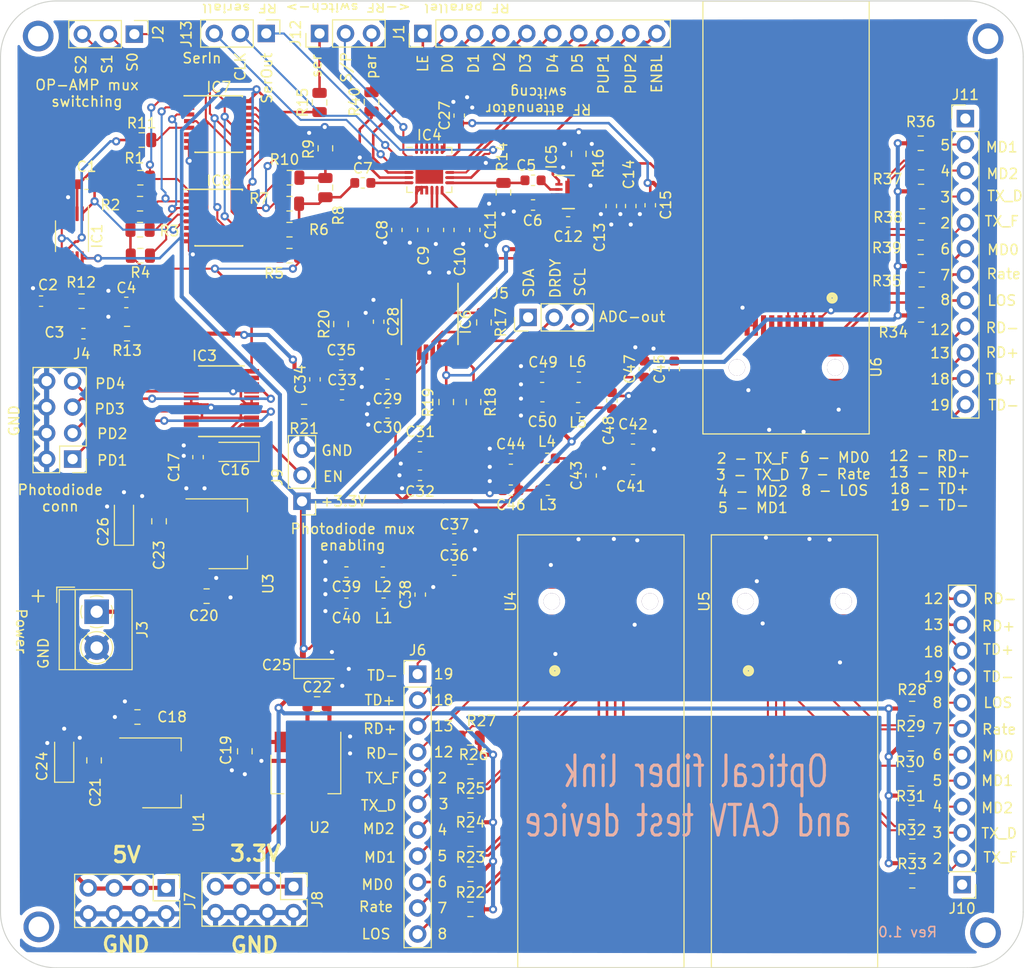
<source format=kicad_pcb>
(kicad_pcb (version 20171130) (host pcbnew "(5.1.0)-1")
  (layers (0 F.Cu signal) (31 B.Cu signal) (34 B.Paste user) (35 F.Paste user) (36 B.SilkS user) (37 F.SilkS user) (38 B.Mask user) (39 F.Mask user) (44 Edge.Cuts user))
  (net 0 "")
  (net 1 /PDin)
  (net 2 "Net-(C1-Pad1)")
  (net 3 GND)
  (net 4 "Net-(C2-Pad2)")
  (net 5 "Net-(C3-Pad1)")
  (net 6 "Net-(C3-Pad2)")
  (net 7 /Ain0)
  (net 8 "Net-(C5-Pad2)")
  (net 9 /RF2)
  (net 10 "Net-(C6-Pad2)")
  (net 11 "Net-(C7-Pad2)")
  (net 12 "Net-(C8-Pad2)")
  (net 13 "Net-(C9-Pad2)")
  (net 14 "Net-(C10-Pad2)")
  (net 15 "Net-(C11-Pad2)")
  (net 16 "Net-(C12-Pad2)")
  (net 17 "Net-(C12-Pad1)")
  (net 18 VCC)
  (net 19 /EN)
  (net 20 /A1)
  (net 21 /A0)
  (net 22 "Net-(IC4-Pad25)")
  (net 23 /D0)
  (net 24 /D1)
  (net 25 /D2)
  (net 26 /D3)
  (net 27 /D4)
  (net 28 /D5)
  (net 29 /PUP1)
  (net 30 /PUP2)
  (net 31 /Ain1)
  (net 32 /LE)
  (net 33 /ENBL)
  (net 34 "Net-(IC6-Pad3)")
  (net 35 "Net-(IC6-Pad6)")
  (net 36 "Net-(IC6-Pad7)")
  (net 37 "Net-(IC7-Pad1)")
  (net 38 "Net-(IC7-Pad2)")
  (net 39 "Net-(IC7-Pad3)")
  (net 40 "Net-(IC7-Pad4)")
  (net 41 "Net-(IC7-Pad12)")
  (net 42 "Net-(IC7-Pad13)")
  (net 43 "Net-(IC7-Pad14)")
  (net 44 "Net-(R10-Pad2)")
  (net 45 "Net-(IC7-Pad15)")
  (net 46 /MUXo)
  (net 47 /S0)
  (net 48 /S1)
  (net 49 /S2)
  (net 50 "Net-(IC7-Pad6)")
  (net 51 "Net-(IC8-Pad6)")
  (net 52 +3V3)
  (net 53 +2V5)
  (net 54 +5V)
  (net 55 /RF1)
  (net 56 /RF3)
  (net 57 /RF4)
  (net 58 "Net-(C28-Pad2)")
  (net 59 /SDA)
  (net 60 /SCL)
  (net 61 "Net-(C33-Pad1)")
  (net 62 "Net-(C34-Pad2)")
  (net 63 "Net-(C36-Pad1)")
  (net 64 "Net-(C38-Pad1)")
  (net 65 /RD+)
  (net 66 /RD-)
  (net 67 /TD-)
  (net 68 /TD+)
  (net 69 /LOS)
  (net 70 /Rate_S)
  (net 71 /MODd0)
  (net 72 /MODd1)
  (net 73 /MODd2)
  (net 74 /TX_D)
  (net 75 /TX_F)
  (net 76 /RFdet)
  (net 77 "Net-(C41-Pad1)")
  (net 78 "Net-(C43-Pad1)")
  (net 79 "Net-(C45-Pad1)")
  (net 80 "Net-(C48-Pad1)")
  (net 81 "Net-(J10-Pad1)")
  (net 82 "Net-(J11-Pad1)")
  (net 83 /RD-.2)
  (net 84 /RD+.2)
  (net 85 /TD+.2)
  (net 86 /TD-.2)
  (net 87 /LOS.2)
  (net 88 /Rate_S.2)
  (net 89 /MODd0.2)
  (net 90 /MODd1.2)
  (net 91 /TX_D.2)
  (net 92 /TX_F.2)
  (net 93 /RD-.3)
  (net 94 /RD+.3)
  (net 95 /TD+.3)
  (net 96 /TD-.3)
  (net 97 /LOS.3)
  (net 98 /Rate_S.3)
  (net 99 /MODd0.3)
  (net 100 /MODd1.3)
  (net 101 /MODd2.3)
  (net 102 /TX_D.3)
  (net 103 /TX_F.3)
  (net 104 /MODd2.2)
  (net 105 /SERout)
  (net 106 /CLk)
  (net 107 /PS)
  (net 108 /SERin)
  (net 109 "Net-(J12-Pad3)")
  (net 110 "Net-(J12-Pad1)")
  (net 111 /DRDY)
  (module Package_SO:SSOP-16_4.4x5.2mm_P0.65mm (layer F.Cu) (at 93.599 89.535)
    (fp_text reference IC7 (at 0 -3.65) (layer F.SilkS))
    (fp_text value SN74CB3Q3251)
    (pad 16 smd rect (at 2.9 -2.275) (size 1 0.4) (layers F.Cu F.Paste F.Mask) (net 52 +3V3))
    (pad 15 smd rect (at 2.9 -1.625) (size 1 0.4) (layers F.Cu F.Paste F.Mask) (net 45 "Net-(IC7-Pad15)"))
    (pad 14 smd rect (at 2.9 -0.975) (size 1 0.4) (layers F.Cu F.Paste F.Mask) (net 43 "Net-(IC7-Pad14)"))
    (pad 13 smd rect (at 2.9 -0.325) (size 1 0.4) (layers F.Cu F.Paste F.Mask) (net 42 "Net-(IC7-Pad13)"))
    (pad 12 smd rect (at 2.9 0.325) (size 1 0.4) (layers F.Cu F.Paste F.Mask) (net 41 "Net-(IC7-Pad12)"))
    (pad 11 smd rect (at 2.9 0.975) (size 1 0.4) (layers F.Cu F.Paste F.Mask) (net 47 /S0))
    (pad 10 smd rect (at 2.9 1.625) (size 1 0.4) (layers F.Cu F.Paste F.Mask) (net 48 /S1))
    (pad 9 smd rect (at 2.9 2.275) (size 1 0.4) (layers F.Cu F.Paste F.Mask) (net 49 /S2))
    (pad 8 smd rect (at -2.9 2.275) (size 1 0.4) (layers F.Cu F.Paste F.Mask) (net 3 GND))
    (pad 7 smd rect (at -2.9 1.625) (size 1 0.4) (layers F.Cu F.Paste F.Mask) (net 3 GND))
    (pad 6 smd rect (at -2.9 0.975) (size 1 0.4) (layers F.Cu F.Paste F.Mask) (net 50 "Net-(IC7-Pad6)"))
    (pad 5 smd rect (at -2.9 0.325) (size 1 0.4) (layers F.Cu F.Paste F.Mask) (net 46 /MUXo))
    (pad 4 smd rect (at -2.9 -0.325) (size 1 0.4) (layers F.Cu F.Paste F.Mask) (net 40 "Net-(IC7-Pad4)"))
    (pad 3 smd rect (at -2.9 -0.975) (size 1 0.4) (layers F.Cu F.Paste F.Mask) (net 39 "Net-(IC7-Pad3)"))
    (pad 2 smd rect (at -2.9 -1.625) (size 1 0.4) (layers F.Cu F.Paste F.Mask) (net 38 "Net-(IC7-Pad2)"))
    (pad 1 smd rect (at -2.9 -2.275) (size 1 0.4) (layers F.Cu F.Paste F.Mask) (net 37 "Net-(IC7-Pad1)"))
  )
  (module Package_SO:SSOP-16_4.4x5.2mm_P0.65mm (layer F.Cu) (at 93.599 98.679)
    (fp_text reference IC8 (at 0 -3.65) (layer F.SilkS))
    (fp_text value SN74CB3Q3251)
    (pad 16 smd rect (at 2.9 -2.275) (size 1 0.4) (layers F.Cu F.Paste F.Mask) (net 52 +3V3))
    (pad 15 smd rect (at 2.9 -1.625) (size 1 0.4) (layers F.Cu F.Paste F.Mask) (net 45 "Net-(IC7-Pad15)"))
    (pad 14 smd rect (at 2.9 -0.975) (size 1 0.4) (layers F.Cu F.Paste F.Mask) (net 43 "Net-(IC7-Pad14)"))
    (pad 13 smd rect (at 2.9 -0.325) (size 1 0.4) (layers F.Cu F.Paste F.Mask) (net 42 "Net-(IC7-Pad13)"))
    (pad 12 smd rect (at 2.9 0.325) (size 1 0.4) (layers F.Cu F.Paste F.Mask) (net 41 "Net-(IC7-Pad12)"))
    (pad 11 smd rect (at 2.9 0.975) (size 1 0.4) (layers F.Cu F.Paste F.Mask) (net 47 /S0))
    (pad 10 smd rect (at 2.9 1.625) (size 1 0.4) (layers F.Cu F.Paste F.Mask) (net 48 /S1))
    (pad 9 smd rect (at 2.9 2.275) (size 1 0.4) (layers F.Cu F.Paste F.Mask) (net 49 /S2))
    (pad 8 smd rect (at -2.9 2.275) (size 1 0.4) (layers F.Cu F.Paste F.Mask) (net 3 GND))
    (pad 7 smd rect (at -2.9 1.625) (size 1 0.4) (layers F.Cu F.Paste F.Mask) (net 3 GND))
    (pad 6 smd rect (at -2.9 0.975) (size 1 0.4) (layers F.Cu F.Paste F.Mask) (net 51 "Net-(IC8-Pad6)"))
    (pad 5 smd rect (at -2.9 0.325) (size 1 0.4) (layers F.Cu F.Paste F.Mask) (net 2 "Net-(C1-Pad1)"))
    (pad 4 smd rect (at -2.9 -0.325) (size 1 0.4) (layers F.Cu F.Paste F.Mask) (net 40 "Net-(IC7-Pad4)"))
    (pad 3 smd rect (at -2.9 -0.975) (size 1 0.4) (layers F.Cu F.Paste F.Mask) (net 39 "Net-(IC7-Pad3)"))
    (pad 2 smd rect (at -2.9 -1.625) (size 1 0.4) (layers F.Cu F.Paste F.Mask) (net 38 "Net-(IC7-Pad2)"))
    (pad 1 smd rect (at -2.9 -2.275) (size 1 0.4) (layers F.Cu F.Paste F.Mask) (net 37 "Net-(IC7-Pad1)"))
  )
  (module Connector_PinHeader_2.54mm:PinHeader_1x03_P2.54mm_Vertical (layer F.Cu) (at 123.825 108.3945 90)
    (fp_text reference J5 (at 2.3495 -2.7305 180) (layer F.SilkS))
    (fp_text value Conn_01x03)
    (pad 1 thru_hole rect (at 0 0 90) (size 1.7 1.7) (drill 1) (layers *.Cu *.Mask) (net 59 /SDA))
    (pad 2 thru_hole oval (at 0 2.54 90) (size 1.7 1.7) (drill 1) (layers *.Cu *.Mask) (net 111 /DRDY))
    (pad 3 thru_hole oval (at 0 5.08 90) (size 1.7 1.7) (drill 1) (layers *.Cu *.Mask) (net 60 /SCL))
  )
  (module Connector_PinHeader_2.54mm:PinHeader_1x03_P2.54mm_Vertical (layer F.Cu) (at 85.344 80.7085 270)
    (fp_text reference J2 (at 0 -2.33 270) (layer F.SilkS))
    (fp_text value Conn_01x03)
    (pad 3 thru_hole oval (at 0 5.08 270) (size 1.7 1.7) (drill 1) (layers *.Cu *.Mask) (net 49 /S2))
    (pad 2 thru_hole oval (at 0 2.54 270) (size 1.7 1.7) (drill 1) (layers *.Cu *.Mask) (net 48 /S1))
    (pad 1 thru_hole rect (at 0 0 270) (size 1.7 1.7) (drill 1) (layers *.Cu *.Mask) (net 47 /S0))
  )
  (module Resistor_SMD:R_0805_2012Metric (layer F.Cu) (at 108.5215 87.3275 90)
    (fp_text reference R40 (at 0 -1.65 90) (layer F.SilkS))
    (fp_text value 10k)
    (pad 2 smd roundrect (at 0.9375 0 90) (size 0.975 1.4) (layers F.Cu F.Paste F.Mask) (net 109 "Net-(J12-Pad3)"))
    (pad 1 smd roundrect (at -0.9375 0 90) (size 0.975 1.4) (layers F.Cu F.Paste F.Mask) (net 3 GND))
  )
  (module Resistor_SMD:R_0805_2012Metric (layer F.Cu) (at 103.4415 87.391 90)
    (fp_text reference R15 (at 0 -1.65 90) (layer F.SilkS))
    (fp_text value 10k)
    (pad 2 smd roundrect (at 0.9375 0 90) (size 0.975 1.4) (layers F.Cu F.Paste F.Mask) (net 110 "Net-(J12-Pad1)"))
    (pad 1 smd roundrect (at -0.9375 0 90) (size 0.975 1.4) (layers F.Cu F.Paste F.Mask) (net 52 +3V3))
  )
  (module Connector_PinHeader_2.54mm:PinHeader_1x03_P2.54mm_Vertical (layer F.Cu) (at 98.2345 80.645 270)
    (fp_text reference J13 (at 0.0635 7.8105 270) (layer F.SilkS))
    (fp_text value Conn_01x03)
    (pad 3 thru_hole oval (at 0 5.08 270) (size 1.7 1.7) (drill 1) (layers *.Cu *.Mask) (net 108 /SERin))
    (pad 2 thru_hole oval (at 0 2.54 270) (size 1.7 1.7) (drill 1) (layers *.Cu *.Mask) (net 106 /CLk))
    (pad 1 thru_hole rect (at 0 0 270) (size 1.7 1.7) (drill 1) (layers *.Cu *.Mask) (net 105 /SERout))
  )
  (module Connector_PinHeader_2.54mm:PinHeader_1x03_P2.54mm_Vertical (layer F.Cu) (at 103.4415 80.645 90)
    (fp_text reference J12 (at 0 -2.33 90) (layer F.SilkS))
    (fp_text value Conn_01x03)
    (pad 3 thru_hole oval (at 0 5.08 90) (size 1.7 1.7) (drill 1) (layers *.Cu *.Mask) (net 109 "Net-(J12-Pad3)"))
    (pad 2 thru_hole oval (at 0 2.54 90) (size 1.7 1.7) (drill 1) (layers *.Cu *.Mask) (net 107 /PS))
    (pad 1 thru_hole rect (at 0 0 90) (size 1.7 1.7) (drill 1) (layers *.Cu *.Mask) (net 110 "Net-(J12-Pad1)"))
  )
  (module Connector_PinHeader_2.54mm:PinHeader_2x04_P2.54mm_Vertical (layer F.Cu) (at 79.3115 122.2375 180)
    (fp_text reference J4 (at -0.889 10.287 180) (layer F.SilkS))
    (fp_text value Conn_02x04)
    (pad 8 thru_hole oval (at 2.54 7.62 180) (size 1.7 1.7) (drill 1) (layers *.Cu *.Mask) (net 3 GND))
    (pad 7 thru_hole oval (at 0 7.62 180) (size 1.7 1.7) (drill 1) (layers *.Cu *.Mask) (net 57 /RF4))
    (pad 6 thru_hole oval (at 2.54 5.08 180) (size 1.7 1.7) (drill 1) (layers *.Cu *.Mask) (net 3 GND))
    (pad 5 thru_hole oval (at 0 5.08 180) (size 1.7 1.7) (drill 1) (layers *.Cu *.Mask) (net 56 /RF3))
    (pad 4 thru_hole oval (at 2.54 2.54 180) (size 1.7 1.7) (drill 1) (layers *.Cu *.Mask) (net 3 GND))
    (pad 3 thru_hole oval (at 0 2.54 180) (size 1.7 1.7) (drill 1) (layers *.Cu *.Mask) (net 9 /RF2))
    (pad 2 thru_hole oval (at 2.54 0 180) (size 1.7 1.7) (drill 1) (layers *.Cu *.Mask) (net 3 GND))
    (pad 1 thru_hole rect (at 0 0 180) (size 1.7 1.7) (drill 1) (layers *.Cu *.Mask) (net 55 /RF1))
  )
  (module Connector_PinHeader_2.54mm:PinHeader_2x04_P2.54mm_Vertical (layer F.Cu) (at 100.9015 164.0205 270)
    (fp_text reference J8 (at 1.27 -2.33 270) (layer F.SilkS))
    (fp_text value Conn_02x04)
    (pad 8 thru_hole oval (at 2.54 7.62 270) (size 1.7 1.7) (drill 1) (layers *.Cu *.Mask) (net 3 GND))
    (pad 7 thru_hole oval (at 0 7.62 270) (size 1.7 1.7) (drill 1) (layers *.Cu *.Mask) (net 52 +3V3))
    (pad 6 thru_hole oval (at 2.54 5.08 270) (size 1.7 1.7) (drill 1) (layers *.Cu *.Mask) (net 3 GND))
    (pad 5 thru_hole oval (at 0 5.08 270) (size 1.7 1.7) (drill 1) (layers *.Cu *.Mask) (net 52 +3V3))
    (pad 4 thru_hole oval (at 2.54 2.54 270) (size 1.7 1.7) (drill 1) (layers *.Cu *.Mask) (net 3 GND))
    (pad 3 thru_hole oval (at 0 2.54 270) (size 1.7 1.7) (drill 1) (layers *.Cu *.Mask) (net 52 +3V3))
    (pad 2 thru_hole oval (at 2.54 0 270) (size 1.7 1.7) (drill 1) (layers *.Cu *.Mask) (net 3 GND))
    (pad 1 thru_hole rect (at 0 0 270) (size 1.7 1.7) (drill 1) (layers *.Cu *.Mask) (net 52 +3V3))
  )
  (module Connector_PinHeader_2.54mm:PinHeader_2x04_P2.54mm_Vertical (layer F.Cu) (at 88.4555 164.1475 270)
    (fp_text reference J7 (at 1.27 -2.33 270) (layer F.SilkS))
    (fp_text value Conn_02x04)
    (pad 8 thru_hole oval (at 2.54 7.62 270) (size 1.7 1.7) (drill 1) (layers *.Cu *.Mask) (net 3 GND))
    (pad 7 thru_hole oval (at 0 7.62 270) (size 1.7 1.7) (drill 1) (layers *.Cu *.Mask) (net 54 +5V))
    (pad 6 thru_hole oval (at 2.54 5.08 270) (size 1.7 1.7) (drill 1) (layers *.Cu *.Mask) (net 3 GND))
    (pad 5 thru_hole oval (at 0 5.08 270) (size 1.7 1.7) (drill 1) (layers *.Cu *.Mask) (net 54 +5V))
    (pad 4 thru_hole oval (at 2.54 2.54 270) (size 1.7 1.7) (drill 1) (layers *.Cu *.Mask) (net 3 GND))
    (pad 3 thru_hole oval (at 0 2.54 270) (size 1.7 1.7) (drill 1) (layers *.Cu *.Mask) (net 54 +5V))
    (pad 2 thru_hole oval (at 2.54 0 270) (size 1.7 1.7) (drill 1) (layers *.Cu *.Mask) (net 3 GND))
    (pad 1 thru_hole rect (at 0 0 270) (size 1.7 1.7) (drill 1) (layers *.Cu *.Mask) (net 54 +5V))
  )
  (module Connector_PinHeader_2.54mm:PinHeader_1x11_P2.54mm_Vertical (layer F.Cu) (at 113.03 143.256)
    (fp_text reference J6 (at 0 -2.33) (layer F.SilkS))
    (fp_text value Conn_01x11)
    (pad 11 thru_hole oval (at 0 25.4) (size 1.7 1.7) (drill 1) (layers *.Cu *.Mask) (net 69 /LOS))
    (pad 10 thru_hole oval (at 0 22.86) (size 1.7 1.7) (drill 1) (layers *.Cu *.Mask) (net 70 /Rate_S))
    (pad 9 thru_hole oval (at 0 20.32) (size 1.7 1.7) (drill 1) (layers *.Cu *.Mask) (net 71 /MODd0))
    (pad 8 thru_hole oval (at 0 17.78) (size 1.7 1.7) (drill 1) (layers *.Cu *.Mask) (net 72 /MODd1))
    (pad 7 thru_hole oval (at 0 15.24) (size 1.7 1.7) (drill 1) (layers *.Cu *.Mask) (net 73 /MODd2))
    (pad 6 thru_hole oval (at 0 12.7) (size 1.7 1.7) (drill 1) (layers *.Cu *.Mask) (net 74 /TX_D))
    (pad 5 thru_hole oval (at 0 10.16) (size 1.7 1.7) (drill 1) (layers *.Cu *.Mask) (net 75 /TX_F))
    (pad 4 thru_hole oval (at 0 7.62) (size 1.7 1.7) (drill 1) (layers *.Cu *.Mask) (net 66 /RD-))
    (pad 3 thru_hole oval (at 0 5.08) (size 1.7 1.7) (drill 1) (layers *.Cu *.Mask) (net 65 /RD+))
    (pad 2 thru_hole oval (at 0 2.54) (size 1.7 1.7) (drill 1) (layers *.Cu *.Mask) (net 68 /TD+))
    (pad 1 thru_hole rect (at 0 0) (size 1.7 1.7) (drill 1) (layers *.Cu *.Mask) (net 67 /TD-))
  )
  (module KiCAD:SFP-20 (layer F.Cu) (at 130.937 136.144)
    (fp_text reference U4 (at -8.81888 0.01778 90) (layer F.SilkS))
    (fp_text value SFP-20)
    (pad 22 thru_hole circle (at -4.8 0) (size 1.6 1.6) (drill 1.6) (layers *.Cu *.Mask))
    (pad 22 thru_hole circle (at 4.8 0) (size 1.6 1.6) (drill 1.6) (layers *.Cu *.Mask))
    (pad 10 smd rect (at 3.8 4.099999) (size 0.5 2) (layers F.Cu F.Paste F.Mask) (net 3 GND))
    (pad 11 smd rect (at 3.4 -4.099999) (size 0.5 2) (layers F.Cu F.Paste F.Mask) (net 3 GND))
    (pad 9 smd rect (at 3 4.099999) (size 0.5 2) (layers F.Cu F.Paste F.Mask) (net 3 GND))
    (pad 12 smd rect (at 2.6 -4.099999) (size 0.5 2) (layers F.Cu F.Paste F.Mask) (net 66 /RD-))
    (pad 8 smd rect (at 2.2 4.099999) (size 0.5 2) (layers F.Cu F.Paste F.Mask) (net 69 /LOS))
    (pad 13 smd rect (at 1.8 -4.099999) (size 0.5 2) (layers F.Cu F.Paste F.Mask) (net 65 /RD+))
    (pad 7 smd rect (at 1.4 4.099999) (size 0.5 2) (layers F.Cu F.Paste F.Mask) (net 70 /Rate_S))
    (pad 14 smd rect (at 1 -4.099999) (size 0.5 2) (layers F.Cu F.Paste F.Mask) (net 3 GND))
    (pad 6 smd rect (at 0.6 4.099999) (size 0.5 2) (layers F.Cu F.Paste F.Mask) (net 71 /MODd0))
    (pad 15 smd rect (at 0.2 -4.099999) (size 0.5 2) (layers F.Cu F.Paste F.Mask) (net 63 "Net-(C36-Pad1)"))
    (pad 5 smd rect (at -0.2 4.099999) (size 0.5 2) (layers F.Cu F.Paste F.Mask) (net 72 /MODd1))
    (pad 16 smd rect (at -0.6 -4.099999) (size 0.5 2) (layers F.Cu F.Paste F.Mask) (net 64 "Net-(C38-Pad1)"))
    (pad 4 smd rect (at -1 4.099999) (size 0.5 2) (layers F.Cu F.Paste F.Mask) (net 73 /MODd2))
    (pad 17 smd rect (at -1.4 -4.099999) (size 0.5 2) (layers F.Cu F.Paste F.Mask) (net 3 GND))
    (pad 3 smd rect (at -1.8 4.099999) (size 0.5 2) (layers F.Cu F.Paste F.Mask) (net 74 /TX_D))
    (pad 18 smd rect (at -2.2 -4.099999) (size 0.5 2) (layers F.Cu F.Paste F.Mask) (net 68 /TD+))
    (pad 2 smd rect (at -2.6 4.099999) (size 0.5 2) (layers F.Cu F.Paste F.Mask) (net 75 /TX_F))
    (pad 19 smd rect (at -3 -4.099999) (size 0.5 2) (layers F.Cu F.Paste F.Mask) (net 67 /TD-))
    (pad 1 smd rect (at -3.4 4.099999) (size 0.5 2) (layers F.Cu F.Paste F.Mask) (net 3 GND))
    (pad 20 smd rect (at -3.8 -4.099999) (size 0.5 2) (layers F.Cu F.Paste F.Mask) (net 3 GND))
  )
  (module KiCAD:SFP-20 (layer F.Cu) (at 149.0345 113.284 180)
    (fp_text reference U6 (at -8.81888 0.01778 270) (layer F.SilkS))
    (fp_text value SFP-20)
    (pad 22 thru_hole circle (at -4.8 0 180) (size 1.6 1.6) (drill 1.6) (layers *.Cu *.Mask))
    (pad 22 thru_hole circle (at 4.8 0 180) (size 1.6 1.6) (drill 1.6) (layers *.Cu *.Mask))
    (pad 10 smd rect (at 3.8 4.099999 180) (size 0.5 2) (layers F.Cu F.Paste F.Mask) (net 3 GND))
    (pad 11 smd rect (at 3.4 -4.099999 180) (size 0.5 2) (layers F.Cu F.Paste F.Mask) (net 3 GND))
    (pad 9 smd rect (at 3 4.099999 180) (size 0.5 2) (layers F.Cu F.Paste F.Mask) (net 3 GND))
    (pad 12 smd rect (at 2.6 -4.099999 180) (size 0.5 2) (layers F.Cu F.Paste F.Mask) (net 93 /RD-.3))
    (pad 8 smd rect (at 2.2 4.099999 180) (size 0.5 2) (layers F.Cu F.Paste F.Mask) (net 97 /LOS.3))
    (pad 13 smd rect (at 1.8 -4.099999 180) (size 0.5 2) (layers F.Cu F.Paste F.Mask) (net 94 /RD+.3))
    (pad 7 smd rect (at 1.4 4.099999 180) (size 0.5 2) (layers F.Cu F.Paste F.Mask) (net 98 /Rate_S.3))
    (pad 14 smd rect (at 1 -4.099999 180) (size 0.5 2) (layers F.Cu F.Paste F.Mask) (net 3 GND))
    (pad 6 smd rect (at 0.6 4.099999 180) (size 0.5 2) (layers F.Cu F.Paste F.Mask) (net 99 /MODd0.3))
    (pad 15 smd rect (at 0.2 -4.099999 180) (size 0.5 2) (layers F.Cu F.Paste F.Mask) (net 79 "Net-(C45-Pad1)"))
    (pad 5 smd rect (at -0.2 4.099999 180) (size 0.5 2) (layers F.Cu F.Paste F.Mask) (net 100 /MODd1.3))
    (pad 16 smd rect (at -0.6 -4.099999 180) (size 0.5 2) (layers F.Cu F.Paste F.Mask) (net 80 "Net-(C48-Pad1)"))
    (pad 4 smd rect (at -1 4.099999 180) (size 0.5 2) (layers F.Cu F.Paste F.Mask) (net 101 /MODd2.3))
    (pad 17 smd rect (at -1.4 -4.099999 180) (size 0.5 2) (layers F.Cu F.Paste F.Mask) (net 3 GND))
    (pad 3 smd rect (at -1.8 4.099999 180) (size 0.5 2) (layers F.Cu F.Paste F.Mask) (net 102 /TX_D.3))
    (pad 18 smd rect (at -2.2 -4.099999 180) (size 0.5 2) (layers F.Cu F.Paste F.Mask) (net 95 /TD+.3))
    (pad 2 smd rect (at -2.6 4.099999 180) (size 0.5 2) (layers F.Cu F.Paste F.Mask) (net 103 /TX_F.3))
    (pad 19 smd rect (at -3 -4.099999 180) (size 0.5 2) (layers F.Cu F.Paste F.Mask) (net 96 /TD-.3))
    (pad 1 smd rect (at -3.4 4.099999 180) (size 0.5 2) (layers F.Cu F.Paste F.Mask) (net 3 GND))
    (pad 20 smd rect (at -3.8 -4.099999 180) (size 0.5 2) (layers F.Cu F.Paste F.Mask) (net 3 GND))
  )
  (module KiCAD:SFP-20 (layer F.Cu) (at 149.86 136.144)
    (fp_text reference U5 (at -8.81888 0.01778 90) (layer F.SilkS))
    (fp_text value SFP-20)
    (pad 22 thru_hole circle (at -4.8 0) (size 1.6 1.6) (drill 1.6) (layers *.Cu *.Mask))
    (pad 22 thru_hole circle (at 4.8 0) (size 1.6 1.6) (drill 1.6) (layers *.Cu *.Mask))
    (pad 10 smd rect (at 3.8 4.099999) (size 0.5 2) (layers F.Cu F.Paste F.Mask) (net 3 GND))
    (pad 11 smd rect (at 3.4 -4.099999) (size 0.5 2) (layers F.Cu F.Paste F.Mask) (net 3 GND))
    (pad 9 smd rect (at 3 4.099999) (size 0.5 2) (layers F.Cu F.Paste F.Mask) (net 3 GND))
    (pad 12 smd rect (at 2.6 -4.099999) (size 0.5 2) (layers F.Cu F.Paste F.Mask) (net 83 /RD-.2))
    (pad 8 smd rect (at 2.2 4.099999) (size 0.5 2) (layers F.Cu F.Paste F.Mask) (net 87 /LOS.2))
    (pad 13 smd rect (at 1.8 -4.099999) (size 0.5 2) (layers F.Cu F.Paste F.Mask) (net 84 /RD+.2))
    (pad 7 smd rect (at 1.4 4.099999) (size 0.5 2) (layers F.Cu F.Paste F.Mask) (net 88 /Rate_S.2))
    (pad 14 smd rect (at 1 -4.099999) (size 0.5 2) (layers F.Cu F.Paste F.Mask) (net 3 GND))
    (pad 6 smd rect (at 0.6 4.099999) (size 0.5 2) (layers F.Cu F.Paste F.Mask) (net 89 /MODd0.2))
    (pad 15 smd rect (at 0.2 -4.099999) (size 0.5 2) (layers F.Cu F.Paste F.Mask) (net 77 "Net-(C41-Pad1)"))
    (pad 5 smd rect (at -0.2 4.099999) (size 0.5 2) (layers F.Cu F.Paste F.Mask) (net 90 /MODd1.2))
    (pad 16 smd rect (at -0.6 -4.099999) (size 0.5 2) (layers F.Cu F.Paste F.Mask) (net 78 "Net-(C43-Pad1)"))
    (pad 4 smd rect (at -1 4.099999) (size 0.5 2) (layers F.Cu F.Paste F.Mask) (net 104 /MODd2.2))
    (pad 17 smd rect (at -1.4 -4.099999) (size 0.5 2) (layers F.Cu F.Paste F.Mask) (net 3 GND))
    (pad 3 smd rect (at -1.8 4.099999) (size 0.5 2) (layers F.Cu F.Paste F.Mask) (net 91 /TX_D.2))
    (pad 18 smd rect (at -2.2 -4.099999) (size 0.5 2) (layers F.Cu F.Paste F.Mask) (net 85 /TD+.2))
    (pad 2 smd rect (at -2.6 4.099999) (size 0.5 2) (layers F.Cu F.Paste F.Mask) (net 92 /TX_F.2))
    (pad 19 smd rect (at -3 -4.099999) (size 0.5 2) (layers F.Cu F.Paste F.Mask) (net 86 /TD-.2))
    (pad 1 smd rect (at -3.4 4.099999) (size 0.5 2) (layers F.Cu F.Paste F.Mask) (net 3 GND))
    (pad 20 smd rect (at -3.8 -4.099999) (size 0.5 2) (layers F.Cu F.Paste F.Mask) (net 3 GND))
  )
  (module Resistor_SMD:R_0805_2012Metric (layer F.Cu) (at 162.194 101.5365 180)
    (fp_text reference R39 (at 3.317 -0.0635 180) (layer F.SilkS))
    (fp_text value 10k)
    (pad 2 smd roundrect (at 0.9375 0 180) (size 0.975 1.4) (layers F.Cu F.Paste F.Mask) (net 52 +3V3))
    (pad 1 smd roundrect (at -0.9375 0 180) (size 0.975 1.4) (layers F.Cu F.Paste F.Mask) (net 103 /TX_F.3))
  )
  (module Resistor_SMD:R_0805_2012Metric (layer F.Cu) (at 162.321 98.4885 180)
    (fp_text reference R38 (at 3.317 -0.127 180) (layer F.SilkS))
    (fp_text value 10k)
    (pad 2 smd roundrect (at 0.9375 0 180) (size 0.975 1.4) (layers F.Cu F.Paste F.Mask) (net 52 +3V3))
    (pad 1 smd roundrect (at -0.9375 0 180) (size 0.975 1.4) (layers F.Cu F.Paste F.Mask) (net 102 /TX_D.3))
  )
  (module Resistor_SMD:R_0805_2012Metric (layer F.Cu) (at 162.2275 94.6785 180)
    (fp_text reference R37 (at 3.287 -0.1905 180) (layer F.SilkS))
    (fp_text value 10k)
    (pad 2 smd roundrect (at 0.9375 0 180) (size 0.975 1.4) (layers F.Cu F.Paste F.Mask) (net 52 +3V3))
    (pad 1 smd roundrect (at -0.9375 0 180) (size 0.975 1.4) (layers F.Cu F.Paste F.Mask) (net 101 /MODd2.3))
  )
  (module Resistor_SMD:R_0805_2012Metric (layer F.Cu) (at 162.194 91.3765 180)
    (fp_text reference R36 (at 0 2.0955 180) (layer F.SilkS))
    (fp_text value 10k)
    (pad 2 smd roundrect (at 0.9375 0 180) (size 0.975 1.4) (layers F.Cu F.Paste F.Mask) (net 52 +3V3))
    (pad 1 smd roundrect (at -0.9375 0 180) (size 0.975 1.4) (layers F.Cu F.Paste F.Mask) (net 100 /MODd1.3))
  )
  (module Resistor_SMD:R_0805_2012Metric (layer F.Cu) (at 162.291 104.7115 180)
    (fp_text reference R35 (at 3.414 -0.127 180) (layer F.SilkS))
    (fp_text value 10k)
    (pad 2 smd roundrect (at 0.9375 0 180) (size 0.975 1.4) (layers F.Cu F.Paste F.Mask) (net 52 +3V3))
    (pad 1 smd roundrect (at -0.9375 0 180) (size 0.975 1.4) (layers F.Cu F.Paste F.Mask) (net 99 /MODd0.3))
  )
  (module Resistor_SMD:R_0805_2012Metric (layer F.Cu) (at 162.2275 108.1405 180)
    (fp_text reference R34 (at 2.7155 -1.7145 180) (layer F.SilkS))
    (fp_text value 10k)
    (pad 2 smd roundrect (at 0.9375 0 180) (size 0.975 1.4) (layers F.Cu F.Paste F.Mask) (net 52 +3V3))
    (pad 1 smd roundrect (at -0.9375 0 180) (size 0.975 1.4) (layers F.Cu F.Paste F.Mask) (net 97 /LOS.3))
  )
  (module Resistor_SMD:R_0805_2012Metric (layer F.Cu) (at 161.3685 163.449 180)
    (fp_text reference R33 (at 0.015 1.651 180) (layer F.SilkS))
    (fp_text value 10k)
    (pad 2 smd roundrect (at 0.9375 0 180) (size 0.975 1.4) (layers F.Cu F.Paste F.Mask) (net 52 +3V3))
    (pad 1 smd roundrect (at -0.9375 0 180) (size 0.975 1.4) (layers F.Cu F.Paste F.Mask) (net 92 /TX_F.2))
  )
  (module Resistor_SMD:R_0805_2012Metric (layer F.Cu) (at 161.3685 160.0835 180)
    (fp_text reference R32 (at 0.0785 1.5875 180) (layer F.SilkS))
    (fp_text value 10k)
    (pad 2 smd roundrect (at 0.9375 0 180) (size 0.975 1.4) (layers F.Cu F.Paste F.Mask) (net 52 +3V3))
    (pad 1 smd roundrect (at -0.9375 0 180) (size 0.975 1.4) (layers F.Cu F.Paste F.Mask) (net 91 /TX_D.2))
  )
  (module Resistor_SMD:R_0805_2012Metric (layer F.Cu) (at 161.305 156.7815 180)
    (fp_text reference R31 (at 0.0785 1.5875 180) (layer F.SilkS))
    (fp_text value 10k)
    (pad 2 smd roundrect (at 0.9375 0 180) (size 0.975 1.4) (layers F.Cu F.Paste F.Mask) (net 52 +3V3))
    (pad 1 smd roundrect (at -0.9375 0 180) (size 0.975 1.4) (layers F.Cu F.Paste F.Mask) (net 104 /MODd2.2))
  )
  (module Resistor_SMD:R_0805_2012Metric (layer F.Cu) (at 161.2415 153.4795 180)
    (fp_text reference R30 (at 0.0785 1.651 180) (layer F.SilkS))
    (fp_text value 10k)
    (pad 2 smd roundrect (at 0.9375 0 180) (size 0.975 1.4) (layers F.Cu F.Paste F.Mask) (net 52 +3V3))
    (pad 1 smd roundrect (at -0.9375 0 180) (size 0.975 1.4) (layers F.Cu F.Paste F.Mask) (net 90 /MODd1.2))
  )
  (module Resistor_SMD:R_0805_2012Metric (layer F.Cu) (at 161.2415 150.0505 180)
    (fp_text reference R29 (at 0.015 1.7145 180) (layer F.SilkS))
    (fp_text value 10k)
    (pad 2 smd roundrect (at 0.9375 0 180) (size 0.975 1.4) (layers F.Cu F.Paste F.Mask) (net 52 +3V3))
    (pad 1 smd roundrect (at -0.9375 0 180) (size 0.975 1.4) (layers F.Cu F.Paste F.Mask) (net 89 /MODd0.2))
  )
  (module Resistor_SMD:R_0805_2012Metric (layer F.Cu) (at 161.3535 146.6215 180)
    (fp_text reference R28 (at 0 1.8415 180) (layer F.SilkS))
    (fp_text value 10k)
    (pad 2 smd roundrect (at 0.9375 0 180) (size 0.975 1.4) (layers F.Cu F.Paste F.Mask) (net 52 +3V3))
    (pad 1 smd roundrect (at -0.9375 0 180) (size 0.975 1.4) (layers F.Cu F.Paste F.Mask) (net 87 /LOS.2))
  )
  (module Inductor_SMD:L_0603_1608Metric (layer F.Cu) (at 128.778 114.2365 180)
    (fp_text reference L6 (at 0.127 1.524 180) (layer F.SilkS))
    (fp_text value 1uH)
    (pad 2 smd roundrect (at 0.7875 0 180) (size 0.875 0.95) (layers F.Cu F.Paste F.Mask) (net 52 +3V3))
    (pad 1 smd roundrect (at -0.7875 0 180) (size 0.875 0.95) (layers F.Cu F.Paste F.Mask) (net 79 "Net-(C45-Pad1)"))
  )
  (module Inductor_SMD:L_0603_1608Metric (layer F.Cu) (at 128.7145 117.221 180)
    (fp_text reference L5 (at 0 -1.43 180) (layer F.SilkS))
    (fp_text value 1uH)
    (pad 2 smd roundrect (at 0.7875 0 180) (size 0.875 0.95) (layers F.Cu F.Paste F.Mask) (net 52 +3V3))
    (pad 1 smd roundrect (at -0.7875 0 180) (size 0.875 0.95) (layers F.Cu F.Paste F.Mask) (net 80 "Net-(C48-Pad1)"))
  )
  (module Inductor_SMD:L_0603_1608Metric (layer F.Cu) (at 125.692 122.174 180)
    (fp_text reference L4 (at 0.0255 1.651 180) (layer F.SilkS))
    (fp_text value 1uH)
    (pad 2 smd roundrect (at 0.7875 0 180) (size 0.875 0.95) (layers F.Cu F.Paste F.Mask) (net 52 +3V3))
    (pad 1 smd roundrect (at -0.7875 0 180) (size 0.875 0.95) (layers F.Cu F.Paste F.Mask) (net 77 "Net-(C41-Pad1)"))
  )
  (module Inductor_SMD:L_0603_1608Metric (layer F.Cu) (at 125.7555 125.2855 180)
    (fp_text reference L3 (at 0 -1.43 180) (layer F.SilkS))
    (fp_text value 1uH)
    (pad 2 smd roundrect (at 0.7875 0 180) (size 0.875 0.95) (layers F.Cu F.Paste F.Mask) (net 52 +3V3))
    (pad 1 smd roundrect (at -0.7875 0 180) (size 0.875 0.95) (layers F.Cu F.Paste F.Mask) (net 78 "Net-(C43-Pad1)"))
  )
  (module Connector_PinHeader_2.54mm:PinHeader_1x12_P2.54mm_Vertical (layer F.Cu) (at 166.5605 88.9635)
    (fp_text reference J11 (at 0 -2.33) (layer F.SilkS))
    (fp_text value Conn_01x12)
    (pad 12 thru_hole oval (at 0 27.94) (size 1.7 1.7) (drill 1) (layers *.Cu *.Mask) (net 96 /TD-.3))
    (pad 11 thru_hole oval (at 0 25.4) (size 1.7 1.7) (drill 1) (layers *.Cu *.Mask) (net 95 /TD+.3))
    (pad 10 thru_hole oval (at 0 22.86) (size 1.7 1.7) (drill 1) (layers *.Cu *.Mask) (net 94 /RD+.3))
    (pad 9 thru_hole oval (at 0 20.32) (size 1.7 1.7) (drill 1) (layers *.Cu *.Mask) (net 93 /RD-.3))
    (pad 8 thru_hole oval (at 0 17.78) (size 1.7 1.7) (drill 1) (layers *.Cu *.Mask) (net 97 /LOS.3))
    (pad 7 thru_hole oval (at 0 15.24) (size 1.7 1.7) (drill 1) (layers *.Cu *.Mask) (net 98 /Rate_S.3))
    (pad 6 thru_hole oval (at 0 12.7) (size 1.7 1.7) (drill 1) (layers *.Cu *.Mask) (net 99 /MODd0.3))
    (pad 5 thru_hole oval (at 0 10.16) (size 1.7 1.7) (drill 1) (layers *.Cu *.Mask) (net 103 /TX_F.3))
    (pad 4 thru_hole oval (at 0 7.62) (size 1.7 1.7) (drill 1) (layers *.Cu *.Mask) (net 102 /TX_D.3))
    (pad 3 thru_hole oval (at 0 5.08) (size 1.7 1.7) (drill 1) (layers *.Cu *.Mask) (net 101 /MODd2.3))
    (pad 2 thru_hole oval (at 0 2.54) (size 1.7 1.7) (drill 1) (layers *.Cu *.Mask) (net 100 /MODd1.3))
    (pad 1 thru_hole rect (at 0 0) (size 1.7 1.7) (drill 1) (layers *.Cu *.Mask) (net 82 "Net-(J11-Pad1)"))
  )
  (module Connector_PinHeader_2.54mm:PinHeader_1x12_P2.54mm_Vertical (layer F.Cu) (at 166.243 163.83 180)
    (fp_text reference J10 (at 0 -2.33 180) (layer F.SilkS))
    (fp_text value Conn_01x12)
    (pad 12 thru_hole oval (at 0 27.94 180) (size 1.7 1.7) (drill 1) (layers *.Cu *.Mask) (net 83 /RD-.2))
    (pad 11 thru_hole oval (at 0 25.4 180) (size 1.7 1.7) (drill 1) (layers *.Cu *.Mask) (net 84 /RD+.2))
    (pad 10 thru_hole oval (at 0 22.86 180) (size 1.7 1.7) (drill 1) (layers *.Cu *.Mask) (net 85 /TD+.2))
    (pad 9 thru_hole oval (at 0 20.32 180) (size 1.7 1.7) (drill 1) (layers *.Cu *.Mask) (net 86 /TD-.2))
    (pad 8 thru_hole oval (at 0 17.78 180) (size 1.7 1.7) (drill 1) (layers *.Cu *.Mask) (net 87 /LOS.2))
    (pad 7 thru_hole oval (at 0 15.24 180) (size 1.7 1.7) (drill 1) (layers *.Cu *.Mask) (net 88 /Rate_S.2))
    (pad 6 thru_hole oval (at 0 12.7 180) (size 1.7 1.7) (drill 1) (layers *.Cu *.Mask) (net 89 /MODd0.2))
    (pad 5 thru_hole oval (at 0 10.16 180) (size 1.7 1.7) (drill 1) (layers *.Cu *.Mask) (net 90 /MODd1.2))
    (pad 4 thru_hole oval (at 0 7.62 180) (size 1.7 1.7) (drill 1) (layers *.Cu *.Mask) (net 104 /MODd2.2))
    (pad 3 thru_hole oval (at 0 5.08 180) (size 1.7 1.7) (drill 1) (layers *.Cu *.Mask) (net 91 /TX_D.2))
    (pad 2 thru_hole oval (at 0 2.54 180) (size 1.7 1.7) (drill 1) (layers *.Cu *.Mask) (net 92 /TX_F.2))
    (pad 1 thru_hole rect (at 0 0 180) (size 1.7 1.7) (drill 1) (layers *.Cu *.Mask) (net 81 "Net-(J10-Pad1)"))
  )
  (module Capacitor_SMD:C_0603_1608Metric (layer F.Cu) (at 125.222 117.1575 180)
    (fp_text reference C50 (at 0 -1.43 180) (layer F.SilkS))
    (fp_text value 10u)
    (pad 2 smd roundrect (at 0.7875 0 180) (size 0.875 0.95) (layers F.Cu F.Paste F.Mask) (net 3 GND))
    (pad 1 smd roundrect (at -0.7875 0 180) (size 0.875 0.95) (layers F.Cu F.Paste F.Mask) (net 52 +3V3))
  )
  (module Capacitor_SMD:C_0603_1608Metric (layer F.Cu) (at 125.1965 114.2365 180)
    (fp_text reference C49 (at -0.089 1.4605 180) (layer F.SilkS))
    (fp_text value 0.1u)
    (pad 2 smd roundrect (at 0.7875 0 180) (size 0.875 0.95) (layers F.Cu F.Paste F.Mask) (net 3 GND))
    (pad 1 smd roundrect (at -0.7875 0 180) (size 0.875 0.95) (layers F.Cu F.Paste F.Mask) (net 52 +3V3))
  )
  (module Capacitor_SMD:C_0603_1608Metric (layer F.Cu) (at 132.0165 116.5225 90)
    (fp_text reference C48 (at -2.921 -0.3175 90) (layer F.SilkS))
    (fp_text value 0.1u)
    (pad 2 smd roundrect (at 0.7875 0 90) (size 0.875 0.95) (layers F.Cu F.Paste F.Mask) (net 3 GND))
    (pad 1 smd roundrect (at -0.7875 0 90) (size 0.875 0.95) (layers F.Cu F.Paste F.Mask) (net 80 "Net-(C48-Pad1)"))
  )
  (module Capacitor_SMD:C_0603_1608Metric (layer F.Cu) (at 135.1915 113.449 90)
    (fp_text reference C47 (at 0 -1.43 90) (layer F.SilkS))
    (fp_text value 10u)
    (pad 2 smd roundrect (at 0.7875 0 90) (size 0.875 0.95) (layers F.Cu F.Paste F.Mask) (net 3 GND))
    (pad 1 smd roundrect (at -0.7875 0 90) (size 0.875 0.95) (layers F.Cu F.Paste F.Mask) (net 79 "Net-(C45-Pad1)"))
  )
  (module Capacitor_SMD:C_0603_1608Metric (layer F.Cu) (at 122.136 125.2855 180)
    (fp_text reference C46 (at 0 -1.43 180) (layer F.SilkS))
    (fp_text value 10u)
    (pad 2 smd roundrect (at 0.7875 0 180) (size 0.875 0.95) (layers F.Cu F.Paste F.Mask) (net 3 GND))
    (pad 1 smd roundrect (at -0.7875 0 180) (size 0.875 0.95) (layers F.Cu F.Paste F.Mask) (net 52 +3V3))
  )
  (module Capacitor_SMD:C_0603_1608Metric (layer F.Cu) (at 138.1125 113.449 90)
    (fp_text reference C45 (at 0 -1.43 90) (layer F.SilkS))
    (fp_text value 0.1u)
    (pad 2 smd roundrect (at 0.7875 0 90) (size 0.875 0.95) (layers F.Cu F.Paste F.Mask) (net 3 GND))
    (pad 1 smd roundrect (at -0.7875 0 90) (size 0.875 0.95) (layers F.Cu F.Paste F.Mask) (net 79 "Net-(C45-Pad1)"))
  )
  (module Capacitor_SMD:C_0603_1608Metric (layer F.Cu) (at 122.136 122.2375 180)
    (fp_text reference C44 (at 0 1.4605 180) (layer F.SilkS))
    (fp_text value 0.1u)
    (pad 2 smd roundrect (at 0.7875 0 180) (size 0.875 0.95) (layers F.Cu F.Paste F.Mask) (net 3 GND))
    (pad 1 smd roundrect (at -0.7875 0 180) (size 0.875 0.95) (layers F.Cu F.Paste F.Mask) (net 52 +3V3))
  )
  (module Capacitor_SMD:C_0603_1608Metric (layer F.Cu) (at 129.9845 123.8505 90)
    (fp_text reference C43 (at 0 -1.43 90) (layer F.SilkS))
    (fp_text value 0.1u)
    (pad 2 smd roundrect (at 0.7875 0 90) (size 0.875 0.95) (layers F.Cu F.Paste F.Mask) (net 3 GND))
    (pad 1 smd roundrect (at -0.7875 0 90) (size 0.875 0.95) (layers F.Cu F.Paste F.Mask) (net 78 "Net-(C43-Pad1)"))
  )
  (module Capacitor_SMD:C_0603_1608Metric (layer F.Cu) (at 134.074 120.269)
    (fp_text reference C42 (at 0 -1.43) (layer F.SilkS))
    (fp_text value 10u)
    (pad 2 smd roundrect (at 0.7875 0) (size 0.875 0.95) (layers F.Cu F.Paste F.Mask) (net 3 GND))
    (pad 1 smd roundrect (at -0.7875 0) (size 0.875 0.95) (layers F.Cu F.Paste F.Mask) (net 77 "Net-(C41-Pad1)"))
  )
  (module Capacitor_SMD:C_0603_1608Metric (layer F.Cu) (at 134.074 123.2535)
    (fp_text reference C41 (at -0.216 1.651) (layer F.SilkS))
    (fp_text value 0.1u)
    (pad 2 smd roundrect (at 0.7875 0) (size 0.875 0.95) (layers F.Cu F.Paste F.Mask) (net 3 GND))
    (pad 1 smd roundrect (at -0.7875 0) (size 0.875 0.95) (layers F.Cu F.Paste F.Mask) (net 77 "Net-(C41-Pad1)"))
  )
  (module Connector_PinHeader_2.54mm:PinHeader_1x03_P2.54mm_Vertical (layer F.Cu) (at 101.727 126.365 180)
    (fp_text reference J9 (at 2.413 2.3495 270) (layer F.SilkS))
    (fp_text value Conn_01x03)
    (pad 3 thru_hole oval (at 0 5.08 180) (size 1.7 1.7) (drill 1) (layers *.Cu *.Mask) (net 3 GND))
    (pad 2 thru_hole oval (at 0 2.54 180) (size 1.7 1.7) (drill 1) (layers *.Cu *.Mask) (net 19 /EN))
    (pad 1 thru_hole rect (at 0 0 180) (size 1.7 1.7) (drill 1) (layers *.Cu *.Mask) (net 52 +3V3))
  )
  (module Resistor_SMD:R_0805_2012Metric (layer F.Cu) (at 118.1585 149.479)
    (fp_text reference R27 (at 1.0945 -1.65) (layer F.SilkS))
    (fp_text value 10k)
    (pad 2 smd roundrect (at 0.9375 0) (size 0.975 1.4) (layers F.Cu F.Paste F.Mask) (net 52 +3V3))
    (pad 1 smd roundrect (at -0.9375 0) (size 0.975 1.4) (layers F.Cu F.Paste F.Mask) (net 75 /TX_F))
  )
  (module Resistor_SMD:R_0805_2012Metric (layer F.Cu) (at 118.1885 152.781)
    (fp_text reference R26 (at 0.3025 -1.651) (layer F.SilkS))
    (fp_text value 10k)
    (pad 2 smd roundrect (at 0.9375 0) (size 0.975 1.4) (layers F.Cu F.Paste F.Mask) (net 52 +3V3))
    (pad 1 smd roundrect (at -0.9375 0) (size 0.975 1.4) (layers F.Cu F.Paste F.Mask) (net 74 /TX_D))
  )
  (module Resistor_SMD:R_0805_2012Metric (layer F.Cu) (at 118.1885 156.083)
    (fp_text reference R25 (at 0 -1.65) (layer F.SilkS))
    (fp_text value 10k)
    (pad 2 smd roundrect (at 0.9375 0) (size 0.975 1.4) (layers F.Cu F.Paste F.Mask) (net 52 +3V3))
    (pad 1 smd roundrect (at -0.9375 0) (size 0.975 1.4) (layers F.Cu F.Paste F.Mask) (net 73 /MODd2))
  )
  (module Resistor_SMD:R_0805_2012Metric (layer F.Cu) (at 118.1885 159.385)
    (fp_text reference R24 (at 0 -1.65) (layer F.SilkS))
    (fp_text value 10k)
    (pad 2 smd roundrect (at 0.9375 0) (size 0.975 1.4) (layers F.Cu F.Paste F.Mask) (net 52 +3V3))
    (pad 1 smd roundrect (at -0.9375 0) (size 0.975 1.4) (layers F.Cu F.Paste F.Mask) (net 72 /MODd1))
  )
  (module Resistor_SMD:R_0805_2012Metric (layer F.Cu) (at 118.1885 162.814)
    (fp_text reference R23 (at 0 -1.65) (layer F.SilkS))
    (fp_text value 10k)
    (pad 2 smd roundrect (at 0.9375 0) (size 0.975 1.4) (layers F.Cu F.Paste F.Mask) (net 52 +3V3))
    (pad 1 smd roundrect (at -0.9375 0) (size 0.975 1.4) (layers F.Cu F.Paste F.Mask) (net 71 /MODd0))
  )
  (module Resistor_SMD:R_0805_2012Metric (layer F.Cu) (at 118.1885 166.243)
    (fp_text reference R22 (at 0 -1.65) (layer F.SilkS))
    (fp_text value 10k)
    (pad 2 smd roundrect (at 0.9375 0) (size 0.975 1.4) (layers F.Cu F.Paste F.Mask) (net 52 +3V3))
    (pad 1 smd roundrect (at -0.9375 0) (size 0.975 1.4) (layers F.Cu F.Paste F.Mask) (net 69 /LOS))
  )
  (module Resistor_SMD:R_0805_2012Metric (layer F.Cu) (at 101.9325 117.602 180)
    (fp_text reference R21 (at 0 -1.65 180) (layer F.SilkS))
    (fp_text value 1k)
    (pad 2 smd roundrect (at 0.9375 0 180) (size 0.975 1.4) (layers F.Cu F.Paste F.Mask) (net 31 /Ain1))
    (pad 1 smd roundrect (at -0.9375 0 180) (size 0.975 1.4) (layers F.Cu F.Paste F.Mask) (net 61 "Net-(C33-Pad1)"))
  )
  (module Resistor_SMD:R_0805_2012Metric (layer F.Cu) (at 105.537 109.0445 90)
    (fp_text reference R20 (at 0 -1.65 90) (layer F.SilkS))
    (fp_text value 1k)
    (pad 2 smd roundrect (at 0.9375 0 90) (size 0.975 1.4) (layers F.Cu F.Paste F.Mask) (net 7 /Ain0))
    (pad 1 smd roundrect (at -0.9375 0 90) (size 0.975 1.4) (layers F.Cu F.Paste F.Mask) (net 62 "Net-(C34-Pad2)"))
  )
  (module Inductor_SMD:L_0603_1608Metric (layer F.Cu) (at 109.6265 133.2865 180)
    (fp_text reference L2 (at 0 -1.43 180) (layer F.SilkS))
    (fp_text value 1uH)
    (pad 2 smd roundrect (at 0.7875 0 180) (size 0.875 0.95) (layers F.Cu F.Paste F.Mask) (net 52 +3V3))
    (pad 1 smd roundrect (at -0.7875 0 180) (size 0.875 0.95) (layers F.Cu F.Paste F.Mask) (net 63 "Net-(C36-Pad1)"))
  )
  (module Inductor_SMD:L_0603_1608Metric (layer F.Cu) (at 109.7025 136.3345 180)
    (fp_text reference L1 (at 0 -1.43 180) (layer F.SilkS))
    (fp_text value 1uH)
    (pad 2 smd roundrect (at 0.7875 0 180) (size 0.875 0.95) (layers F.Cu F.Paste F.Mask) (net 52 +3V3))
    (pad 1 smd roundrect (at -0.7875 0 180) (size 0.875 0.95) (layers F.Cu F.Paste F.Mask) (net 64 "Net-(C38-Pad1)"))
  )
  (module Capacitor_SMD:C_0603_1608Metric (layer F.Cu) (at 106.0705 136.3345 180)
    (fp_text reference C40 (at 0 -1.43 180) (layer F.SilkS))
    (fp_text value 10u)
    (pad 2 smd roundrect (at 0.7875 0 180) (size 0.875 0.95) (layers F.Cu F.Paste F.Mask) (net 3 GND))
    (pad 1 smd roundrect (at -0.7875 0 180) (size 0.875 0.95) (layers F.Cu F.Paste F.Mask) (net 52 +3V3))
  )
  (module Capacitor_SMD:C_0603_1608Metric (layer F.Cu) (at 106.0705 133.2865 180)
    (fp_text reference C39 (at 0 -1.43 180) (layer F.SilkS))
    (fp_text value 0.1u)
    (pad 2 smd roundrect (at 0.7875 0 180) (size 0.875 0.95) (layers F.Cu F.Paste F.Mask) (net 3 GND))
    (pad 1 smd roundrect (at -0.7875 0 180) (size 0.875 0.95) (layers F.Cu F.Paste F.Mask) (net 52 +3V3))
  )
  (module Capacitor_SMD:C_0603_1608Metric (layer F.Cu) (at 113.284 135.4835 90)
    (fp_text reference C38 (at 0 -1.43 90) (layer F.SilkS))
    (fp_text value 0.1u)
    (pad 2 smd roundrect (at 0.7875 0 90) (size 0.875 0.95) (layers F.Cu F.Paste F.Mask) (net 3 GND))
    (pad 1 smd roundrect (at -0.7875 0 90) (size 0.875 0.95) (layers F.Cu F.Paste F.Mask) (net 64 "Net-(C38-Pad1)"))
  )
  (module Capacitor_SMD:C_0603_1608Metric (layer F.Cu) (at 116.6115 130.048)
    (fp_text reference C37 (at 0 -1.43) (layer F.SilkS))
    (fp_text value 10u)
    (pad 2 smd roundrect (at 0.7875 0) (size 0.875 0.95) (layers F.Cu F.Paste F.Mask) (net 3 GND))
    (pad 1 smd roundrect (at -0.7875 0) (size 0.875 0.95) (layers F.Cu F.Paste F.Mask) (net 63 "Net-(C36-Pad1)"))
  )
  (module Capacitor_SMD:C_0603_1608Metric (layer F.Cu) (at 116.6115 133.096)
    (fp_text reference C36 (at 0 -1.43) (layer F.SilkS))
    (fp_text value 0.1u)
    (pad 2 smd roundrect (at 0.7875 0) (size 0.875 0.95) (layers F.Cu F.Paste F.Mask) (net 3 GND))
    (pad 1 smd roundrect (at -0.7875 0) (size 0.875 0.95) (layers F.Cu F.Paste F.Mask) (net 63 "Net-(C36-Pad1)"))
  )
  (module Capacitor_SMD:C_0603_1608Metric (layer F.Cu) (at 105.5625 113.03)
    (fp_text reference C35 (at 0 -1.43) (layer F.SilkS))
    (fp_text value 0.01u)
    (pad 2 smd roundrect (at 0.7875 0) (size 0.875 0.95) (layers F.Cu F.Paste F.Mask) (net 3 GND))
    (pad 1 smd roundrect (at -0.7875 0) (size 0.875 0.95) (layers F.Cu F.Paste F.Mask) (net 62 "Net-(C34-Pad2)"))
  )
  (module Capacitor_SMD:C_0603_1608Metric (layer F.Cu) (at 102.997 114.4525 90)
    (fp_text reference C34 (at 0 -1.43 90) (layer F.SilkS))
    (fp_text value 0.1u)
    (pad 2 smd roundrect (at 0.7875 0 90) (size 0.875 0.95) (layers F.Cu F.Paste F.Mask) (net 62 "Net-(C34-Pad2)"))
    (pad 1 smd roundrect (at -0.7875 0 90) (size 0.875 0.95) (layers F.Cu F.Paste F.Mask) (net 61 "Net-(C33-Pad1)"))
  )
  (module Capacitor_SMD:C_0603_1608Metric (layer F.Cu) (at 105.6385 115.951)
    (fp_text reference C33 (at 0 -1.43) (layer F.SilkS))
    (fp_text value 0.01u)
    (pad 2 smd roundrect (at 0.7875 0) (size 0.875 0.95) (layers F.Cu F.Paste F.Mask) (net 3 GND))
    (pad 1 smd roundrect (at -0.7875 0) (size 0.875 0.95) (layers F.Cu F.Paste F.Mask) (net 61 "Net-(C33-Pad1)"))
  )
  (module Resistor_SMD:R_0805_2012Metric (layer F.Cu) (at 115.824 116.6645 270)
    (fp_text reference R19 (at 0.0485 1.778 270) (layer F.SilkS))
    (fp_text value 10k)
    (pad 2 smd roundrect (at 0.9375 0 270) (size 0.975 1.4) (layers F.Cu F.Paste F.Mask) (net 52 +3V3))
    (pad 1 smd roundrect (at -0.9375 0 270) (size 0.975 1.4) (layers F.Cu F.Paste F.Mask) (net 59 /SDA))
  )
  (module Resistor_SMD:R_0805_2012Metric (layer F.Cu) (at 118.491 116.6645 270)
    (fp_text reference R18 (at 0 -1.65 270) (layer F.SilkS))
    (fp_text value 10k)
    (pad 2 smd roundrect (at 0.9375 0 270) (size 0.975 1.4) (layers F.Cu F.Paste F.Mask) (net 52 +3V3))
    (pad 1 smd roundrect (at -0.9375 0 270) (size 0.975 1.4) (layers F.Cu F.Paste F.Mask) (net 60 /SCL))
  )
  (module Resistor_SMD:R_0805_2012Metric (layer F.Cu) (at 119.507 108.8875 270)
    (fp_text reference R17 (at 0 -1.65 270) (layer F.SilkS))
    (fp_text value 10k)
    (pad 2 smd roundrect (at 0.9375 0 270) (size 0.975 1.4) (layers F.Cu F.Paste F.Mask) (net 52 +3V3))
    (pad 1 smd roundrect (at -0.9375 0 270) (size 0.975 1.4) (layers F.Cu F.Paste F.Mask) (net 34 "Net-(IC6-Pad3)"))
  )
  (module Capacitor_SMD:C_0603_1608Metric (layer F.Cu) (at 113.2585 123.825 180)
    (fp_text reference C32 (at 0 -1.5875 180) (layer F.SilkS))
    (fp_text value 1u)
    (pad 2 smd roundrect (at 0.7875 0 180) (size 0.875 0.95) (layers F.Cu F.Paste F.Mask) (net 3 GND))
    (pad 1 smd roundrect (at -0.7875 0 180) (size 0.875 0.95) (layers F.Cu F.Paste F.Mask) (net 52 +3V3))
  )
  (module Capacitor_SMD:C_0603_1608Metric (layer F.Cu) (at 113.2585 121.031 180)
    (fp_text reference C31 (at -0.0255 1.4605 180) (layer F.SilkS))
    (fp_text value 0.1u)
    (pad 2 smd roundrect (at 0.7875 0 180) (size 0.875 0.95) (layers F.Cu F.Paste F.Mask) (net 3 GND))
    (pad 1 smd roundrect (at -0.7875 0 180) (size 0.875 0.95) (layers F.Cu F.Paste F.Mask) (net 52 +3V3))
  )
  (module Capacitor_SMD:C_0603_1608Metric (layer F.Cu) (at 110.0835 117.729 180)
    (fp_text reference C30 (at 0 -1.43 180) (layer F.SilkS))
    (fp_text value 1u)
    (pad 2 smd roundrect (at 0.7875 0 180) (size 0.875 0.95) (layers F.Cu F.Paste F.Mask) (net 3 GND))
    (pad 1 smd roundrect (at -0.7875 0 180) (size 0.875 0.95) (layers F.Cu F.Paste F.Mask) (net 52 +3V3))
  )
  (module Capacitor_SMD:C_0603_1608Metric (layer F.Cu) (at 110.0835 114.935 180)
    (fp_text reference C29 (at 0 -1.43 180) (layer F.SilkS))
    (fp_text value 0.1u)
    (pad 2 smd roundrect (at 0.7875 0 180) (size 0.875 0.95) (layers F.Cu F.Paste F.Mask) (net 3 GND))
    (pad 1 smd roundrect (at -0.7875 0 180) (size 0.875 0.95) (layers F.Cu F.Paste F.Mask) (net 52 +3V3))
  )
  (module Capacitor_SMD:C_0603_1608Metric (layer F.Cu) (at 109.22 108.8135 270)
    (fp_text reference C28 (at 0 -1.43 270) (layer F.SilkS))
    (fp_text value 0.1u)
    (pad 2 smd roundrect (at 0.7875 0 270) (size 0.875 0.95) (layers F.Cu F.Paste F.Mask) (net 58 "Net-(C28-Pad2)"))
    (pad 1 smd roundrect (at -0.7875 0 270) (size 0.875 0.95) (layers F.Cu F.Paste F.Mask) (net 3 GND))
  )
  (module Package_TO_SOT_SMD:SOT-223 (layer F.Cu) (at 94.488 129.54)
    (fp_text reference U3 (at 3.937 4.8895 90) (layer F.SilkS))
    (fp_text value LM1117-2.5)
    (pad 4 smd rect (at 3.15 0) (size 2 3.8) (layers F.Cu F.Paste F.Mask))
    (pad 2 smd rect (at -3.15 0) (size 2 1.5) (layers F.Cu F.Paste F.Mask) (net 53 +2V5))
    (pad 3 smd rect (at -3.15 2.3) (size 2 1.5) (layers F.Cu F.Paste F.Mask) (net 18 VCC))
    (pad 1 smd rect (at -3.15 -2.3) (size 2 1.5) (layers F.Cu F.Paste F.Mask) (net 3 GND))
  )
  (module Package_TO_SOT_SMD:SOT-223-3_TabPin2 (layer F.Cu) (at 102.108 153.035 270)
    (fp_text reference U2 (at 5.207 -1.3335) (layer F.SilkS))
    (fp_text value AMS1117-3.3)
    (pad 1 smd rect (at -3.15 -2.3 270) (size 2 1.5) (layers F.Cu F.Paste F.Mask) (net 3 GND))
    (pad 3 smd rect (at -3.15 2.3 270) (size 2 1.5) (layers F.Cu F.Paste F.Mask) (net 18 VCC))
    (pad 2 smd rect (at -3.15 0 270) (size 2 1.5) (layers F.Cu F.Paste F.Mask) (net 52 +3V3))
    (pad 2 smd rect (at 3.15 0 270) (size 2 3.8) (layers F.Cu F.Paste F.Mask) (net 52 +3V3))
  )
  (module Package_TO_SOT_SMD:SOT-223 (layer F.Cu) (at 88.011 152.908)
    (fp_text reference U1 (at 3.6195 4.826 270) (layer F.SilkS))
    (fp_text value LM1117-5.0)
    (pad 4 smd rect (at 3.15 0) (size 2 3.8) (layers F.Cu F.Paste F.Mask))
    (pad 2 smd rect (at -3.15 0) (size 2 1.5) (layers F.Cu F.Paste F.Mask) (net 54 +5V))
    (pad 3 smd rect (at -3.15 2.3) (size 2 1.5) (layers F.Cu F.Paste F.Mask) (net 18 VCC))
    (pad 1 smd rect (at -3.15 -2.3) (size 2 1.5) (layers F.Cu F.Paste F.Mask) (net 3 GND))
  )
  (module TerminalBlock_4Ucon:TerminalBlock_4Ucon_1x02_P3.50mm_Horizontal (layer F.Cu) (at 81.661 137.16 270)
    (fp_text reference J3 (at 1.75 -4.46 270) (layer F.SilkS))
    (fp_text value Screw_Terminal_01x02)
    (pad 2 thru_hole circle (at 3.5 0 270) (size 2.4 2.4) (drill 1.2) (layers *.Cu *.Mask) (net 3 GND))
    (pad 1 thru_hole rect (at 0 0 270) (size 2.4 2.4) (drill 1.2) (layers *.Cu *.Mask) (net 18 VCC))
  )
  (module Capacitor_SMD:C_0603_1608Metric (layer F.Cu) (at 117.094 88.6715 90)
    (fp_text reference C27 (at 0 -1.43 90) (layer F.SilkS))
    (fp_text value 100p)
    (pad 2 smd roundrect (at 0.7875 0 90) (size 0.875 0.95) (layers F.Cu F.Paste F.Mask) (net 3 GND))
    (pad 1 smd roundrect (at -0.7875 0 90) (size 0.875 0.95) (layers F.Cu F.Paste F.Mask) (net 52 +3V3))
  )
  (module Capacitor_Tantalum_SMD:CP_EIA-3216-18_Kemet-A (layer F.Cu) (at 84.328 128.35 90)
    (fp_text reference C26 (at -0.9995 -2.032 90) (layer F.SilkS))
    (fp_text value 22u)
    (pad 2 smd roundrect (at 1.35 0 90) (size 1.4 1.35) (layers F.Cu F.Paste F.Mask) (roundrect_rratio 0.185185) (net 3 GND))
    (pad 1 smd roundrect (at -1.35 0 90) (size 1.4 1.35) (layers F.Cu F.Paste F.Mask) (roundrect_rratio 0.185185) (net 53 +2V5))
  )
  (module Capacitor_Tantalum_SMD:CP_EIA-3216-18_Kemet-A (layer F.Cu) (at 103.251 142.748)
    (fp_text reference C25 (at -4.0005 -0.381) (layer F.SilkS))
    (fp_text value 22u)
    (pad 2 smd roundrect (at 1.35 0) (size 1.4 1.35) (layers F.Cu F.Paste F.Mask) (roundrect_rratio 0.185185) (net 3 GND))
    (pad 1 smd roundrect (at -1.35 0) (size 1.4 1.35) (layers F.Cu F.Paste F.Mask) (roundrect_rratio 0.185185) (net 52 +3V3))
  )
  (module Capacitor_Tantalum_SMD:CP_EIA-3216-18_Kemet-A (layer F.Cu) (at 78.486 151.511 90)
    (fp_text reference C24 (at -0.762 -2.159 90) (layer F.SilkS))
    (fp_text value 22u)
    (pad 2 smd roundrect (at 1.35 0 90) (size 1.4 1.35) (layers F.Cu F.Paste F.Mask) (roundrect_rratio 0.185185) (net 3 GND))
    (pad 1 smd roundrect (at -1.35 0 90) (size 1.4 1.35) (layers F.Cu F.Paste F.Mask) (roundrect_rratio 0.185185) (net 54 +5V))
  )
  (module Capacitor_SMD:C_0805_2012Metric (layer F.Cu) (at 87.757 128.3185 90)
    (fp_text reference C23 (at -3.317 0 90) (layer F.SilkS))
    (fp_text value 100n)
    (pad 2 smd roundrect (at 0.9375 0 90) (size 0.975 1.4) (layers F.Cu F.Paste F.Mask) (net 3 GND))
    (pad 1 smd roundrect (at -0.9375 0 90) (size 0.975 1.4) (layers F.Cu F.Paste F.Mask) (net 53 +2V5))
  )
  (module Capacitor_SMD:C_0805_2012Metric (layer F.Cu) (at 103.2025 146.177)
    (fp_text reference C22 (at 0 -1.65) (layer F.SilkS))
    (fp_text value 100n)
    (pad 2 smd roundrect (at 0.9375 0) (size 0.975 1.4) (layers F.Cu F.Paste F.Mask) (net 3 GND))
    (pad 1 smd roundrect (at -0.9375 0) (size 0.975 1.4) (layers F.Cu F.Paste F.Mask) (net 52 +3V3))
  )
  (module Capacitor_SMD:C_0805_2012Metric (layer F.Cu) (at 81.407 151.6865 90)
    (fp_text reference C21 (at -3.1265 0.127 90) (layer F.SilkS))
    (fp_text value 100n)
    (pad 2 smd roundrect (at 0.9375 0 90) (size 0.975 1.4) (layers F.Cu F.Paste F.Mask) (net 3 GND))
    (pad 1 smd roundrect (at -0.9375 0 90) (size 0.975 1.4) (layers F.Cu F.Paste F.Mask) (net 54 +5V))
  )
  (module Capacitor_SMD:C_0805_2012Metric (layer F.Cu) (at 92.4075 135.636)
    (fp_text reference C20 (at -0.269 1.905) (layer F.SilkS))
    (fp_text value 10u)
    (pad 2 smd roundrect (at 0.9375 0) (size 0.975 1.4) (layers F.Cu F.Paste F.Mask) (net 3 GND))
    (pad 1 smd roundrect (at -0.9375 0) (size 0.975 1.4) (layers F.Cu F.Paste F.Mask) (net 18 VCC))
  )
  (module Capacitor_SMD:C_0805_2012Metric (layer F.Cu) (at 96.139 150.7975 270)
    (fp_text reference C19 (at -0.112 1.8415 270) (layer F.SilkS))
    (fp_text value 10u)
    (pad 2 smd roundrect (at 0.9375 0 270) (size 0.975 1.4) (layers F.Cu F.Paste F.Mask) (net 3 GND))
    (pad 1 smd roundrect (at -0.9375 0 270) (size 0.975 1.4) (layers F.Cu F.Paste F.Mask) (net 18 VCC))
  )
  (module Capacitor_SMD:C_0805_2012Metric (layer F.Cu) (at 85.6465 147.447 180)
    (fp_text reference C18 (at -3.3805 0 180) (layer F.SilkS))
    (fp_text value 10u)
    (pad 2 smd roundrect (at 0.9375 0 180) (size 0.975 1.4) (layers F.Cu F.Paste F.Mask) (net 3 GND))
    (pad 1 smd roundrect (at -0.9375 0 180) (size 0.975 1.4) (layers F.Cu F.Paste F.Mask) (net 18 VCC))
  )
  (module Capacitor_SMD:C_0603_1608Metric (layer F.Cu) (at 91.567 122.047 90)
    (fp_text reference C17 (at -1.016 -2.3495 90) (layer F.SilkS))
    (fp_text value 100p)
    (pad 2 smd roundrect (at 0.7875 0 90) (size 0.875 0.95) (layers F.Cu F.Paste F.Mask) (net 3 GND))
    (pad 1 smd roundrect (at -0.7875 0 90) (size 0.875 0.95) (layers F.Cu F.Paste F.Mask) (net 53 +2V5))
  )
  (module Capacitor_Tantalum_SMD:CP_EIA-3216-18_Kemet-A (layer F.Cu) (at 95.203 121.539 180)
    (fp_text reference C16 (at 0 -1.75 180) (layer F.SilkS))
    (fp_text value 22u)
    (pad 2 smd roundrect (at 1.35 0 180) (size 1.4 1.35) (layers F.Cu F.Paste F.Mask) (roundrect_rratio 0.185185) (net 3 GND))
    (pad 1 smd roundrect (at -1.35 0 180) (size 1.4 1.35) (layers F.Cu F.Paste F.Mask) (roundrect_rratio 0.185185) (net 53 +2V5))
  )
  (module Connector_PinHeader_2.54mm:PinHeader_1x10_P2.54mm_Vertical (layer F.Cu) (at 113.538 80.645 90)
    (fp_text reference J1 (at 0 -2.33 90) (layer F.SilkS))
    (fp_text value Conn_01x10)
    (pad 10 thru_hole oval (at 0 22.86 90) (size 1.7 1.7) (drill 1) (layers *.Cu *.Mask) (net 33 /ENBL))
    (pad 9 thru_hole oval (at 0 20.32 90) (size 1.7 1.7) (drill 1) (layers *.Cu *.Mask) (net 30 /PUP2))
    (pad 8 thru_hole oval (at 0 17.78 90) (size 1.7 1.7) (drill 1) (layers *.Cu *.Mask) (net 29 /PUP1))
    (pad 7 thru_hole oval (at 0 15.24 90) (size 1.7 1.7) (drill 1) (layers *.Cu *.Mask) (net 28 /D5))
    (pad 6 thru_hole oval (at 0 12.7 90) (size 1.7 1.7) (drill 1) (layers *.Cu *.Mask) (net 27 /D4))
    (pad 5 thru_hole oval (at 0 10.16 90) (size 1.7 1.7) (drill 1) (layers *.Cu *.Mask) (net 26 /D3))
    (pad 4 thru_hole oval (at 0 7.62 90) (size 1.7 1.7) (drill 1) (layers *.Cu *.Mask) (net 25 /D2))
    (pad 3 thru_hole oval (at 0 5.08 90) (size 1.7 1.7) (drill 1) (layers *.Cu *.Mask) (net 24 /D1))
    (pad 2 thru_hole oval (at 0 2.54 90) (size 1.7 1.7) (drill 1) (layers *.Cu *.Mask) (net 23 /D0))
    (pad 1 thru_hole rect (at 0 0 90) (size 1.7 1.7) (drill 1) (layers *.Cu *.Mask) (net 32 /LE))
  )
  (module Capacitor_SMD:C_0603_1608Metric (layer F.Cu) (at 131.953 97.5105 270)
    (fp_text reference C13 (at 3.0735 1.143 270) (layer F.SilkS))
    (fp_text value 1n)
    (pad 2 smd roundrect (at 0.7875 0 270) (size 0.875 0.95) (layers F.Cu F.Paste F.Mask) (net 3 GND))
    (pad 1 smd roundrect (at -0.7875 0 270) (size 0.875 0.95) (layers F.Cu F.Paste F.Mask) (net 52 +3V3))
  )
  (module Capacitor_SMD:C_0603_1608Metric (layer F.Cu) (at 133.858 97.5105 270)
    (fp_text reference C14 (at -3.086 0.1905 270) (layer F.SilkS))
    (fp_text value 1u)
    (pad 2 smd roundrect (at 0.7875 0 270) (size 0.875 0.95) (layers F.Cu F.Paste F.Mask) (net 3 GND))
    (pad 1 smd roundrect (at -0.7875 0 270) (size 0.875 0.95) (layers F.Cu F.Paste F.Mask) (net 52 +3V3))
  )
  (module Capacitor_SMD:C_0603_1608Metric (layer F.Cu) (at 124.3075 94.996)
    (fp_text reference C5 (at -0.673 -1.4605) (layer F.SilkS))
    (fp_text value 100p)
    (pad 2 smd roundrect (at 0.7875 0) (size 0.875 0.95) (layers F.Cu F.Paste F.Mask) (net 8 "Net-(C5-Pad2)"))
    (pad 1 smd roundrect (at -0.7875 0) (size 0.875 0.95) (layers F.Cu F.Paste F.Mask) (net 76 /RFdet))
  )
  (module Capacitor_SMD:C_0603_1608Metric (layer F.Cu) (at 135.763 97.4345 270)
    (fp_text reference C15 (at -0.0255 -1.524 270) (layer F.SilkS))
    (fp_text value 10u)
    (pad 1 smd roundrect (at -0.7875 0 270) (size 0.875 0.95) (layers F.Cu F.Paste F.Mask) (net 52 +3V3))
    (pad 2 smd roundrect (at 0.7875 0 270) (size 0.875 0.95) (layers F.Cu F.Paste F.Mask) (net 3 GND))
  )
  (module Package_DFN_QFN:DFN-8-1EP_2x3mm_P0.5mm_EP0.61x2.2mm (layer F.Cu) (at 127.762 96.139)
    (fp_text reference IC5 (at -1.651 -3.429 90) (layer F.SilkS))
    (fp_text value LT5537)
    (pad 9 smd rect (at 0 0) (size 0.61 2.2) (layers F.Cu F.Mask) (net 3 GND))
    (pad 8 smd rect (at 0.925 -0.75) (size 0.7 0.25) (layers F.Cu F.Paste F.Mask) (net 7 /Ain0))
    (pad 7 smd rect (at 0.925 -0.25) (size 0.7 0.25) (layers F.Cu F.Paste F.Mask) (net 3 GND))
    (pad 6 smd rect (at 0.925 0.25) (size 0.7 0.25) (layers F.Cu F.Paste F.Mask) (net 52 +3V3))
    (pad 5 smd rect (at 0.925 0.75) (size 0.7 0.25) (layers F.Cu F.Paste F.Mask) (net 17 "Net-(C12-Pad1)"))
    (pad 4 smd rect (at -0.925 0.75) (size 0.7 0.25) (layers F.Cu F.Paste F.Mask) (net 16 "Net-(C12-Pad2)"))
    (pad 3 smd rect (at -0.925 0.25) (size 0.7 0.25) (layers F.Cu F.Paste F.Mask) (net 10 "Net-(C6-Pad2)"))
    (pad 2 smd rect (at -0.925 -0.25) (size 0.7 0.25) (layers F.Cu F.Paste F.Mask) (net 8 "Net-(C5-Pad2)"))
    (pad 1 smd rect (at -0.925 -0.75) (size 0.7 0.25) (layers F.Cu F.Paste F.Mask) (net 33 /ENBL))
  )
  (module Capacitor_SMD:C_0603_1608Metric (layer F.Cu) (at 124.3075 97.409)
    (fp_text reference C6 (at -0.038 1.524) (layer F.SilkS))
    (fp_text value 100p)
    (pad 1 smd roundrect (at -0.7875 0) (size 0.875 0.95) (layers F.Cu F.Paste F.Mask) (net 3 GND))
    (pad 2 smd roundrect (at 0.7875 0) (size 0.875 0.95) (layers F.Cu F.Paste F.Mask) (net 10 "Net-(C6-Pad2)"))
  )
  (module Capacitor_SMD:C_0603_1608Metric (layer F.Cu) (at 127.7365 99.06 180)
    (fp_text reference C12 (at 0 -1.43 180) (layer F.SilkS))
    (fp_text value 3.3n)
    (pad 2 smd roundrect (at 0.7875 0 180) (size 0.875 0.95) (layers F.Cu F.Paste F.Mask) (net 16 "Net-(C12-Pad2)"))
    (pad 1 smd roundrect (at -0.7875 0 180) (size 0.875 0.95) (layers F.Cu F.Paste F.Mask) (net 17 "Net-(C12-Pad1)"))
  )
  (module Resistor_SMD:R_0805_2012Metric (layer F.Cu) (at 128.778 92.4075 270)
    (fp_text reference R16 (at 0.9375 -1.905 270) (layer F.SilkS))
    (fp_text value 33k)
    (pad 1 smd roundrect (at -0.9375 0 270) (size 0.975 1.4) (layers F.Cu F.Paste F.Mask) (net 3 GND))
    (pad 2 smd roundrect (at 0.9375 0 270) (size 0.975 1.4) (layers F.Cu F.Paste F.Mask) (net 7 /Ain0))
  )
  (module Resistor_SMD:R_0805_2012Metric (layer F.Cu) (at 121.412 96.1875 90)
    (fp_text reference R14 (at 3.4775 -0.127 90) (layer F.SilkS))
    (fp_text value 51)
    (pad 1 smd roundrect (at -0.9375 0 90) (size 0.975 1.4) (layers F.Cu F.Paste F.Mask) (net 3 GND))
    (pad 2 smd roundrect (at 0.9375 0 90) (size 0.975 1.4) (layers F.Cu F.Paste F.Mask) (net 76 /RFdet))
  )
  (module Capacitor_SMD:C_0603_1608Metric (layer F.Cu) (at 80.6705 95.377 180)
    (fp_text reference C1 (at 0 1.7145 180) (layer F.SilkS))
    (fp_text value 100p)
    (pad 2 smd roundrect (at 0.7875 0 180) (size 0.875 0.95) (layers F.Cu F.Paste F.Mask) (net 1 /PDin))
    (pad 1 smd roundrect (at -0.7875 0 180) (size 0.875 0.95) (layers F.Cu F.Paste F.Mask) (net 2 "Net-(C1-Pad1)"))
  )
  (module Capacitor_SMD:C_0603_1608Metric (layer F.Cu) (at 76.2255 106.807)
    (fp_text reference C2 (at 0.673 -1.5875) (layer F.SilkS))
    (fp_text value 100p)
    (pad 1 smd roundrect (at -0.7875 0) (size 0.875 0.95) (layers F.Cu F.Paste F.Mask) (net 3 GND))
    (pad 2 smd roundrect (at 0.7875 0) (size 0.875 0.95) (layers F.Cu F.Paste F.Mask) (net 4 "Net-(C2-Pad2)"))
  )
  (module Capacitor_SMD:C_0603_1608Metric (layer F.Cu) (at 80.3655 109.982)
    (fp_text reference C3 (at -2.832 -0.127) (layer F.SilkS))
    (fp_text value 100p)
    (pad 1 smd roundrect (at -0.7875 0) (size 0.875 0.95) (layers F.Cu F.Paste F.Mask) (net 5 "Net-(C3-Pad1)"))
    (pad 2 smd roundrect (at 0.7875 0) (size 0.875 0.95) (layers F.Cu F.Paste F.Mask) (net 6 "Net-(C3-Pad2)"))
  )
  (module Capacitor_SMD:C_0603_1608Metric (layer F.Cu) (at 84.5565 106.934)
    (fp_text reference C4 (at 0 -1.43) (layer F.SilkS))
    (fp_text value 100n)
    (pad 1 smd roundrect (at -0.7875 0) (size 0.875 0.95) (layers F.Cu F.Paste F.Mask) (net 3 GND))
    (pad 2 smd roundrect (at 0.7875 0) (size 0.875 0.95) (layers F.Cu F.Paste F.Mask) (net 31 /Ain1))
  )
  (module Capacitor_SMD:C_0603_1608Metric (layer F.Cu) (at 107.6705 95.25)
    (fp_text reference C7 (at 0 -1.43) (layer F.SilkS))
    (fp_text value 330p)
    (pad 1 smd roundrect (at -0.7875 0) (size 0.875 0.95) (layers F.Cu F.Paste F.Mask) (net 1 /PDin))
    (pad 2 smd roundrect (at 0.7875 0) (size 0.875 0.95) (layers F.Cu F.Paste F.Mask) (net 11 "Net-(C7-Pad2)"))
  )
  (module Capacitor_SMD:C_0603_1608Metric (layer F.Cu) (at 110.998 99.8475 90)
    (fp_text reference C8 (at 0 -1.43 90) (layer F.SilkS))
    (fp_text value 330p)
    (pad 1 smd roundrect (at -0.7875 0 90) (size 0.875 0.95) (layers F.Cu F.Paste F.Mask) (net 3 GND))
    (pad 2 smd roundrect (at 0.7875 0 90) (size 0.875 0.95) (layers F.Cu F.Paste F.Mask) (net 12 "Net-(C8-Pad2)"))
  )
  (module Capacitor_SMD:C_0603_1608Metric (layer F.Cu) (at 113.538 99.8475 90)
    (fp_text reference C9 (at -2.5145 0.0635 90) (layer F.SilkS))
    (fp_text value 330p)
    (pad 2 smd roundrect (at 0.7875 0 90) (size 0.875 0.95) (layers F.Cu F.Paste F.Mask) (net 13 "Net-(C9-Pad2)"))
    (pad 1 smd roundrect (at -0.7875 0 90) (size 0.875 0.95) (layers F.Cu F.Paste F.Mask) (net 3 GND))
  )
  (module Capacitor_SMD:C_0603_1608Metric (layer F.Cu) (at 116.078 99.8475 90)
    (fp_text reference C10 (at -3.086 1.0795 90) (layer F.SilkS))
    (fp_text value 330p)
    (pad 1 smd roundrect (at -0.7875 0 90) (size 0.875 0.95) (layers F.Cu F.Paste F.Mask) (net 3 GND))
    (pad 2 smd roundrect (at 0.7875 0 90) (size 0.875 0.95) (layers F.Cu F.Paste F.Mask) (net 14 "Net-(C10-Pad2)"))
  )
  (module Capacitor_SMD:C_0603_1608Metric (layer F.Cu) (at 118.618 99.8475 90)
    (fp_text reference C11 (at 0.47 1.524 90) (layer F.SilkS))
    (fp_text value 330p)
    (pad 2 smd roundrect (at 0.7875 0 90) (size 0.875 0.95) (layers F.Cu F.Paste F.Mask) (net 15 "Net-(C11-Pad2)"))
    (pad 1 smd roundrect (at -0.7875 0 90) (size 0.875 0.95) (layers F.Cu F.Paste F.Mask) (net 3 GND))
  )
  (module Package_SO:VSSOP-10_3x3mm_P0.5mm (layer F.Cu) (at 79.248 100.457 270)
    (fp_text reference IC1 (at 0 -2.45 270) (layer F.SilkS))
    (fp_text value OPA2320)
    (pad 1 smd roundrect (at -2.2 -1 270) (size 1.45 0.3) (layers F.Cu F.Paste F.Mask) (net 2 "Net-(C1-Pad1)"))
    (pad 2 smd roundrect (at -2.2 -0.5 270) (size 1.45 0.3) (layers F.Cu F.Paste F.Mask) (net 1 /PDin))
    (pad 3 smd roundrect (at -2.2 0 270) (size 1.45 0.3) (layers F.Cu F.Paste F.Mask) (net 3 GND))
    (pad 4 smd roundrect (at -2.2 0.5 270) (size 1.45 0.3) (layers F.Cu F.Paste F.Mask) (net 3 GND))
    (pad 5 smd roundrect (at -2.2 1 270) (size 1.45 0.3) (layers F.Cu F.Paste F.Mask) (net 52 +3V3))
    (pad 6 smd roundrect (at 2.2 1 270) (size 1.45 0.3) (layers F.Cu F.Paste F.Mask) (net 52 +3V3))
    (pad 7 smd roundrect (at 2.2 0.5 270) (size 1.45 0.3) (layers F.Cu F.Paste F.Mask) (net 4 "Net-(C2-Pad2)"))
    (pad 8 smd roundrect (at 2.2 0 270) (size 1.45 0.3) (layers F.Cu F.Paste F.Mask) (net 5 "Net-(C3-Pad1)"))
    (pad 9 smd roundrect (at 2.2 -0.5 270) (size 1.45 0.3) (layers F.Cu F.Paste F.Mask) (net 6 "Net-(C3-Pad2)"))
    (pad 10 smd roundrect (at 2.2 -1 270) (size 1.45 0.3) (layers F.Cu F.Paste F.Mask) (net 52 +3V3))
  )
  (module Package_SO:TSSOP-20_4.4x6.5mm_P0.65mm (layer F.Cu) (at 93.853 116.586 180)
    (fp_text reference IC3 (at 1.651 4.445 180) (layer F.SilkS))
    (fp_text value ADG904-R)
    (pad 1 smd rect (at -2.95 -2.925 180) (size 1.45 0.45) (layers F.Cu F.Paste F.Mask) (net 19 /EN))
    (pad 2 smd rect (at -2.95 -2.275 180) (size 1.45 0.45) (layers F.Cu F.Paste F.Mask) (net 53 +2V5))
    (pad 3 smd rect (at -2.95 -1.625 180) (size 1.45 0.45) (layers F.Cu F.Paste F.Mask) (net 3 GND))
    (pad 4 smd rect (at -2.95 -0.975 180) (size 1.45 0.45) (layers F.Cu F.Paste F.Mask) (net 55 /RF1))
    (pad 5 smd rect (at -2.95 -0.325 180) (size 1.45 0.45) (layers F.Cu F.Paste F.Mask) (net 3 GND))
    (pad 6 smd rect (at -2.95 0.325 180) (size 1.45 0.45) (layers F.Cu F.Paste F.Mask) (net 3 GND))
    (pad 7 smd rect (at -2.95 0.975 180) (size 1.45 0.45) (layers F.Cu F.Paste F.Mask) (net 56 /RF3))
    (pad 8 smd rect (at -2.95 1.625 180) (size 1.45 0.45) (layers F.Cu F.Paste F.Mask) (net 3 GND))
    (pad 9 smd rect (at -2.95 2.275 180) (size 1.45 0.45) (layers F.Cu F.Paste F.Mask) (net 3 GND))
    (pad 10 smd rect (at -2.95 2.925 180) (size 1.45 0.45) (layers F.Cu F.Paste F.Mask) (net 1 /PDin))
    (pad 11 smd rect (at 2.95 2.925 180) (size 1.45 0.45) (layers F.Cu F.Paste F.Mask) (net 3 GND))
    (pad 12 smd rect (at 2.95 2.275 180) (size 1.45 0.45) (layers F.Cu F.Paste F.Mask) (net 3 GND))
    (pad 13 smd rect (at 2.95 1.625 180) (size 1.45 0.45) (layers F.Cu F.Paste F.Mask) (net 3 GND))
    (pad 14 smd rect (at 2.95 0.975 180) (size 1.45 0.45) (layers F.Cu F.Paste F.Mask) (net 57 /RF4))
    (pad 15 smd rect (at 2.95 0.325 180) (size 1.45 0.45) (layers F.Cu F.Paste F.Mask) (net 3 GND))
    (pad 16 smd rect (at 2.95 -0.325 180) (size 1.45 0.45) (layers F.Cu F.Paste F.Mask) (net 3 GND))
    (pad 17 smd rect (at 2.95 -0.975 180) (size 1.45 0.45) (layers F.Cu F.Paste F.Mask) (net 9 /RF2))
    (pad 18 smd rect (at 2.95 -1.625 180) (size 1.45 0.45) (layers F.Cu F.Paste F.Mask) (net 3 GND))
    (pad 19 smd rect (at 2.95 -2.275 180) (size 1.45 0.45) (layers F.Cu F.Paste F.Mask) (net 20 /A1))
    (pad 20 smd rect (at 2.95 -2.925 180) (size 1.45 0.45) (layers F.Cu F.Paste F.Mask) (net 21 /A0))
  )
  (module Package_DFN_QFN:WQFN-24-1EP_4x4mm_P0.5mm_EP2.7x2.7mm (layer F.Cu) (at 114.173 93.98)
    (fp_text reference IC4 (at 0 -3.4) (layer F.SilkS))
    (fp_text value HMC624)
    (pad 1 smd custom (at -1.69 -1.25 270) (size 0.28 0.28) (layers F.Cu F.Paste F.Mask) (net 107 /PS) (options (clearance outline) (anchor circle)) (primitives (gr_poly (pts (xy -0.14 0) (xy 0.14 0) (xy 0.14 0.71) (xy -0.14 0.71)) (width 0))))
    (pad 2 smd custom (at -1.69 -0.75 270) (size 0.28 0.28) (layers F.Cu F.Paste F.Mask) (net 106 /CLk) (options (clearance outline) (anchor circle)) (primitives (gr_poly (pts (xy -0.14 0) (xy 0.14 0) (xy 0.14 0.71) (xy -0.14 0.71)) (width 0))))
    (pad 3 smd custom (at -1.69 -0.25 270) (size 0.28 0.28) (layers F.Cu F.Paste F.Mask) (net 108 /SERin) (options (clearance outline) (anchor circle)) (primitives (gr_poly (pts (xy -0.14 0) (xy 0.14 0) (xy 0.14 0.71) (xy -0.14 0.71)) (width 0))))
    (pad 4 smd custom (at -1.69 0.25 270) (size 0.28 0.28) (layers F.Cu F.Paste F.Mask) (net 32 /LE) (options (clearance outline) (anchor circle)) (primitives (gr_poly (pts (xy -0.14 0) (xy 0.14 0) (xy 0.14 0.71) (xy -0.14 0.71)) (width 0))))
    (pad 5 smd custom (at -1.69 0.75 270) (size 0.28 0.28) (layers F.Cu F.Paste F.Mask) (net 3 GND) (options (clearance outline) (anchor circle)) (primitives (gr_poly (pts (xy -0.14 0) (xy 0.14 0) (xy 0.14 0.71) (xy -0.14 0.71)) (width 0))))
    (pad 6 smd custom (at -1.69 1.25 270) (size 0.28 0.28) (layers F.Cu F.Paste F.Mask) (net 11 "Net-(C7-Pad2)") (options (clearance outline) (anchor circle)) (primitives (gr_poly (pts (xy -0.14 0) (xy 0.14 0) (xy 0.14 0.71) (xy -0.14 0.71)) (width 0))))
    (pad 7 smd custom (at -1.25 1.69) (size 0.28 0.28) (layers F.Cu F.Paste F.Mask) (net 12 "Net-(C8-Pad2)") (options (clearance outline) (anchor circle)) (primitives (gr_poly (pts (xy -0.14 0) (xy 0.14 0) (xy 0.14 0.71) (xy -0.14 0.71)) (width 0))))
    (pad 8 smd custom (at -0.75 1.69) (size 0.28 0.28) (layers F.Cu F.Paste F.Mask) (net 12 "Net-(C8-Pad2)") (options (clearance outline) (anchor circle)) (primitives (gr_poly (pts (xy -0.14 0) (xy 0.14 0) (xy 0.14 0.71) (xy -0.14 0.71)) (width 0))))
    (pad 9 smd custom (at -0.25 1.69) (size 0.28 0.28) (layers F.Cu F.Paste F.Mask) (net 12 "Net-(C8-Pad2)") (options (clearance outline) (anchor circle)) (primitives (gr_poly (pts (xy -0.14 0) (xy 0.14 0) (xy 0.14 0.71) (xy -0.14 0.71)) (width 0))))
    (pad 10 smd custom (at 0.25 1.69) (size 0.28 0.28) (layers F.Cu F.Paste F.Mask) (net 13 "Net-(C9-Pad2)") (options (clearance outline) (anchor circle)) (primitives (gr_poly (pts (xy -0.14 0) (xy 0.14 0) (xy 0.14 0.71) (xy -0.14 0.71)) (width 0))))
    (pad 11 smd custom (at 0.75 1.69) (size 0.28 0.28) (layers F.Cu F.Paste F.Mask) (net 14 "Net-(C10-Pad2)") (options (clearance outline) (anchor circle)) (primitives (gr_poly (pts (xy -0.14 0) (xy 0.14 0) (xy 0.14 0.71) (xy -0.14 0.71)) (width 0))))
    (pad 12 smd custom (at 1.25 1.69) (size 0.28 0.28) (layers F.Cu F.Paste F.Mask) (net 15 "Net-(C11-Pad2)") (options (clearance outline) (anchor circle)) (primitives (gr_poly (pts (xy -0.14 0) (xy 0.14 0) (xy 0.14 0.71) (xy -0.14 0.71)) (width 0))))
    (pad 13 smd custom (at 1.69 1.25 90) (size 0.28 0.28) (layers F.Cu F.Paste F.Mask) (net 76 /RFdet) (options (clearance outline) (anchor circle)) (primitives (gr_poly (pts (xy -0.14 0) (xy 0.14 0) (xy 0.14 0.71) (xy -0.14 0.71)) (width 0))))
    (pad 14 smd custom (at 1.69 0.75 90) (size 0.28 0.28) (layers F.Cu F.Paste F.Mask) (net 3 GND) (options (clearance outline) (anchor circle)) (primitives (gr_poly (pts (xy -0.14 0) (xy 0.14 0) (xy 0.14 0.71) (xy -0.14 0.71)) (width 0))))
    (pad 15 smd custom (at 1.69 0.25 90) (size 0.28 0.28) (layers F.Cu F.Paste F.Mask) (net 105 /SERout) (options (clearance outline) (anchor circle)) (primitives (gr_poly (pts (xy -0.14 0) (xy 0.14 0) (xy 0.14 0.71) (xy -0.14 0.71)) (width 0))))
    (pad 16 smd custom (at 1.69 -0.25 90) (size 0.28 0.28) (layers F.Cu F.Paste F.Mask) (net 30 /PUP2) (options (clearance outline) (anchor circle)) (primitives (gr_poly (pts (xy -0.14 0) (xy 0.14 0) (xy 0.14 0.71) (xy -0.14 0.71)) (width 0))))
    (pad 17 smd custom (at 1.69 -0.75 90) (size 0.28 0.28) (layers F.Cu F.Paste F.Mask) (net 29 /PUP1) (options (clearance outline) (anchor circle)) (primitives (gr_poly (pts (xy -0.14 0) (xy 0.14 0) (xy 0.14 0.71) (xy -0.14 0.71)) (width 0))))
    (pad 18 smd custom (at 1.69 -1.25 90) (size 0.28 0.28) (layers F.Cu F.Paste F.Mask) (net 52 +3V3) (options (clearance outline) (anchor circle)) (primitives (gr_poly (pts (xy -0.14 0) (xy 0.14 0) (xy 0.14 0.71) (xy -0.14 0.71)) (width 0))))
    (pad 19 smd custom (at 1.25 -1.69 180) (size 0.28 0.28) (layers F.Cu F.Paste F.Mask) (net 28 /D5) (options (clearance outline) (anchor circle)) (primitives (gr_poly (pts (xy -0.14 0) (xy 0.14 0) (xy 0.14 0.71) (xy -0.14 0.71)) (width 0))))
    (pad 20 smd custom (at 0.75 -1.69 180) (size 0.28 0.28) (layers F.Cu F.Paste F.Mask) (net 27 /D4) (options (clearance outline) (anchor circle)) (primitives (gr_poly (pts (xy -0.14 0) (xy 0.14 0) (xy 0.14 0.71) (xy -0.14 0.71)) (width 0))))
    (pad 21 smd custom (at 0.25 -1.69 180) (size 0.28 0.28) (layers F.Cu F.Paste F.Mask) (net 26 /D3) (options (clearance outline) (anchor circle)) (primitives (gr_poly (pts (xy -0.14 0) (xy 0.14 0) (xy 0.14 0.71) (xy -0.14 0.71)) (width 0))))
    (pad 22 smd custom (at -0.25 -1.69 180) (size 0.28 0.28) (layers F.Cu F.Paste F.Mask) (net 25 /D2) (options (clearance outline) (anchor circle)) (primitives (gr_poly (pts (xy -0.14 0) (xy 0.14 0) (xy 0.14 0.71) (xy -0.14 0.71)) (width 0))))
    (pad 23 smd custom (at -0.75 -1.69 180) (size 0.28 0.28) (layers F.Cu F.Paste F.Mask) (net 24 /D1) (options (clearance outline) (anchor circle)) (primitives (gr_poly (pts (xy -0.14 0) (xy 0.14 0) (xy 0.14 0.71) (xy -0.14 0.71)) (width 0))))
    (pad 24 smd custom (at -1.25 -1.69 180) (size 0.28 0.28) (layers F.Cu F.Paste F.Mask) (net 23 /D0) (options (clearance outline) (anchor circle)) (primitives (gr_poly (pts (xy -0.14 0) (xy 0.14 0) (xy 0.14 0.71) (xy -0.14 0.71)) (width 0))))
    (pad 25 smd rect (at 0 0) (size 2.7 2.7) (layers F.Cu F.Mask) (net 22 "Net-(IC4-Pad25)"))
  )
  (module Package_SO:TSSOP-16_4.4x5mm_P0.65mm (layer F.Cu) (at 114.173 108.839 270)
    (fp_text reference IC6 (at 0 -3.55 270) (layer F.SilkS))
    (fp_text value ADS1219)
    (pad 1 smd rect (at -2.95 -2.275 270) (size 1.5 0.45) (layers F.Cu F.Paste F.Mask) (net 3 GND))
    (pad 2 smd rect (at -2.95 -1.625 270) (size 1.5 0.45) (layers F.Cu F.Paste F.Mask) (net 3 GND))
    (pad 3 smd rect (at -2.95 -0.975 270) (size 1.5 0.45) (layers F.Cu F.Paste F.Mask) (net 34 "Net-(IC6-Pad3)"))
    (pad 4 smd rect (at -2.95 -0.325 270) (size 1.5 0.45) (layers F.Cu F.Paste F.Mask) (net 3 GND))
    (pad 5 smd rect (at -2.95 0.325 270) (size 1.5 0.45) (layers F.Cu F.Paste F.Mask) (net 3 GND))
    (pad 6 smd rect (at -2.95 0.975 270) (size 1.5 0.45) (layers F.Cu F.Paste F.Mask) (net 35 "Net-(IC6-Pad6)"))
    (pad 7 smd rect (at -2.95 1.625 270) (size 1.5 0.45) (layers F.Cu F.Paste F.Mask) (net 36 "Net-(IC6-Pad7)"))
    (pad 8 smd rect (at -2.95 2.275 270) (size 1.5 0.45) (layers F.Cu F.Paste F.Mask) (net 3 GND))
    (pad 9 smd rect (at 2.95 2.275 270) (size 1.5 0.45) (layers F.Cu F.Paste F.Mask) (net 58 "Net-(C28-Pad2)"))
    (pad 10 smd rect (at 2.95 1.625 270) (size 1.5 0.45) (layers F.Cu F.Paste F.Mask) (net 62 "Net-(C34-Pad2)"))
    (pad 11 smd rect (at 2.95 0.975 270) (size 1.5 0.45) (layers F.Cu F.Paste F.Mask) (net 61 "Net-(C33-Pad1)"))
    (pad 12 smd rect (at 2.95 0.325 270) (size 1.5 0.45) (layers F.Cu F.Paste F.Mask) (net 52 +3V3))
    (pad 13 smd rect (at 2.95 -0.325 270) (size 1.5 0.45) (layers F.Cu F.Paste F.Mask) (net 52 +3V3))
    (pad 14 smd rect (at 2.95 -0.975 270) (size 1.5 0.45) (layers F.Cu F.Paste F.Mask) (net 111 /DRDY))
    (pad 15 smd rect (at 2.95 -1.625 270) (size 1.5 0.45) (layers F.Cu F.Paste F.Mask) (net 59 /SDA))
    (pad 16 smd rect (at 2.95 -2.275 270) (size 1.5 0.45) (layers F.Cu F.Paste F.Mask) (net 60 /SCL))
  )
  (module Resistor_SMD:R_0805_2012Metric (layer F.Cu) (at 85.9305 94.742 180)
    (fp_text reference R1 (at 0.5865 1.905 180) (layer F.SilkS))
    (fp_text value 100)
    (pad 1 smd roundrect (at -0.9375 0 180) (size 0.975 1.4) (layers F.Cu F.Paste F.Mask) (net 37 "Net-(IC7-Pad1)"))
    (pad 2 smd roundrect (at 0.9375 0 180) (size 0.975 1.4) (layers F.Cu F.Paste F.Mask) (net 1 /PDin))
  )
  (module Resistor_SMD:R_0805_2012Metric (layer F.Cu) (at 85.9005 97.282 180)
    (fp_text reference R2 (at 2.906 -0.127 180) (layer F.SilkS))
    (fp_text value 1k)
    (pad 2 smd roundrect (at 0.9375 0 180) (size 0.975 1.4) (layers F.Cu F.Paste F.Mask) (net 1 /PDin))
    (pad 1 smd roundrect (at -0.9375 0 180) (size 0.975 1.4) (layers F.Cu F.Paste F.Mask) (net 38 "Net-(IC7-Pad2)"))
  )
  (module Resistor_SMD:R_0805_2012Metric (layer F.Cu) (at 85.9005 99.822 180)
    (fp_text reference R3 (at -2.8725 -0.127 180) (layer F.SilkS))
    (fp_text value 10k)
    (pad 1 smd roundrect (at -0.9375 0 180) (size 0.975 1.4) (layers F.Cu F.Paste F.Mask) (net 39 "Net-(IC7-Pad3)"))
    (pad 2 smd roundrect (at 0.9375 0 180) (size 0.975 1.4) (layers F.Cu F.Paste F.Mask) (net 1 /PDin))
  )
  (module Resistor_SMD:R_0805_2012Metric (layer F.Cu) (at 85.9305 102.362 180)
    (fp_text reference R4 (at 0 -1.65 180) (layer F.SilkS))
    (fp_text value 100k)
    (pad 2 smd roundrect (at 0.9375 0 180) (size 0.975 1.4) (layers F.Cu F.Paste F.Mask) (net 1 /PDin))
    (pad 1 smd roundrect (at -0.9375 0 180) (size 0.975 1.4) (layers F.Cu F.Paste F.Mask) (net 40 "Net-(IC7-Pad4)"))
  )
  (module Resistor_SMD:R_0805_2012Metric (layer F.Cu) (at 100.5055 102.362)
    (fp_text reference R5 (at -1.509 1.7145) (layer F.SilkS))
    (fp_text value 1M)
    (pad 1 smd roundrect (at -0.9375 0) (size 0.975 1.4) (layers F.Cu F.Paste F.Mask) (net 41 "Net-(IC7-Pad12)"))
    (pad 2 smd roundrect (at 0.9375 0) (size 0.975 1.4) (layers F.Cu F.Paste F.Mask) (net 1 /PDin))
  )
  (module Resistor_SMD:R_0805_2012Metric (layer F.Cu) (at 100.5055 99.822)
    (fp_text reference R6 (at 2.8725 0) (layer F.SilkS))
    (fp_text value 10M)
    (pad 2 smd roundrect (at 0.9375 0) (size 0.975 1.4) (layers F.Cu F.Paste F.Mask) (net 1 /PDin))
    (pad 1 smd roundrect (at -0.9375 0) (size 0.975 1.4) (layers F.Cu F.Paste F.Mask) (net 42 "Net-(IC7-Pad13)"))
  )
  (module Resistor_SMD:R_0805_2012Metric (layer F.Cu) (at 100.5055 97.282)
    (fp_text reference R7 (at -2.9695 -0.508) (layer F.SilkS))
    (fp_text value 100M)
    (pad 1 smd roundrect (at -0.9375 0) (size 0.975 1.4) (layers F.Cu F.Paste F.Mask) (net 43 "Net-(IC7-Pad14)"))
    (pad 2 smd roundrect (at 0.9375 0) (size 0.975 1.4) (layers F.Cu F.Paste F.Mask) (net 1 /PDin))
  )
  (module Resistor_SMD:R_0805_2012Metric (layer F.Cu) (at 104.013 95.7095 270)
    (fp_text reference R8 (at 2.7155 -1.27 270) (layer F.SilkS))
    (fp_text value 100M)
    (pad 2 smd roundrect (at 0.9375 0 270) (size 0.975 1.4) (layers F.Cu F.Paste F.Mask) (net 1 /PDin))
    (pad 1 smd roundrect (at -0.9375 0 270) (size 0.975 1.4) (layers F.Cu F.Paste F.Mask) (net 44 "Net-(R10-Pad2)"))
  )
  (module Resistor_SMD:R_0805_2012Metric (layer F.Cu) (at 104.013 91.8695 90)
    (fp_text reference R9 (at -0.0785 -1.651 90) (layer F.SilkS))
    (fp_text value 2k)
    (pad 2 smd roundrect (at 0.9375 0 90) (size 0.975 1.4) (layers F.Cu F.Paste F.Mask) (net 3 GND))
    (pad 1 smd roundrect (at -0.9375 0 90) (size 0.975 1.4) (layers F.Cu F.Paste F.Mask) (net 44 "Net-(R10-Pad2)"))
  )
  (module Resistor_SMD:R_0805_2012Metric (layer F.Cu) (at 100.5355 94.742)
    (fp_text reference R10 (at -0.523 -1.778) (layer F.SilkS))
    (fp_text value 18k)
    (pad 1 smd roundrect (at -0.9375 0) (size 0.975 1.4) (layers F.Cu F.Paste F.Mask) (net 45 "Net-(IC7-Pad15)"))
    (pad 2 smd roundrect (at 0.9375 0) (size 0.975 1.4) (layers F.Cu F.Paste F.Mask) (net 44 "Net-(R10-Pad2)"))
  )
  (module Resistor_SMD:R_0805_2012Metric (layer F.Cu) (at 86.0575 91.059)
    (fp_text reference R11 (at 0 -1.65) (layer F.SilkS))
    (fp_text value 1k)
    (pad 2 smd roundrect (at 0.9375 0) (size 0.975 1.4) (layers F.Cu F.Paste F.Mask) (net 46 /MUXo))
    (pad 1 smd roundrect (at -0.9375 0) (size 0.975 1.4) (layers F.Cu F.Paste F.Mask) (net 4 "Net-(C2-Pad2)"))
  )
  (module Resistor_SMD:R_0805_2012Metric (layer F.Cu) (at 80.1855 106.807 180)
    (fp_text reference R12 (at 0.0485 1.8415 180) (layer F.SilkS))
    (fp_text value 1k)
    (pad 1 smd roundrect (at -0.9375 0 180) (size 0.975 1.4) (layers F.Cu F.Paste F.Mask) (net 6 "Net-(C3-Pad2)"))
    (pad 2 smd roundrect (at 0.9375 0 180) (size 0.975 1.4) (layers F.Cu F.Paste F.Mask) (net 5 "Net-(C3-Pad1)"))
  )
  (module Resistor_SMD:R_0805_2012Metric (layer F.Cu) (at 84.6305 109.982 180)
    (fp_text reference R13 (at 0 -1.65 180) (layer F.SilkS))
    (fp_text value 1k)
    (pad 2 smd roundrect (at 0.9375 0 180) (size 0.975 1.4) (layers F.Cu F.Paste F.Mask) (net 6 "Net-(C3-Pad2)"))
    (pad 1 smd roundrect (at -0.9375 0 180) (size 0.975 1.4) (layers F.Cu F.Paste F.Mask) (net 31 /Ain1))
  )
  (gr_text 13 (at 115.57 148.336) (layer F.SilkS) (effects (font (size 1 1))))
  (gr_text 12 (at 115.57 150.876) (layer F.SilkS) (effects (font (size 1 1))))
  (gr_text 19 (at 115.57 143.256) (layer F.SilkS) (effects (font (size 1 1))))
  (gr_text 18 (at 115.57 145.796) (layer F.SilkS) (effects (font (size 1 1))))
  (gr_text 8 (at 115.443 168.656) (layer F.SilkS) (effects (font (size 1 1))))
  (gr_text 4 (at 115.443 158.496) (layer F.SilkS) (effects (font (size 1 1))))
  (gr_text 2 (at 115.443 153.416) (layer F.SilkS) (effects (font (size 1 1))))
  (gr_text 7 (at 115.443 166.116) (layer F.SilkS) (effects (font (size 1 1))))
  (gr_text 3 (at 115.57 155.956) (layer F.SilkS) (effects (font (size 1 1))))
  (gr_text 6 (at 115.443 163.576) (layer F.SilkS) (effects (font (size 1 1))))
  (gr_text 5 (at 115.443 161.036) (layer F.SilkS) (effects (font (size 1 1))))
  (gr_text "12 - RD-\n13 - RD+\n18 - TD+\n19 - TD-" (at 163.068 124.333) (layer F.SilkS) (effects (font (size 1 1))))
  (gr_text "6 - MD0\n7 - Rate\n8 - LOS" (at 153.797 123.698) (layer F.SilkS) (effects (font (size 1 1))))
  (gr_text "2 - TX_F\n3 - TX_D\n4 - MD2\n5 - MD1" (at 145.796 124.587) (layer F.SilkS) (effects (font (size 1 1))))
  (gr_text 4 (at 164.592 94.107) (layer F.SilkS) (effects (font (size 1 1))))
  (gr_text 6 (at 164.592 101.727) (layer F.SilkS) (effects (font (size 1 1))))
  (gr_text 8 (at 164.592 106.68) (layer F.SilkS) (effects (font (size 1 1))))
  (gr_text 5 (at 164.592 91.567) (layer F.SilkS) (effects (font (size 1 1))))
  (gr_text 7 (at 164.592 104.267) (layer F.SilkS) (effects (font (size 1 1))))
  (gr_text 2 (at 164.592 99.187) (layer F.SilkS) (effects (font (size 1 1))))
  (gr_text 3 (at 164.592 96.647) (layer F.SilkS) (effects (font (size 1 1))))
  (gr_text 18 (at 164.084 114.427) (layer F.SilkS) (effects (font (size 1 1))))
  (gr_text 19 (at 164.084 116.967) (layer F.SilkS) (effects (font (size 1 1))))
  (gr_text 12 (at 164.084 109.601) (layer F.SilkS) (effects (font (size 1 1))))
  (gr_text 13 (at 164.084 111.887) (layer F.SilkS) (effects (font (size 1 1))))
  (gr_text 12 (at 163.449 135.89) (layer F.SilkS) (effects (font (size 1 1))))
  (gr_text 18 (at 163.449 141.097) (layer F.SilkS) (effects (font (size 1 1))))
  (gr_text 13 (at 163.449 138.43) (layer F.SilkS) (effects (font (size 1 1))))
  (gr_text 8 (at 163.83 146.05) (layer F.SilkS) (effects (font (size 1 1))))
  (gr_text 19 (at 163.449 143.51) (layer F.SilkS) (effects (font (size 1 1))))
  (gr_text 6 (at 163.83 151.13) (layer F.SilkS) (effects (font (size 1 1))))
  (gr_text 7 (at 163.83 148.59) (layer F.SilkS) (effects (font (size 1 1))))
  (gr_text 4 (at 163.83 156.21) (layer F.SilkS) (effects (font (size 1 1))))
  (gr_text 5 (at 163.83 153.67) (layer F.SilkS) (effects (font (size 1 1))))
  (gr_text 3 (at 163.83 158.75) (layer F.SilkS) (effects (font (size 1 1))))
  (gr_text 2 (at 163.83 161.29) (layer F.SilkS) (effects (font (size 1 1))))
  (gr_text DRDY (at 126.492 104.5845 90) (layer F.SilkS) (effects (font (size 1 1))))
  (gr_text S/P (at 106.045 83.947 90) (layer F.SilkS) (effects (font (size 1 1))))
  (gr_text par (at 108.458 83.8835 90) (layer F.SilkS) (effects (font (size 1 1))))
  (gr_text ser (at 103.124 83.82 90) (layer F.SilkS) (effects (font (size 1 1))))
  (gr_text "<-RF switch->" (at 106.2355 78.105 180) (layer F.SilkS) (effects (font (size 0.8 1))))
  (gr_text "RF parallel" (at 117.856 78.1685 180) (layer F.SilkS) (effects (font (size 0.8 1))))
  (gr_text "RF seriall" (at 95.631 78.1685 180) (layer F.SilkS) (effects (font (size 0.8 1))))
  (gr_text SerOut (at 98.298 85.0265 90) (layer F.SilkS) (effects (font (size 1 1))))
  (gr_text CLK (at 95.6945 83.8835 90) (layer F.SilkS) (effects (font (size 1 1))))
  (gr_text SerIn (at 91.948 83.058) (layer F.SilkS) (effects (font (size 1 1))))
  (gr_text "Rev 1.0" (at 160.909 168.4655) (layer B.SilkS) (effects (font (size 1 1)) (justify mirror)))
  (gr_text "Optical fiber link \nand CATV test device" (at 139.446 155.194) (layer B.SilkS) (effects (font (size 3 2) (thickness 0.3)) (justify mirror)))
  (gr_text "Photodiode mux\nenabling" (at 106.68 129.8575) (layer F.SilkS) (effects (font (size 1 1))))
  (gr_text ADC-out (at 133.985 108.331) (layer F.SilkS) (effects (font (size 1 1))))
  (gr_text SCL (at 128.905 104.9655 90) (layer F.SilkS) (effects (font (size 1 1))))
  (gr_text SDA (at 123.8885 105.029 90) (layer F.SilkS) (effects (font (size 1 1))))
  (gr_text "RF attenuator\nswitcng" (at 124.841 87.249 180) (layer F.SilkS) (effects (font (size 1 1))))
  (gr_text "OP-AMP mux\nswitching" (at 80.7085 86.487) (layer F.SilkS) (effects (font (size 1 1))))
  (gr_text "Photodiode\nconn" (at 78.105 126.0475) (layer F.SilkS) (effects (font (size 1 1))))
  (gr_text GND (at 84.5185 169.672) (layer F.SilkS) (effects (font (size 1.5 1.5) (thickness 0.3))))
  (gr_text TX_D (at 170.434 96.52) (layer F.SilkS) (effects (font (size 1 1))))
  (gr_text TD+ (at 170.053 114.427) (layer F.SilkS) (effects (font (size 1 1))))
  (gr_text TX_F (at 170.1165 98.9965) (layer F.SilkS) (effects (font (size 1 1))))
  (gr_text MD0 (at 170.2435 101.7905) (layer F.SilkS) (effects (font (size 1 1))))
  (gr_text RD- (at 170.18 109.4105) (layer F.SilkS) (effects (font (size 1 1))))
  (gr_text MD2 (at 170.18 94.361) (layer F.SilkS) (effects (font (size 1 1))))
  (gr_text TD- (at 170.307 116.967) (layer F.SilkS) (effects (font (size 1 1))))
  (gr_text Rate (at 170.307 104.14) (layer F.SilkS) (effects (font (size 1 1))))
  (gr_text RD+ (at 170.18 111.8235) (layer F.SilkS) (effects (font (size 1 1))))
  (gr_text LOS (at 170.1165 106.7435) (layer F.SilkS) (effects (font (size 1 1))))
  (gr_text MD1 (at 170.1165 91.7575) (layer F.SilkS) (effects (font (size 1 1))))
  (gr_text TX_D (at 169.8625 158.8135) (layer F.SilkS) (effects (font (size 1 1))))
  (gr_text TD+ (at 169.799 140.843) (layer F.SilkS) (effects (font (size 1 1))))
  (gr_text TX_F (at 169.9895 161.163) (layer F.SilkS) (effects (font (size 1 1))))
  (gr_text MD0 (at 169.7355 151.257) (layer F.SilkS) (effects (font (size 1 1))))
  (gr_text RD- (at 169.926 135.89) (layer F.SilkS) (effects (font (size 1 1))))
  (gr_text MD2 (at 169.672 156.337) (layer F.SilkS) (effects (font (size 1 1))))
  (gr_text TD- (at 169.799 143.51) (layer F.SilkS) (effects (font (size 1 1))))
  (gr_text Rate (at 169.8625 148.6535) (layer F.SilkS) (effects (font (size 1 1))))
  (gr_text RD+ (at 169.799 138.557) (layer F.SilkS) (effects (font (size 1 1))))
  (gr_text LOS (at 169.7355 146.05) (layer F.SilkS) (effects (font (size 1 1))))
  (gr_text MD1 (at 169.672 153.67) (layer F.SilkS) (effects (font (size 1 1))))
  (gr_arc (start 77.724 82.931) (end 77.724 77.47) (angle -90) (layer Edge.Cuts) (width 0.1))
  (gr_arc (start 166.751 82.931) (end 172.212 82.931) (angle -90) (layer Edge.Cuts) (width 0.1))
  (gr_arc (start 166.751 166.497) (end 166.751 171.958) (angle -90) (layer Edge.Cuts) (width 0.1))
  (gr_arc (start 77.724 166.497) (end 72.263 166.497) (angle -90) (layer Edge.Cuts) (width 0.1))
  (gr_text GND (at 76.454 141.224 90) (layer F.SilkS) (effects (font (size 1 1))))
  (gr_text + (at 75.946 135.509) (layer F.SilkS) (effects (font (size 1.5 1.5))))
  (gr_text Power (at 74.295 139.065 270) (layer F.SilkS) (effects (font (size 1 1))))
  (gr_text PD4 (at 82.9945 114.8715) (layer F.SilkS) (effects (font (size 1 1))))
  (gr_text PD3 (at 82.931 117.348) (layer F.SilkS) (effects (font (size 1 1))))
  (gr_text PD2 (at 83.185 119.761) (layer F.SilkS) (effects (font (size 1 1))))
  (gr_text PD1 (at 83.185 122.3645) (layer F.SilkS) (effects (font (size 1 1))))
  (gr_text GND (at 73.5965 118.491 90) (layer F.SilkS) (effects (font (size 1 1))))
  (gr_text GND (at 105.156 121.412) (layer F.SilkS) (effects (font (size 1 1))))
  (gr_text EN (at 104.775 123.952) (layer F.SilkS) (effects (font (size 1 1))))
  (gr_text +3.3V (at 105.791 126.365) (layer F.SilkS) (effects (font (size 1 1))))
  (gr_text S0 (at 85.1535 83.439 90) (layer F.SilkS) (effects (font (size 1 1))))
  (gr_text S1 (at 82.677 83.6295 90) (layer F.SilkS) (effects (font (size 1 1))))
  (gr_text S2 (at 80.137 83.693 90) (layer F.SilkS) (effects (font (size 1 1))))
  (gr_text ENBL (at 136.398 84.582 90) (layer F.SilkS) (effects (font (size 1 1))))
  (gr_text PUP2 (at 133.858 84.582 90) (layer F.SilkS) (effects (font (size 1 1))))
  (gr_text PUP1 (at 131.191 84.582 90) (layer F.SilkS) (effects (font (size 1 1))))
  (gr_text D5 (at 128.651 83.566 90) (layer F.SilkS) (effects (font (size 1 1))))
  (gr_text D4 (at 126.238 83.566 90) (layer F.SilkS) (effects (font (size 1 1))))
  (gr_text D3 (at 123.571 83.566 90) (layer F.SilkS) (effects (font (size 1 1))))
  (gr_text D2 (at 121.031 83.439 90) (layer F.SilkS) (effects (font (size 1 1))))
  (gr_text D1 (at 118.491 83.566 90) (layer F.SilkS) (effects (font (size 1 1))))
  (gr_text D0 (at 115.951 83.566 90) (layer F.SilkS) (effects (font (size 1 1))))
  (gr_text LE (at 113.538 83.566 90) (layer F.SilkS) (effects (font (size 1 1))))
  (gr_text TX_F (at 109.601 153.416) (layer F.SilkS) (effects (font (size 1 1))))
  (gr_text TX_D (at 109.22 156.083) (layer F.SilkS) (effects (font (size 1 1))))
  (gr_text MD2 (at 109.22 158.369) (layer F.SilkS) (effects (font (size 1 1))))
  (gr_text MD1 (at 109.347 161.163) (layer F.SilkS) (effects (font (size 1 1))))
  (gr_text MD0 (at 109.093 163.83) (layer F.SilkS) (effects (font (size 1 1))))
  (gr_text Rate (at 108.966 165.989) (layer F.SilkS) (effects (font (size 1 1))))
  (gr_text LOS (at 108.966 168.656) (layer F.SilkS) (effects (font (size 1 1))))
  (gr_text TD+ (at 109.347 145.796) (layer F.SilkS) (effects (font (size 1 1))))
  (gr_text TD- (at 109.601 143.383) (layer F.SilkS) (effects (font (size 1 1))))
  (gr_text RD+ (at 109.347 148.59) (layer F.SilkS) (effects (font (size 1 1))))
  (gr_text RD- (at 109.601 151.003) (layer F.SilkS) (effects (font (size 1 1))))
  (gr_text GND (at 97.0915 169.7355) (layer F.SilkS) (effects (font (size 1.5 1.5) (thickness 0.3))))
  (gr_text 5V (at 84.582 160.909) (layer F.SilkS) (effects (font (size 1.5 1.5) (thickness 0.3))))
  (gr_text 3.3V (at 97.155 160.782) (layer F.SilkS) (effects (font (size 1.5 1.5) (thickness 0.3))))
  (gr_line (start 77.724 171.958) (end 166.751 171.958) (layer Edge.Cuts) (width 0.1))
  (gr_line (start 72.263 82.931) (end 72.263 166.497) (layer Edge.Cuts) (width 0.1))
  (gr_line (start 166.751 77.47) (end 77.724 77.47) (layer Edge.Cuts) (width 0.1))
  (gr_line (start 172.212 166.497) (end 172.212 82.931) (layer Edge.Cuts) (width 0.1))
  (via (at 168.529 168.529) (size 3) (drill 2) (layers F.Cu B.Cu) (net 0))
  (via (at 168.783 81.153) (size 3) (drill 2) (layers F.Cu B.Cu) (net 0))
  (via (at 75.946 80.899) (size 3) (drill 2) (layers F.Cu B.Cu) (net 0))
  (via (at 76.0095 167.9575) (size 3) (drill 2) (layers F.Cu B.Cu) (net 0))
  (segment (start 84.993 97.252) (end 84.963 97.282) (width 0.25) (layer F.Cu) (net 1))
  (segment (start 84.993 94.742) (end 84.993 97.252) (width 0.25) (layer F.Cu) (net 1))
  (segment (start 84.963 97.282) (end 84.963 99.822) (width 0.25) (layer F.Cu) (net 1))
  (segment (start 84.963 102.332) (end 84.993 102.362) (width 0.25) (layer F.Cu) (net 1))
  (segment (start 84.963 99.822) (end 84.963 102.332) (width 0.25) (layer F.Cu) (net 1))
  (segment (start 101.443 102.362) (end 101.443 99.822) (width 0.25) (layer F.Cu) (net 1))
  (segment (start 101.443 99.822) (end 101.443 97.282) (width 0.25) (layer F.Cu) (net 1))
  (segment (start 103.378 97.282) (end 104.013 96.647) (width 0.25) (layer F.Cu) (net 1))
  (segment (start 101.443 97.282) (end 103.378 97.282) (width 0.25) (layer F.Cu) (net 1))
  (segment (start 79.748 95.512) (end 79.883 95.377) (width 0.25) (layer F.Cu) (net 1))
  (segment (start 79.748 98.257) (end 79.748 95.512) (width 0.25) (layer F.Cu) (net 1))
  (segment (start 84.436763 94.185763) (end 84.993 94.742) (width 0.25) (layer F.Cu) (net 1))
  (segment (start 84.358 94.107) (end 84.436763 94.185763) (width 0.25) (layer F.Cu) (net 1))
  (segment (start 81.153 94.107) (end 84.358 94.107) (width 0.25) (layer F.Cu) (net 1))
  (segment (start 79.883 95.377) (end 81.153 94.107) (width 0.25) (layer F.Cu) (net 1))
  (via (at 93.218 103.632) (size 0.8) (drill 0.4) (layers F.Cu B.Cu) (net 1))
  (segment (start 84.993 102.362) (end 86.263 103.632) (width 0.2) (layer F.Cu) (net 1))
  (segment (start 86.263 103.632) (end 93.218 103.632) (width 0.2) (layer F.Cu) (net 1))
  (via (at 100.838 103.632) (size 0.8) (drill 0.4) (layers F.Cu B.Cu) (net 1))
  (segment (start 93.218 103.632) (end 100.838 103.632) (width 0.2) (layer B.Cu) (net 1))
  (segment (start 100.838 103.632) (end 101.473 102.997) (width 0.2) (layer F.Cu) (net 1))
  (segment (start 101.443 102.967) (end 101.443 102.362) (width 0.2) (layer F.Cu) (net 1))
  (segment (start 101.473 102.997) (end 101.443 102.967) (width 0.2) (layer F.Cu) (net 1))
  (segment (start 105.486 96.647) (end 106.883 95.25) (width 0.25) (layer F.Cu) (net 1))
  (segment (start 104.013 96.647) (end 105.486 96.647) (width 0.25) (layer F.Cu) (net 1))
  (segment (start 96.803 107.217) (end 96.803 107.286) (width 0.25) (layer F.Cu) (net 1))
  (segment (start 93.218 103.632) (end 96.803 107.217) (width 0.25) (layer F.Cu) (net 1))
  (segment (start 96.803 113.186) (end 96.803 113.661) (width 0.25) (layer F.Cu) (net 1))
  (segment (start 96.80491 107.28409) (end 96.803 107.286) (width 0.25) (layer F.Cu) (net 1))
  (segment (start 96.803 107.286) (end 96.803 113.186) (width 0.25) (layer F.Cu) (net 1))
  (segment (start 81.458 97.047) (end 81.458 95.377) (width 0.25) (layer F.Cu) (net 2))
  (segment (start 80.248 98.257) (end 81.458 97.047) (width 0.25) (layer F.Cu) (net 2))
  (segment (start 90.099 99.004) (end 89.408 99.695) (width 0.2) (layer F.Cu) (net 2))
  (segment (start 90.699 99.004) (end 90.099 99.004) (width 0.2) (layer F.Cu) (net 2))
  (via (at 89.154 99.822) (size 0.8) (drill 0.4) (layers F.Cu B.Cu) (net 2))
  (segment (start 89.281 99.822) (end 89.154 99.822) (width 0.2) (layer F.Cu) (net 2))
  (segment (start 89.408 99.695) (end 89.281 99.822) (width 0.2) (layer F.Cu) (net 2))
  (via (at 81.458 97.047) (size 0.8) (drill 0.4) (layers F.Cu B.Cu) (net 2))
  (segment (start 84.233 99.822) (end 81.458 97.047) (width 0.2) (layer B.Cu) (net 2))
  (segment (start 89.154 99.822) (end 84.233 99.822) (width 0.2) (layer B.Cu) (net 2))
  (segment (start 124.3965 116.646) (end 124.3965 114.173) (width 0.25) (layer F.Cu) (net 3))
  (segment (start 124.3965 117.221) (end 124.3965 116.646) (width 0.25) (layer F.Cu) (net 3))
  (segment (start 124.3965 114.173) (end 124.1425 114.173) (width 0.25) (layer F.Cu) (net 3))
  (segment (start 123.8885 114.173) (end 123.1265 114.935) (width 0.25) (layer F.Cu) (net 3))
  (segment (start 135.0645 112.0775) (end 134.3025 111.3155) (width 0.25) (layer F.Cu) (net 3))
  (segment (start 138.1125 112.6615) (end 137.5375 112.6615) (width 0.25) (layer F.Cu) (net 3))
  (segment (start 135.0645 112.6615) (end 135.0645 112.4585) (width 0.25) (layer F.Cu) (net 3))
  (segment (start 135.0645 112.4585) (end 136.0805 111.4425) (width 0.25) (layer F.Cu) (net 3))
  (segment (start 137.5375 112.6615) (end 135.0645 112.6615) (width 0.25) (layer F.Cu) (net 3))
  (segment (start 124.0155 117.221) (end 123.1265 116.332) (width 0.25) (layer F.Cu) (net 3))
  (segment (start 123.8885 117.221) (end 123.1265 117.983) (width 0.25) (layer F.Cu) (net 3))
  (segment (start 124.1425 114.173) (end 123.1265 113.157) (width 0.25) (layer F.Cu) (net 3))
  (segment (start 124.3965 114.173) (end 123.8885 114.173) (width 0.25) (layer F.Cu) (net 3))
  (segment (start 135.0645 112.6615) (end 135.0645 112.0775) (width 0.25) (layer F.Cu) (net 3))
  (segment (start 124.3965 117.221) (end 123.8885 117.221) (width 0.25) (layer F.Cu) (net 3))
  (segment (start 124.3965 117.221) (end 124.0155 117.221) (width 0.25) (layer F.Cu) (net 3))
  (via (at 123.1265 113.157) (size 0.8) (drill 0.4) (layers F.Cu B.Cu) (net 3))
  (via (at 123.1265 114.935) (size 0.8) (drill 0.4) (layers F.Cu B.Cu) (net 3))
  (via (at 123.1265 116.332) (size 0.8) (drill 0.4) (layers F.Cu B.Cu) (net 3))
  (via (at 134.3025 111.3155) (size 0.8) (drill 0.4) (layers F.Cu B.Cu) (net 3))
  (via (at 123.1265 117.983) (size 0.8) (drill 0.4) (layers F.Cu B.Cu) (net 3))
  (via (at 136.0805 111.4425) (size 0.8) (drill 0.4) (layers F.Cu B.Cu) (net 3))
  (segment (start 121.3485 124.7105) (end 121.3485 122.2375) (width 0.25) (layer F.Cu) (net 3))
  (segment (start 121.3485 125.2855) (end 121.3485 124.7105) (width 0.25) (layer F.Cu) (net 3))
  (segment (start 121.3485 122.2375) (end 121.0945 122.2375) (width 0.25) (layer F.Cu) (net 3))
  (segment (start 120.8405 122.2375) (end 120.0785 122.9995) (width 0.25) (layer F.Cu) (net 3))
  (segment (start 134.8615 123.317) (end 134.8615 122.742) (width 0.25) (layer F.Cu) (net 3))
  (segment (start 134.8615 120.269) (end 135.0645 120.269) (width 0.25) (layer F.Cu) (net 3))
  (segment (start 135.0645 120.269) (end 136.0805 121.285) (width 0.25) (layer F.Cu) (net 3))
  (segment (start 134.8615 122.742) (end 134.8615 120.269) (width 0.25) (layer F.Cu) (net 3))
  (segment (start 131.2035 123.0755) (end 131.2545 123.1265) (width 0.25) (layer F.Cu) (net 3))
  (segment (start 120.9675 125.2855) (end 120.0785 124.3965) (width 0.25) (layer F.Cu) (net 3))
  (segment (start 121.0945 122.2375) (end 120.0785 121.2215) (width 0.25) (layer F.Cu) (net 3))
  (segment (start 121.3485 122.2375) (end 120.8405 122.2375) (width 0.25) (layer F.Cu) (net 3))
  (segment (start 129.9845 123.0755) (end 131.2035 123.0755) (width 0.25) (layer F.Cu) (net 3))
  (segment (start 121.3485 125.2855) (end 120.9675 125.2855) (width 0.25) (layer F.Cu) (net 3))
  (via (at 120.0785 121.2215) (size 0.8) (drill 0.4) (layers F.Cu B.Cu) (net 3))
  (via (at 131.2545 123.1265) (size 0.8) (drill 0.4) (layers F.Cu B.Cu) (net 3))
  (via (at 120.0785 122.9995) (size 0.8) (drill 0.4) (layers F.Cu B.Cu) (net 3))
  (via (at 120.0785 124.3965) (size 0.8) (drill 0.4) (layers F.Cu B.Cu) (net 3))
  (via (at 136.0805 121.285) (size 0.8) (drill 0.4) (layers F.Cu B.Cu) (net 3))
  (segment (start 121.412 97.125) (end 123.236 97.125) (width 0.25) (layer F.Cu) (net 3))
  (segment (start 123.236 97.125) (end 123.52 97.409) (width 0.25) (layer F.Cu) (net 3))
  (segment (start 128.012 95.889) (end 127.762 96.139) (width 0.25) (layer F.Cu) (net 3))
  (segment (start 128.687 95.889) (end 128.012 95.889) (width 0.25) (layer F.Cu) (net 3))
  (via (at 130.937 98.298) (size 0.8) (drill 0.4) (layers F.Cu B.Cu) (net 3))
  (segment (start 131.953 98.298) (end 130.937 98.298) (width 0.25) (layer F.Cu) (net 3))
  (via (at 131.953 99.314) (size 0.8) (drill 0.4) (layers F.Cu B.Cu) (net 3))
  (segment (start 131.953 98.298) (end 131.953 99.314) (width 0.25) (layer F.Cu) (net 3))
  (via (at 132.842 98.298) (size 0.8) (drill 0.4) (layers F.Cu B.Cu) (net 3))
  (segment (start 131.953 98.298) (end 132.842 98.298) (width 0.25) (layer F.Cu) (net 3))
  (segment (start 133.858 98.298) (end 132.842 98.298) (width 0.25) (layer F.Cu) (net 3))
  (via (at 133.858 99.314) (size 0.8) (drill 0.4) (layers F.Cu B.Cu) (net 3))
  (segment (start 133.858 98.298) (end 133.858 99.314) (width 0.25) (layer F.Cu) (net 3))
  (via (at 134.747 98.298) (size 0.8) (drill 0.4) (layers F.Cu B.Cu) (net 3))
  (segment (start 133.858 98.298) (end 134.747 98.298) (width 0.25) (layer F.Cu) (net 3))
  (via (at 130.048 91.44) (size 0.8) (drill 0.4) (layers F.Cu B.Cu) (net 3))
  (segment (start 128.778 91.47) (end 130.018 91.47) (width 0.25) (layer F.Cu) (net 3))
  (segment (start 130.018 91.47) (end 130.048 91.44) (width 0.25) (layer F.Cu) (net 3))
  (via (at 128.778 90.297) (size 0.8) (drill 0.4) (layers F.Cu B.Cu) (net 3))
  (segment (start 128.778 91.47) (end 128.778 90.297) (width 0.25) (layer F.Cu) (net 3))
  (via (at 127.381 91.44) (size 0.8) (drill 0.4) (layers F.Cu B.Cu) (net 3))
  (segment (start 128.778 91.47) (end 127.411 91.47) (width 0.25) (layer F.Cu) (net 3))
  (segment (start 127.411 91.47) (end 127.381 91.44) (width 0.25) (layer F.Cu) (net 3))
  (via (at 121.412 98.298) (size 0.8) (drill 0.4) (layers F.Cu B.Cu) (net 3))
  (segment (start 121.412 97.125) (end 121.412 98.298) (width 0.25) (layer F.Cu) (net 3))
  (via (at 120.015 97.282) (size 0.8) (drill 0.4) (layers F.Cu B.Cu) (net 3))
  (segment (start 121.412 97.125) (end 120.172 97.125) (width 0.25) (layer F.Cu) (net 3))
  (segment (start 120.172 97.125) (end 120.015 97.282) (width 0.25) (layer F.Cu) (net 3))
  (via (at 122.428 98.044) (size 0.8) (drill 0.4) (layers F.Cu B.Cu) (net 3))
  (segment (start 121.412 97.125) (end 121.509 97.125) (width 0.25) (layer F.Cu) (net 3))
  (segment (start 121.509 97.125) (end 122.428 98.044) (width 0.25) (layer F.Cu) (net 3))
  (via (at 129.921 95.504) (size 0.8) (drill 0.4) (layers F.Cu B.Cu) (net 3))
  (segment (start 128.687 95.889) (end 129.536 95.889) (width 0.25) (layer F.Cu) (net 3))
  (segment (start 129.536 95.889) (end 129.921 95.504) (width 0.25) (layer F.Cu) (net 3))
  (via (at 127.254 93.726) (size 0.8) (drill 0.4) (layers F.Cu B.Cu) (net 3))
  (segment (start 127.762 96.139) (end 127.762 94.234) (width 0.25) (layer F.Cu) (net 3))
  (segment (start 127.762 94.234) (end 127.254 93.726) (width 0.25) (layer F.Cu) (net 3))
  (via (at 109.855 101.092) (size 0.8) (drill 0.4) (layers F.Cu B.Cu) (net 3))
  (segment (start 110.998 100.635) (end 110.312 100.635) (width 0.25) (layer F.Cu) (net 3))
  (segment (start 110.312 100.635) (end 109.855 101.092) (width 0.25) (layer F.Cu) (net 3))
  (via (at 112.268 101.092) (size 0.8) (drill 0.4) (layers F.Cu B.Cu) (net 3))
  (segment (start 110.998 100.635) (end 111.811 100.635) (width 0.25) (layer F.Cu) (net 3))
  (segment (start 111.811 100.635) (end 112.268 101.092) (width 0.25) (layer F.Cu) (net 3))
  (segment (start 112.725 100.635) (end 112.268 101.092) (width 0.25) (layer F.Cu) (net 3))
  (segment (start 113.538 100.635) (end 112.725 100.635) (width 0.25) (layer F.Cu) (net 3))
  (via (at 114.808 101.219) (size 0.8) (drill 0.4) (layers F.Cu B.Cu) (net 3))
  (segment (start 113.538 100.635) (end 114.224 100.635) (width 0.25) (layer F.Cu) (net 3))
  (segment (start 114.224 100.635) (end 114.808 101.219) (width 0.25) (layer F.Cu) (net 3))
  (segment (start 115.392 100.635) (end 114.808 101.219) (width 0.25) (layer F.Cu) (net 3))
  (segment (start 116.078 100.635) (end 115.392 100.635) (width 0.25) (layer F.Cu) (net 3))
  (via (at 117.475 101.219) (size 0.8) (drill 0.4) (layers F.Cu B.Cu) (net 3))
  (segment (start 116.078 100.635) (end 116.891 100.635) (width 0.25) (layer F.Cu) (net 3))
  (segment (start 116.891 100.635) (end 117.475 101.219) (width 0.25) (layer F.Cu) (net 3))
  (segment (start 118.059 100.635) (end 117.475 101.219) (width 0.25) (layer F.Cu) (net 3))
  (segment (start 118.618 100.635) (end 118.059 100.635) (width 0.25) (layer F.Cu) (net 3))
  (via (at 119.761 101.346) (size 0.8) (drill 0.4) (layers F.Cu B.Cu) (net 3))
  (segment (start 118.618 100.635) (end 119.05 100.635) (width 0.25) (layer F.Cu) (net 3))
  (segment (start 119.05 100.635) (end 119.761 101.346) (width 0.25) (layer F.Cu) (net 3))
  (segment (start 78.748 98.257) (end 79.248 98.257) (width 0.25) (layer F.Cu) (net 3))
  (via (at 75.438 105.537) (size 0.8) (drill 0.4) (layers F.Cu B.Cu) (net 3))
  (segment (start 75.438 106.807) (end 75.438 105.537) (width 0.25) (layer F.Cu) (net 3))
  (via (at 78.867 96.647) (size 0.8) (drill 0.4) (layers F.Cu B.Cu) (net 3))
  (segment (start 79.248 98.257) (end 79.248 97.028) (width 0.25) (layer F.Cu) (net 3))
  (segment (start 79.248 97.028) (end 78.867 96.647) (width 0.25) (layer F.Cu) (net 3))
  (segment (start 91.588 127.24) (end 93.345 128.997) (width 0.4) (layer F.Cu) (net 3))
  (segment (start 91.338 127.24) (end 91.588 127.24) (width 0.4) (layer F.Cu) (net 3))
  (segment (start 104.408 150.135) (end 102.808 151.735) (width 0.4) (layer F.Cu) (net 3))
  (segment (start 104.408 149.885) (end 104.408 150.135) (width 0.4) (layer F.Cu) (net 3))
  (via (at 83.439 147.447) (size 0.8) (drill 0.4) (layers F.Cu B.Cu) (net 3))
  (segment (start 84.709 147.447) (end 83.439 147.447) (width 0.4) (layer F.Cu) (net 3))
  (via (at 76.835 149.987) (size 0.8) (drill 0.4) (layers F.Cu B.Cu) (net 3))
  (segment (start 78.486 150.161) (end 77.009 150.161) (width 0.4) (layer F.Cu) (net 3))
  (segment (start 77.009 150.161) (end 76.835 149.987) (width 0.4) (layer F.Cu) (net 3))
  (via (at 78.486 148.59) (size 0.8) (drill 0.4) (layers F.Cu B.Cu) (net 3))
  (segment (start 78.486 150.161) (end 78.486 148.59) (width 0.4) (layer F.Cu) (net 3))
  (via (at 80.01 149.479) (size 0.8) (drill 0.4) (layers F.Cu B.Cu) (net 3))
  (segment (start 78.486 150.161) (end 79.328 150.161) (width 0.4) (layer F.Cu) (net 3))
  (segment (start 79.328 150.161) (end 80.01 149.479) (width 0.4) (layer F.Cu) (net 3))
  (via (at 94.869 152.654) (size 0.8) (drill 0.4) (layers F.Cu B.Cu) (net 3))
  (segment (start 96.139 151.735) (end 95.788 151.735) (width 0.4) (layer F.Cu) (net 3))
  (segment (start 95.788 151.735) (end 94.869 152.654) (width 0.4) (layer F.Cu) (net 3))
  (via (at 96.139 153.035) (size 0.8) (drill 0.4) (layers F.Cu B.Cu) (net 3))
  (segment (start 96.139 151.735) (end 96.139 153.035) (width 0.4) (layer F.Cu) (net 3))
  (via (at 97.76 151.735) (size 0.8) (drill 0.4) (layers F.Cu B.Cu) (net 3))
  (segment (start 96.139 151.735) (end 97.76 151.735) (width 0.4) (layer F.Cu) (net 3))
  (segment (start 102.808 151.735) (end 97.76 151.735) (width 0.4) (layer F.Cu) (net 3))
  (via (at 106.426 151.003) (size 0.8) (drill 0.4) (layers F.Cu B.Cu) (net 3))
  (segment (start 104.408 149.885) (end 105.308 149.885) (width 0.4) (layer F.Cu) (net 3))
  (segment (start 105.308 149.885) (end 106.426 151.003) (width 0.4) (layer F.Cu) (net 3))
  (via (at 106.426 149.352) (size 0.8) (drill 0.4) (layers F.Cu B.Cu) (net 3))
  (segment (start 104.408 149.885) (end 105.893 149.885) (width 0.4) (layer F.Cu) (net 3))
  (segment (start 105.893 149.885) (end 106.426 149.352) (width 0.4) (layer F.Cu) (net 3))
  (via (at 104.648 141.097) (size 0.8) (drill 0.4) (layers F.Cu B.Cu) (net 3))
  (segment (start 104.601 142.748) (end 104.601 141.144) (width 0.4) (layer F.Cu) (net 3))
  (segment (start 104.601 141.144) (end 104.648 141.097) (width 0.4) (layer F.Cu) (net 3))
  (via (at 106.299 142.748) (size 0.8) (drill 0.4) (layers F.Cu B.Cu) (net 3))
  (segment (start 104.601 142.748) (end 106.299 142.748) (width 0.4) (layer F.Cu) (net 3))
  (via (at 105.664 144.399) (size 0.8) (drill 0.4) (layers F.Cu B.Cu) (net 3))
  (segment (start 104.601 142.748) (end 104.601 143.336) (width 0.4) (layer F.Cu) (net 3))
  (segment (start 104.601 143.336) (end 105.664 144.399) (width 0.4) (layer F.Cu) (net 3))
  (via (at 94.742 135.763) (size 0.8) (drill 0.4) (layers F.Cu B.Cu) (net 3))
  (segment (start 93.345 135.636) (end 94.615 135.636) (width 0.4) (layer F.Cu) (net 3))
  (segment (start 94.615 135.636) (end 94.742 135.763) (width 0.4) (layer F.Cu) (net 3))
  (via (at 93.345 133.858) (size 0.8) (drill 0.4) (layers F.Cu B.Cu) (net 3))
  (segment (start 93.345 135.636) (end 93.345 133.858) (width 0.4) (layer F.Cu) (net 3))
  (segment (start 93.345 128.997) (end 93.345 133.858) (width 0.4) (layer F.Cu) (net 3))
  (via (at 92.202 125.095) (size 0.8) (drill 0.4) (layers F.Cu B.Cu) (net 3))
  (segment (start 91.338 127.24) (end 91.338 125.959) (width 0.4) (layer F.Cu) (net 3))
  (segment (start 91.338 125.959) (end 92.202 125.095) (width 0.4) (layer F.Cu) (net 3))
  (via (at 90.424 125.095) (size 0.8) (drill 0.4) (layers F.Cu B.Cu) (net 3))
  (segment (start 91.338 127.24) (end 91.338 126.009) (width 0.4) (layer F.Cu) (net 3))
  (segment (start 91.338 126.009) (end 90.424 125.095) (width 0.4) (layer F.Cu) (net 3))
  (segment (start 87.898 127.24) (end 87.757 127.381) (width 0.4) (layer F.Cu) (net 3))
  (segment (start 91.338 127.24) (end 87.898 127.24) (width 0.4) (layer F.Cu) (net 3))
  (segment (start 84.709 127.381) (end 84.328 127) (width 0.4) (layer F.Cu) (net 3))
  (segment (start 87.757 127.381) (end 84.709 127.381) (width 0.4) (layer F.Cu) (net 3))
  (via (at 86.106 125.857) (size 0.8) (drill 0.4) (layers F.Cu B.Cu) (net 3))
  (segment (start 84.328 127) (end 84.963 127) (width 0.25) (layer F.Cu) (net 3))
  (segment (start 84.963 127) (end 86.106 125.857) (width 0.25) (layer F.Cu) (net 3))
  (segment (start 96.803 116.261) (end 96.803 116.911) (width 0.25) (layer F.Cu) (net 3))
  (segment (start 95.752999 118.135999) (end 95.828 118.211) (width 0.25) (layer F.Cu) (net 3))
  (segment (start 95.752999 116.986001) (end 95.752999 118.135999) (width 0.25) (layer F.Cu) (net 3))
  (segment (start 95.828 116.911) (end 95.752999 116.986001) (width 0.25) (layer F.Cu) (net 3))
  (segment (start 96.803 116.911) (end 95.828 116.911) (width 0.25) (layer F.Cu) (net 3))
  (segment (start 96.803 118.211) (end 90.903 118.211) (width 0.25) (layer F.Cu) (net 3))
  (segment (start 90.903 116.911) (end 90.903 116.261) (width 0.25) (layer F.Cu) (net 3))
  (segment (start 91.878 118.211) (end 90.903 118.211) (width 0.25) (layer F.Cu) (net 3))
  (segment (start 91.953001 118.135999) (end 91.878 118.211) (width 0.25) (layer F.Cu) (net 3))
  (segment (start 91.953001 116.986001) (end 91.953001 118.135999) (width 0.25) (layer F.Cu) (net 3))
  (segment (start 91.878 116.911) (end 91.953001 116.986001) (width 0.25) (layer F.Cu) (net 3))
  (segment (start 90.903 116.911) (end 91.878 116.911) (width 0.25) (layer F.Cu) (net 3))
  (segment (start 90.903 113.661) (end 90.903 114.311) (width 0.25) (layer F.Cu) (net 3))
  (segment (start 90.903 114.311) (end 90.903 114.961) (width 0.25) (layer F.Cu) (net 3))
  (segment (start 90.903 114.961) (end 96.803 114.961) (width 0.25) (layer F.Cu) (net 3))
  (segment (start 96.803 114.961) (end 96.803 114.311) (width 0.25) (layer F.Cu) (net 3))
  (segment (start 96.303 116.911) (end 96.803 116.911) (width 0.25) (layer F.Cu) (net 3))
  (segment (start 95.752999 116.360999) (end 96.303 116.911) (width 0.25) (layer F.Cu) (net 3))
  (segment (start 95.752999 115.036001) (end 95.752999 116.360999) (width 0.25) (layer F.Cu) (net 3))
  (segment (start 95.828 114.961) (end 95.752999 115.036001) (width 0.25) (layer F.Cu) (net 3))
  (segment (start 96.803 114.961) (end 95.828 114.961) (width 0.25) (layer F.Cu) (net 3))
  (segment (start 84.328 127) (end 82.804 127) (width 0.25) (layer F.Cu) (net 3))
  (segment (start 82.804 127) (end 82.677 126.873) (width 0.25) (layer F.Cu) (net 3))
  (segment (start 84.328 127) (end 84.328 125.476) (width 0.25) (layer F.Cu) (net 3))
  (via (at 82.677 126.873) (size 0.8) (drill 0.4) (layers F.Cu B.Cu) (net 3))
  (via (at 84.328 125.476) (size 0.8) (drill 0.4) (layers F.Cu B.Cu) (net 3))
  (segment (start 91.8465 121.539) (end 91.567 121.2595) (width 0.25) (layer F.Cu) (net 3))
  (segment (start 93.853 121.539) (end 91.8465 121.539) (width 0.25) (layer F.Cu) (net 3))
  (segment (start 95.828 118.211) (end 96.803 118.211) (width 0.25) (layer F.Cu) (net 3))
  (segment (start 93.853 120.186) (end 95.828 118.211) (width 0.25) (layer F.Cu) (net 3))
  (segment (start 93.853 121.539) (end 93.853 120.186) (width 0.25) (layer F.Cu) (net 3))
  (via (at 90.17 121.92) (size 0.8) (drill 0.4) (layers F.Cu B.Cu) (net 3))
  (segment (start 91.567 121.2595) (end 90.8305 121.2595) (width 0.25) (layer F.Cu) (net 3))
  (segment (start 90.8305 121.2595) (end 90.17 121.92) (width 0.25) (layer F.Cu) (net 3))
  (via (at 90.17 120.904) (size 0.8) (drill 0.4) (layers F.Cu B.Cu) (net 3))
  (segment (start 91.567 121.2595) (end 90.5255 121.2595) (width 0.25) (layer F.Cu) (net 3))
  (segment (start 90.5255 121.2595) (end 90.17 120.904) (width 0.25) (layer F.Cu) (net 3))
  (via (at 92.837 117.221) (size 0.8) (drill 0.4) (layers F.Cu B.Cu) (net 3))
  (segment (start 90.903 116.911) (end 92.527 116.911) (width 0.25) (layer F.Cu) (net 3))
  (segment (start 92.527 116.911) (end 92.837 117.221) (width 0.25) (layer F.Cu) (net 3))
  (via (at 118.364 87.884) (size 0.8) (drill 0.4) (layers F.Cu B.Cu) (net 3))
  (segment (start 117.094 87.884) (end 118.364 87.884) (width 0.25) (layer F.Cu) (net 3))
  (segment (start 111.423 105.889) (end 111.898 105.889) (width 0.25) (layer F.Cu) (net 3))
  (segment (start 110.8195 105.889) (end 111.423 105.889) (width 0.25) (layer F.Cu) (net 3))
  (segment (start 109.22 107.4885) (end 110.8195 105.889) (width 0.25) (layer F.Cu) (net 3))
  (segment (start 109.22 108.026) (end 109.22 107.4885) (width 0.25) (layer F.Cu) (net 3))
  (segment (start 109.296 117.154) (end 109.296 114.935) (width 0.25) (layer F.Cu) (net 3))
  (segment (start 109.296 117.729) (end 109.296 117.154) (width 0.25) (layer F.Cu) (net 3))
  (via (at 108.204 116.84) (size 0.8) (drill 0.4) (layers F.Cu B.Cu) (net 3))
  (segment (start 109.296 117.729) (end 109.093 117.729) (width 0.25) (layer F.Cu) (net 3))
  (segment (start 109.093 117.729) (end 108.204 116.84) (width 0.25) (layer F.Cu) (net 3))
  (via (at 108.077 117.856) (size 0.8) (drill 0.4) (layers F.Cu B.Cu) (net 3))
  (segment (start 109.296 117.729) (end 108.204 117.729) (width 0.25) (layer F.Cu) (net 3))
  (segment (start 108.204 117.729) (end 108.077 117.856) (width 0.25) (layer F.Cu) (net 3))
  (via (at 108.204 118.872) (size 0.8) (drill 0.4) (layers F.Cu B.Cu) (net 3))
  (segment (start 109.296 117.729) (end 109.296 117.78) (width 0.25) (layer F.Cu) (net 3))
  (segment (start 109.296 117.78) (end 108.204 118.872) (width 0.25) (layer F.Cu) (net 3))
  (via (at 108.712 106.68) (size 0.8) (drill 0.4) (layers F.Cu B.Cu) (net 3))
  (segment (start 109.22 108.026) (end 109.22 107.188) (width 0.25) (layer F.Cu) (net 3))
  (segment (start 109.22 107.188) (end 108.712 106.68) (width 0.25) (layer F.Cu) (net 3))
  (via (at 107.95 107.95) (size 0.8) (drill 0.4) (layers F.Cu B.Cu) (net 3))
  (segment (start 109.22 108.026) (end 108.026 108.026) (width 0.25) (layer F.Cu) (net 3))
  (segment (start 108.026 108.026) (end 107.95 107.95) (width 0.25) (layer F.Cu) (net 3))
  (via (at 116.078 104.013) (size 0.8) (drill 0.4) (layers F.Cu B.Cu) (net 3))
  (segment (start 115.798 105.889) (end 115.798 104.293) (width 0.25) (layer F.Cu) (net 3))
  (segment (start 115.798 104.293) (end 116.078 104.013) (width 0.25) (layer F.Cu) (net 3))
  (segment (start 116.448 104.383) (end 116.078 104.013) (width 0.25) (layer F.Cu) (net 3))
  (segment (start 116.448 105.889) (end 116.448 104.383) (width 0.25) (layer F.Cu) (net 3))
  (via (at 114.173 104.013) (size 0.8) (drill 0.4) (layers F.Cu B.Cu) (net 3))
  (segment (start 114.498 105.889) (end 114.498 104.338) (width 0.25) (layer F.Cu) (net 3))
  (segment (start 114.498 104.338) (end 114.173 104.013) (width 0.25) (layer F.Cu) (net 3))
  (segment (start 113.848 104.338) (end 114.173 104.013) (width 0.25) (layer F.Cu) (net 3))
  (segment (start 113.848 105.889) (end 113.848 104.338) (width 0.25) (layer F.Cu) (net 3))
  (segment (start 112.471 123.25) (end 112.471 121.031) (width 0.25) (layer F.Cu) (net 3))
  (segment (start 112.471 123.825) (end 112.471 123.25) (width 0.25) (layer F.Cu) (net 3))
  (via (at 111.379 122.682) (size 0.8) (drill 0.4) (layers F.Cu B.Cu) (net 3))
  (segment (start 112.471 123.774) (end 111.379 122.682) (width 0.25) (layer F.Cu) (net 3))
  (segment (start 112.471 123.825) (end 112.471 123.774) (width 0.25) (layer F.Cu) (net 3))
  (via (at 111.252 123.825) (size 0.8) (drill 0.4) (layers F.Cu B.Cu) (net 3))
  (segment (start 112.471 123.825) (end 111.252 123.825) (width 0.25) (layer F.Cu) (net 3))
  (via (at 111.506 125.095) (size 0.8) (drill 0.4) (layers F.Cu B.Cu) (net 3))
  (segment (start 112.471 123.825) (end 112.471 124.13) (width 0.25) (layer F.Cu) (net 3))
  (segment (start 112.471 124.13) (end 111.506 125.095) (width 0.25) (layer F.Cu) (net 3))
  (segment (start 106.426 113.106) (end 106.35 113.03) (width 0.25) (layer F.Cu) (net 3))
  (segment (start 106.426 115.951) (end 106.426 113.106) (width 0.25) (layer F.Cu) (net 3))
  (via (at 107.569 113.411) (size 0.8) (drill 0.4) (layers F.Cu B.Cu) (net 3))
  (segment (start 106.35 113.03) (end 107.188 113.03) (width 0.25) (layer F.Cu) (net 3))
  (segment (start 107.188 113.03) (end 107.569 113.411) (width 0.25) (layer F.Cu) (net 3))
  (segment (start 106.807 115.951) (end 107.569 115.189) (width 0.25) (layer F.Cu) (net 3))
  (segment (start 106.426 115.951) (end 106.807 115.951) (width 0.25) (layer F.Cu) (net 3))
  (via (at 107.569 115.189) (size 0.8) (drill 0.4) (layers F.Cu B.Cu) (net 3))
  (segment (start 105.283 135.7595) (end 105.283 133.2865) (width 0.25) (layer F.Cu) (net 3))
  (segment (start 105.283 136.3345) (end 105.283 135.7595) (width 0.25) (layer F.Cu) (net 3))
  (segment (start 134.737 140.243999) (end 133.937 140.243999) (width 0.25) (layer F.Cu) (net 3))
  (via (at 134.239 138.43) (size 0.8) (drill 0.4) (layers F.Cu B.Cu) (net 3))
  (segment (start 133.937 140.243999) (end 133.937 138.732) (width 0.25) (layer F.Cu) (net 3))
  (segment (start 133.937 138.732) (end 134.239 138.43) (width 0.25) (layer F.Cu) (net 3))
  (segment (start 134.737 138.928) (end 134.239 138.43) (width 0.25) (layer F.Cu) (net 3))
  (segment (start 134.737 140.243999) (end 134.737 138.928) (width 0.25) (layer F.Cu) (net 3))
  (via (at 132.207 130.048) (size 0.8) (drill 0.4) (layers F.Cu B.Cu) (net 3))
  (segment (start 131.937 132.044001) (end 131.937 130.318) (width 0.25) (layer F.Cu) (net 3))
  (segment (start 131.937 130.318) (end 132.207 130.048) (width 0.25) (layer F.Cu) (net 3))
  (via (at 134.493 130.175) (size 0.8) (drill 0.4) (layers F.Cu B.Cu) (net 3))
  (segment (start 134.337 132.044001) (end 134.337 130.331) (width 0.25) (layer F.Cu) (net 3))
  (segment (start 134.337 130.331) (end 134.493 130.175) (width 0.25) (layer F.Cu) (net 3))
  (via (at 114.554 134.747) (size 0.8) (drill 0.4) (layers F.Cu B.Cu) (net 3))
  (segment (start 113.284 134.696) (end 114.503 134.696) (width 0.25) (layer F.Cu) (net 3))
  (segment (start 117.399 132.521) (end 117.399 130.048) (width 0.25) (layer F.Cu) (net 3))
  (segment (start 117.399 133.096) (end 117.399 132.521) (width 0.25) (layer F.Cu) (net 3))
  (via (at 118.618 131.064) (size 0.8) (drill 0.4) (layers F.Cu B.Cu) (net 3))
  (segment (start 117.399 130.048) (end 117.602 130.048) (width 0.25) (layer F.Cu) (net 3))
  (segment (start 117.602 130.048) (end 118.618 131.064) (width 0.25) (layer F.Cu) (net 3))
  (via (at 118.745 129.286) (size 0.8) (drill 0.4) (layers F.Cu B.Cu) (net 3))
  (segment (start 117.399 130.048) (end 117.983 130.048) (width 0.25) (layer F.Cu) (net 3))
  (segment (start 117.983 130.048) (end 118.745 129.286) (width 0.25) (layer F.Cu) (net 3))
  (via (at 104.013 132.2705) (size 0.8) (drill 0.4) (layers F.Cu B.Cu) (net 3))
  (segment (start 105.283 133.2865) (end 105.029 133.2865) (width 0.25) (layer F.Cu) (net 3))
  (segment (start 105.029 133.2865) (end 104.013 132.2705) (width 0.25) (layer F.Cu) (net 3))
  (via (at 104.013 134.0485) (size 0.8) (drill 0.4) (layers F.Cu B.Cu) (net 3))
  (segment (start 105.283 133.2865) (end 104.775 133.2865) (width 0.25) (layer F.Cu) (net 3))
  (segment (start 104.775 133.2865) (end 104.013 134.0485) (width 0.25) (layer F.Cu) (net 3))
  (via (at 104.013 135.4455) (size 0.8) (drill 0.4) (layers F.Cu B.Cu) (net 3))
  (segment (start 105.283 136.3345) (end 104.902 136.3345) (width 0.25) (layer F.Cu) (net 3))
  (segment (start 104.902 136.3345) (end 104.013 135.4455) (width 0.25) (layer F.Cu) (net 3))
  (via (at 104.013 137.0965) (size 0.8) (drill 0.4) (layers F.Cu B.Cu) (net 3))
  (segment (start 105.283 136.3345) (end 104.775 136.3345) (width 0.25) (layer F.Cu) (net 3))
  (segment (start 104.775 136.3345) (end 104.013 137.0965) (width 0.25) (layer F.Cu) (net 3))
  (segment (start 95.646 114.961) (end 95.395999 115.211001) (width 0.25) (layer F.Cu) (net 3))
  (segment (start 95.395999 115.211001) (end 94.996 115.611) (width 0.25) (layer F.Cu) (net 3))
  (segment (start 96.803 114.961) (end 95.646 114.961) (width 0.25) (layer F.Cu) (net 3))
  (via (at 94.996 115.611) (size 0.8) (drill 0.4) (layers F.Cu B.Cu) (net 3))
  (via (at 82.804 108.331) (size 0.8) (drill 0.4) (layers F.Cu B.Cu) (net 3))
  (segment (start 83.769 106.934) (end 83.769 107.366) (width 0.25) (layer F.Cu) (net 3))
  (segment (start 83.769 107.366) (end 82.804 108.331) (width 0.25) (layer F.Cu) (net 3))
  (via (at 82.804 105.791) (size 0.8) (drill 0.4) (layers F.Cu B.Cu) (net 3))
  (segment (start 83.769 106.934) (end 83.769 106.756) (width 0.25) (layer F.Cu) (net 3))
  (segment (start 83.769 106.756) (end 82.804 105.791) (width 0.25) (layer F.Cu) (net 3))
  (segment (start 134.823 98.222) (end 134.747 98.298) (width 0.4) (layer F.Cu) (net 3))
  (segment (start 135.763 98.222) (end 134.823 98.222) (width 0.4) (layer F.Cu) (net 3))
  (via (at 84.41699 145.923) (size 0.8) (drill 0.4) (layers F.Cu B.Cu) (net 3))
  (segment (start 84.709 147.447) (end 84.709 146.647) (width 0.4) (layer F.Cu) (net 3))
  (segment (start 84.41699 146.35499) (end 84.41699 145.923) (width 0.4) (layer F.Cu) (net 3))
  (segment (start 84.709 146.647) (end 84.41699 146.35499) (width 0.4) (layer F.Cu) (net 3))
  (segment (start 104.408 146.445) (end 104.14 146.177) (width 0.4) (layer F.Cu) (net 3))
  (segment (start 104.408 149.885) (end 104.408 146.445) (width 0.4) (layer F.Cu) (net 3))
  (segment (start 104.14 143.209) (end 104.601 142.748) (width 0.4) (layer F.Cu) (net 3))
  (segment (start 104.14 146.177) (end 104.14 143.209) (width 0.4) (layer F.Cu) (net 3))
  (segment (start 80.819 150.161) (end 81.407 150.749) (width 0.4) (layer F.Cu) (net 3))
  (segment (start 78.486 150.161) (end 80.819 150.161) (width 0.4) (layer F.Cu) (net 3))
  (segment (start 84.72 150.749) (end 84.861 150.608) (width 0.4) (layer F.Cu) (net 3))
  (segment (start 81.407 150.749) (end 84.72 150.749) (width 0.4) (layer F.Cu) (net 3))
  (via (at 128.753635 130.072365) (size 0.8) (drill 0.4) (layers F.Cu B.Cu) (net 3))
  (segment (start 129.537 130.794001) (end 128.815364 130.072365) (width 0.25) (layer F.Cu) (net 3))
  (segment (start 128.815364 130.072365) (end 128.753635 130.072365) (width 0.25) (layer F.Cu) (net 3))
  (segment (start 129.537 132.044001) (end 129.537 130.794001) (width 0.25) (layer F.Cu) (net 3))
  (segment (start 135.47201 120.269) (end 135.807501 119.933509) (width 0.25) (layer F.Cu) (net 3))
  (segment (start 135.807501 119.933509) (end 136.2075 119.53351) (width 0.25) (layer F.Cu) (net 3))
  (segment (start 134.8615 120.269) (end 135.47201 120.269) (width 0.25) (layer F.Cu) (net 3))
  (via (at 136.2075 119.53351) (size 0.8) (drill 0.4) (layers F.Cu B.Cu) (net 3))
  (via (at 146.177 134.1755) (size 0.8) (drill 0.4) (layers F.Cu B.Cu) (net 3))
  (segment (start 146.06 132.044001) (end 146.06 134.0585) (width 0.25) (layer F.Cu) (net 3))
  (segment (start 146.06 134.0585) (end 146.177 134.1755) (width 0.25) (layer F.Cu) (net 3))
  (via (at 147.066 129.921) (size 0.8) (drill 0.4) (layers F.Cu B.Cu) (net 3))
  (segment (start 147.586999 129.921) (end 147.066 129.921) (width 0.25) (layer F.Cu) (net 3))
  (segment (start 148.46 132.044001) (end 148.46 130.794001) (width 0.25) (layer F.Cu) (net 3))
  (segment (start 148.46 130.794001) (end 147.586999 129.921) (width 0.25) (layer F.Cu) (net 3))
  (via (at 151.3205 130.048) (size 0.8) (drill 0.4) (layers F.Cu B.Cu) (net 3))
  (segment (start 150.86 132.044001) (end 150.86 130.5085) (width 0.25) (layer F.Cu) (net 3))
  (segment (start 150.86 130.5085) (end 151.3205 130.048) (width 0.25) (layer F.Cu) (net 3))
  (via (at 153.289 130.1115) (size 0.8) (drill 0.4) (layers F.Cu B.Cu) (net 3))
  (segment (start 153.26 132.044001) (end 153.26 130.1405) (width 0.25) (layer F.Cu) (net 3))
  (segment (start 153.26 130.1405) (end 153.289 130.1115) (width 0.25) (layer F.Cu) (net 3))
  (via (at 146.7485 138.303) (size 0.8) (drill 0.4) (layers F.Cu B.Cu) (net 3))
  (segment (start 146.46 140.243999) (end 146.46 138.5915) (width 0.25) (layer F.Cu) (net 3))
  (segment (start 146.46 138.5915) (end 146.7485 138.303) (width 0.25) (layer F.Cu) (net 3))
  (segment (start 152.86 140.243999) (end 153.66 140.243999) (width 0.25) (layer F.Cu) (net 3))
  (via (at 154.305 142.113) (size 0.8) (drill 0.4) (layers F.Cu B.Cu) (net 3))
  (segment (start 153.66 140.243999) (end 153.66 141.468) (width 0.25) (layer F.Cu) (net 3))
  (segment (start 153.66 141.468) (end 154.305 142.113) (width 0.25) (layer F.Cu) (net 3))
  (via (at 154.178 117.4115) (size 0.8) (drill 0.4) (layers F.Cu B.Cu) (net 3))
  (segment (start 152.8345 117.383999) (end 154.150499 117.383999) (width 0.2) (layer F.Cu) (net 3))
  (segment (start 154.150499 117.383999) (end 154.178 117.4115) (width 0.2) (layer F.Cu) (net 3))
  (via (at 150.749 119.5705) (size 0.8) (drill 0.4) (layers F.Cu B.Cu) (net 3))
  (segment (start 150.4345 117.383999) (end 150.4345 119.256) (width 0.2) (layer F.Cu) (net 3))
  (segment (start 150.4345 119.256) (end 150.749 119.5705) (width 0.2) (layer F.Cu) (net 3))
  (via (at 147.3835 119.38) (size 0.8) (drill 0.4) (layers F.Cu B.Cu) (net 3))
  (segment (start 147.3835 119.234999) (end 147.3835 119.38) (width 0.2) (layer F.Cu) (net 3))
  (segment (start 148.0345 117.383999) (end 148.0345 118.583999) (width 0.2) (layer F.Cu) (net 3))
  (segment (start 148.0345 118.583999) (end 147.3835 119.234999) (width 0.2) (layer F.Cu) (net 3))
  (via (at 145.3515 115.5065) (size 0.8) (drill 0.4) (layers F.Cu B.Cu) (net 3))
  (segment (start 145.6345 117.383999) (end 145.6345 115.7895) (width 0.2) (layer F.Cu) (net 3))
  (segment (start 145.6345 115.7895) (end 145.3515 115.5065) (width 0.2) (layer F.Cu) (net 3))
  (segment (start 146.0345 109.184001) (end 145.2345 109.184001) (width 0.2) (layer F.Cu) (net 3))
  (via (at 133.661693 116.072193) (size 0.8) (drill 0.4) (layers F.Cu B.Cu) (net 3))
  (segment (start 132.08 115.7095) (end 132.442693 116.072193) (width 0.25) (layer F.Cu) (net 3))
  (segment (start 133.096008 116.072193) (end 133.661693 116.072193) (width 0.25) (layer F.Cu) (net 3))
  (segment (start 132.442693 116.072193) (end 133.096008 116.072193) (width 0.25) (layer F.Cu) (net 3))
  (via (at 120.0785 125.56499) (size 0.8) (drill 0.4) (layers F.Cu B.Cu) (net 3))
  (segment (start 121.3485 125.2855) (end 120.35799 125.2855) (width 0.25) (layer F.Cu) (net 3))
  (segment (start 120.35799 125.2855) (end 120.0785 125.56499) (width 0.25) (layer F.Cu) (net 3))
  (via (at 126.492002 141.287498) (size 0.8) (drill 0.4) (layers F.Cu B.Cu) (net 3))
  (segment (start 126.492002 140.788997) (end 126.492002 141.287498) (width 0.25) (layer F.Cu) (net 3))
  (segment (start 127.037 140.243999) (end 126.492002 140.788997) (width 0.25) (layer F.Cu) (net 3))
  (segment (start 127.537 140.243999) (end 127.037 140.243999) (width 0.25) (layer F.Cu) (net 3))
  (via (at 126.0475 132.588) (size 0.8) (drill 0.4) (layers F.Cu B.Cu) (net 3))
  (segment (start 127.137 132.044001) (end 126.591499 132.044001) (width 0.25) (layer F.Cu) (net 3))
  (segment (start 126.447499 132.188001) (end 126.0475 132.588) (width 0.25) (layer F.Cu) (net 3))
  (segment (start 126.591499 132.044001) (end 126.447499 132.188001) (width 0.25) (layer F.Cu) (net 3))
  (segment (start 115.863 94.73) (end 118.25393 94.73) (width 0.25) (layer F.Cu) (net 3))
  (via (at 119.692736 93.291194) (size 0.8) (drill 0.4) (layers F.Cu B.Cu) (net 3))
  (segment (start 118.25393 94.73) (end 119.292737 93.691193) (width 0.25) (layer F.Cu) (net 3))
  (segment (start 119.292737 93.691193) (end 119.692736 93.291194) (width 0.25) (layer F.Cu) (net 3))
  (via (at 117.862773 86.874776) (size 0.8) (drill 0.4) (layers F.Cu B.Cu) (net 3))
  (segment (start 117.094 87.884) (end 117.862773 87.115227) (width 0.25) (layer F.Cu) (net 3))
  (segment (start 117.862773 87.115227) (end 117.862773 86.874776) (width 0.25) (layer F.Cu) (net 3))
  (via (at 107.370478 92.770598) (size 0.8) (drill 0.4) (layers F.Cu B.Cu) (net 3))
  (segment (start 107.770477 93.170597) (end 107.370478 92.770598) (width 0.25) (layer F.Cu) (net 3))
  (segment (start 112.483 94.73) (end 109.32988 94.73) (width 0.25) (layer F.Cu) (net 3))
  (segment (start 109.32988 94.73) (end 107.770477 93.170597) (width 0.25) (layer F.Cu) (net 3))
  (segment (start 117.094 87.884) (end 116.540391 87.330391) (width 0.25) (layer F.Cu) (net 3))
  (segment (start 116.540391 87.330391) (end 116.522394 87.330391) (width 0.25) (layer F.Cu) (net 3))
  (via (at 116.522394 87.330391) (size 0.8) (drill 0.4) (layers F.Cu B.Cu) (net 3))
  (via (at 103.949498 89.789) (size 0.8) (drill 0.4) (layers F.Cu B.Cu) (net 3))
  (segment (start 104.013 90.932) (end 104.013 89.852502) (width 0.25) (layer F.Cu) (net 3))
  (segment (start 104.013 89.852502) (end 103.949498 89.789) (width 0.25) (layer F.Cu) (net 3))
  (segment (start 107.370478 92.204913) (end 107.370478 92.770598) (width 0.25) (layer F.Cu) (net 3))
  (segment (start 107.370478 90.003522) (end 107.370478 92.204913) (width 0.25) (layer F.Cu) (net 3))
  (segment (start 108.5215 88.8525) (end 107.370478 90.003522) (width 0.25) (layer F.Cu) (net 3))
  (segment (start 108.5215 88.265) (end 108.5215 88.8525) (width 0.25) (layer F.Cu) (net 3))
  (segment (start 102.997 90.932) (end 102.825499 90.760499) (width 0.25) (layer F.Cu) (net 3))
  (segment (start 102.825499 90.760499) (end 102.4255 90.3605) (width 0.25) (layer F.Cu) (net 3))
  (via (at 102.4255 90.3605) (size 0.8) (drill 0.4) (layers F.Cu B.Cu) (net 3))
  (segment (start 104.013 90.932) (end 102.997 90.932) (width 0.25) (layer F.Cu) (net 3))
  (segment (start 90.699 100.304) (end 90.699 100.954) (width 0.25) (layer F.Cu) (net 3))
  (via (at 91.059 102.235) (size 0.8) (drill 0.4) (layers F.Cu B.Cu) (net 3))
  (segment (start 90.699 100.954) (end 90.699 101.875) (width 0.25) (layer F.Cu) (net 3))
  (segment (start 90.699 101.875) (end 91.059 102.235) (width 0.25) (layer F.Cu) (net 3))
  (segment (start 90.699 91.16) (end 90.699 91.81) (width 0.25) (layer F.Cu) (net 3))
  (segment (start 90.699 93.045521) (end 90.744479 93.091) (width 0.25) (layer F.Cu) (net 3))
  (segment (start 90.699 91.81) (end 90.699 93.045521) (width 0.25) (layer F.Cu) (net 3))
  (via (at 90.744479 93.091) (size 0.8) (drill 0.4) (layers F.Cu B.Cu) (net 3))
  (segment (start 153.172501 107.696) (end 153.415996 107.696) (width 0.2) (layer F.Cu) (net 3))
  (via (at 153.415996 107.696) (size 0.8) (drill 0.4) (layers F.Cu B.Cu) (net 3))
  (segment (start 152.4345 109.184001) (end 152.4345 108.434001) (width 0.2) (layer F.Cu) (net 3))
  (segment (start 152.4345 108.434001) (end 153.172501 107.696) (width 0.2) (layer F.Cu) (net 3))
  (via (at 144.779998 107.442) (size 0.8) (drill 0.4) (layers F.Cu B.Cu) (net 3))
  (segment (start 145.2345 109.184001) (end 145.2345 107.896502) (width 0.2) (layer F.Cu) (net 3))
  (segment (start 145.179997 107.841999) (end 144.779998 107.442) (width 0.2) (layer F.Cu) (net 3))
  (segment (start 145.2345 107.896502) (end 145.179997 107.841999) (width 0.2) (layer F.Cu) (net 3))
  (segment (start 78.748 105.072) (end 77.013 106.807) (width 0.25) (layer F.Cu) (net 4))
  (segment (start 78.748 102.657) (end 78.748 105.072) (width 0.25) (layer F.Cu) (net 4))
  (via (at 80.2005 100.584) (size 0.8) (drill 0.4) (layers F.Cu B.Cu) (net 4))
  (segment (start 78.748 101.832) (end 78.748 102.657) (width 0.25) (layer F.Cu) (net 4))
  (segment (start 79.596001 100.983999) (end 78.748 101.832) (width 0.25) (layer F.Cu) (net 4))
  (segment (start 79.800501 100.983999) (end 79.596001 100.983999) (width 0.25) (layer F.Cu) (net 4))
  (segment (start 80.2005 100.584) (end 79.800501 100.983999) (width 0.25) (layer F.Cu) (net 4))
  (via (at 83.566 91.186) (size 0.8) (drill 0.4) (layers F.Cu B.Cu) (net 4))
  (segment (start 85.12 91.059) (end 83.693 91.059) (width 0.25) (layer F.Cu) (net 4))
  (segment (start 83.693 91.059) (end 83.566 91.186) (width 0.25) (layer F.Cu) (net 4))
  (segment (start 80.2005 100.018315) (end 80.2005 100.584) (width 0.25) (layer B.Cu) (net 4))
  (segment (start 80.2005 93.985815) (end 80.2005 100.018315) (width 0.25) (layer B.Cu) (net 4))
  (segment (start 83.566 91.186) (end 83.000315 91.186) (width 0.25) (layer B.Cu) (net 4))
  (segment (start 83.000315 91.186) (end 80.2005 93.985815) (width 0.25) (layer B.Cu) (net 4))
  (segment (start 79.248 102.657) (end 79.248 106.807) (width 0.25) (layer F.Cu) (net 5))
  (segment (start 79.248 109.652) (end 79.578 109.982) (width 0.25) (layer F.Cu) (net 5))
  (segment (start 79.248 106.807) (end 79.248 109.652) (width 0.25) (layer F.Cu) (net 5))
  (segment (start 79.748 105.432) (end 81.123 106.807) (width 0.25) (layer F.Cu) (net 6))
  (segment (start 79.748 102.657) (end 79.748 105.432) (width 0.25) (layer F.Cu) (net 6))
  (segment (start 81.123 109.952) (end 81.153 109.982) (width 0.25) (layer F.Cu) (net 6))
  (segment (start 81.123 106.807) (end 81.123 109.952) (width 0.25) (layer F.Cu) (net 6))
  (segment (start 81.153 109.982) (end 83.693 109.982) (width 0.25) (layer F.Cu) (net 6))
  (segment (start 128.778 93.345) (end 128.778 95.298) (width 0.25) (layer F.Cu) (net 7))
  (segment (start 128.778 95.298) (end 128.687 95.389) (width 0.25) (layer F.Cu) (net 7))
  (segment (start 105.5865 108.0575) (end 105.537 108.107) (width 0.25) (layer F.Cu) (net 7))
  (segment (start 128.778 93.345) (end 135.763 93.345) (width 0.25) (layer F.Cu) (net 7))
  (segment (start 137.922 95.504) (end 137.922 98.806) (width 0.25) (layer F.Cu) (net 7))
  (segment (start 137.922 98.806) (end 134.112 102.616) (width 0.25) (layer F.Cu) (net 7))
  (segment (start 135.763 93.345) (end 137.922 95.504) (width 0.25) (layer F.Cu) (net 7))
  (segment (start 105.537 106.68) (end 105.537 108.107) (width 0.25) (layer F.Cu) (net 7))
  (segment (start 134.112 102.616) (end 109.601 102.616) (width 0.25) (layer F.Cu) (net 7))
  (segment (start 109.601 102.616) (end 105.537 106.68) (width 0.25) (layer F.Cu) (net 7))
  (segment (start 125.095 94.996) (end 125.988 95.889) (width 0.25) (layer F.Cu) (net 8))
  (segment (start 125.988 95.889) (end 126.837 95.889) (width 0.25) (layer F.Cu) (net 8))
  (segment (start 81.448 117.561) (end 79.3115 119.6975) (width 0.25) (layer F.Cu) (net 9))
  (segment (start 90.903 117.561) (end 81.448 117.561) (width 0.25) (layer F.Cu) (net 9))
  (segment (start 126.115 96.389) (end 125.095 97.409) (width 0.25) (layer F.Cu) (net 10))
  (segment (start 126.837 96.389) (end 126.115 96.389) (width 0.25) (layer F.Cu) (net 10))
  (segment (start 112.463 95.25) (end 112.483 95.23) (width 0.25) (layer F.Cu) (net 11))
  (segment (start 108.458 95.25) (end 112.463 95.25) (width 0.25) (layer F.Cu) (net 11))
  (segment (start 113.923 95.67) (end 113.423 95.67) (width 0.25) (layer F.Cu) (net 12))
  (segment (start 113.423 95.67) (end 112.923 95.67) (width 0.25) (layer F.Cu) (net 12))
  (segment (start 112.903 96.19) (end 113.423 95.67) (width 0.25) (layer F.Cu) (net 12))
  (segment (start 110.998 99.06) (end 112.903 97.155) (width 0.25) (layer F.Cu) (net 12))
  (segment (start 112.903 97.155) (end 112.903 96.19) (width 0.25) (layer F.Cu) (net 12))
  (segment (start 114.423 98.175) (end 113.538 99.06) (width 0.25) (layer F.Cu) (net 13))
  (segment (start 114.423 95.67) (end 114.423 98.175) (width 0.25) (layer F.Cu) (net 13))
  (segment (start 114.923 97.905) (end 116.078 99.06) (width 0.25) (layer F.Cu) (net 14))
  (segment (start 114.923 95.67) (end 114.923 97.905) (width 0.25) (layer F.Cu) (net 14))
  (segment (start 118.237 99.06) (end 118.618 99.06) (width 0.25) (layer F.Cu) (net 15))
  (segment (start 115.423 95.67) (end 115.423 96.246) (width 0.25) (layer F.Cu) (net 15))
  (segment (start 115.423 96.246) (end 118.237 99.06) (width 0.25) (layer F.Cu) (net 15))
  (segment (start 126.837 96.889) (end 126.837 98.948) (width 0.25) (layer F.Cu) (net 16))
  (segment (start 126.837 98.948) (end 126.949 99.06) (width 0.25) (layer F.Cu) (net 16))
  (segment (start 128.687 98.897) (end 128.524 99.06) (width 0.25) (layer F.Cu) (net 17))
  (segment (start 128.687 96.889) (end 128.687 98.897) (width 0.25) (layer F.Cu) (net 17))
  (segment (start 96.164 149.885) (end 96.139 149.86) (width 0.4) (layer F.Cu) (net 18))
  (segment (start 99.808 149.885) (end 96.164 149.885) (width 0.4) (layer F.Cu) (net 18))
  (segment (start 91.338 135.504) (end 91.47 135.636) (width 0.4) (layer F.Cu) (net 18))
  (segment (start 91.338 131.84) (end 91.338 135.504) (width 0.4) (layer F.Cu) (net 18))
  (segment (start 89.946 137.16) (end 91.47 135.636) (width 0.4) (layer F.Cu) (net 18))
  (segment (start 81.661 137.16) (end 89.946 137.16) (width 0.4) (layer F.Cu) (net 18))
  (segment (start 85.111 155.208) (end 84.861 155.208) (width 0.4) (layer F.Cu) (net 18))
  (segment (start 86.584 153.735) (end 85.111 155.208) (width 0.4) (layer F.Cu) (net 18))
  (segment (start 86.584 147.447) (end 86.584 153.735) (width 0.4) (layer F.Cu) (net 18))
  (segment (start 86.584 139.67) (end 86.584 147.447) (width 0.4) (layer F.Cu) (net 18))
  (segment (start 83.261 137.16) (end 84.074 137.16) (width 0.4) (layer F.Cu) (net 18))
  (segment (start 84.074 137.16) (end 86.584 139.67) (width 0.4) (layer F.Cu) (net 18))
  (segment (start 96.139 149.225) (end 86.584 139.67) (width 0.4) (layer F.Cu) (net 18))
  (segment (start 96.139 149.86) (end 96.139 149.225) (width 0.4) (layer F.Cu) (net 18))
  (segment (start 97.413 119.511) (end 96.803 119.511) (width 0.25) (layer F.Cu) (net 19))
  (segment (start 101.727 123.825) (end 97.413 119.511) (width 0.25) (layer F.Cu) (net 19))
  (segment (start 116.078 80.645) (end 113.988011 82.734989) (width 0.25) (layer F.Cu) (net 23))
  (segment (start 112.923 90.450496) (end 112.923 92.29) (width 0.25) (layer F.Cu) (net 23))
  (segment (start 113.988011 85.6574) (end 112.71229 86.933121) (width 0.25) (layer F.Cu) (net 23))
  (segment (start 112.71229 90.239786) (end 112.923 90.450496) (width 0.25) (layer F.Cu) (net 23))
  (segment (start 112.71229 86.933121) (end 112.71229 90.239786) (width 0.25) (layer F.Cu) (net 23))
  (segment (start 113.988011 82.734989) (end 113.988011 85.6574) (width 0.25) (layer F.Cu) (net 23))
  (segment (start 114.438022 84.824978) (end 114.438022 85.8438) (width 0.25) (layer F.Cu) (net 24))
  (segment (start 118.618 80.645) (end 114.438022 84.824978) (width 0.25) (layer F.Cu) (net 24))
  (segment (start 114.438022 85.8438) (end 113.423 86.85882) (width 0.25) (layer F.Cu) (net 24))
  (segment (start 113.423 86.85882) (end 113.423 92.29) (width 0.25) (layer F.Cu) (net 24))
  (segment (start 121.158 80.645) (end 117.028514 84.774486) (width 0.25) (layer F.Cu) (net 25))
  (segment (start 117.028514 84.774486) (end 116.143745 84.774486) (width 0.25) (layer F.Cu) (net 25))
  (segment (start 116.143745 84.774486) (end 113.923 86.995231) (width 0.25) (layer F.Cu) (net 25))
  (segment (start 113.923 86.995231) (end 113.923 92.29) (width 0.25) (layer F.Cu) (net 25))
  (segment (start 119.118503 85.224497) (end 116.330145 85.224497) (width 0.25) (layer F.Cu) (net 26))
  (segment (start 114.423 87.131642) (end 114.423 92.29) (width 0.25) (layer F.Cu) (net 26))
  (segment (start 116.330145 85.224497) (end 114.423 87.131642) (width 0.25) (layer F.Cu) (net 26))
  (segment (start 123.698 80.645) (end 119.118503 85.224497) (width 0.25) (layer F.Cu) (net 26))
  (segment (start 114.923 87.268053) (end 116.516545 85.674508) (width 0.25) (layer F.Cu) (net 27))
  (segment (start 114.923 92.29) (end 114.923 87.268053) (width 0.25) (layer F.Cu) (net 27))
  (segment (start 116.516545 85.674508) (end 121.208492 85.674508) (width 0.25) (layer F.Cu) (net 27))
  (segment (start 121.208492 85.674508) (end 125.388001 81.494999) (width 0.25) (layer F.Cu) (net 27))
  (segment (start 125.388001 81.494999) (end 126.238 80.645) (width 0.25) (layer F.Cu) (net 27))
  (segment (start 123.298481 86.124519) (end 116.702945 86.124519) (width 0.25) (layer F.Cu) (net 28))
  (segment (start 115.63371 92.07929) (end 115.423 92.29) (width 0.25) (layer F.Cu) (net 28))
  (segment (start 115.63371 87.193754) (end 115.63371 92.07929) (width 0.25) (layer F.Cu) (net 28))
  (segment (start 116.702945 86.124519) (end 115.63371 87.193754) (width 0.25) (layer F.Cu) (net 28))
  (segment (start 128.778 80.645) (end 123.298481 86.124519) (width 0.25) (layer F.Cu) (net 28))
  (segment (start 131.318 80.645) (end 130.142999 81.820001) (width 0.25) (layer F.Cu) (net 29))
  (segment (start 130.142999 81.820001) (end 128.936499 81.820001) (width 0.25) (layer F.Cu) (net 29))
  (segment (start 117.5265 93.23) (end 115.863 93.23) (width 0.25) (layer F.Cu) (net 29))
  (segment (start 128.936499 81.820001) (end 117.5265 93.23) (width 0.25) (layer F.Cu) (net 29))
  (segment (start 117.66291 93.73) (end 115.863 93.73) (width 0.25) (layer F.Cu) (net 30))
  (segment (start 129.122898 82.270012) (end 117.66291 93.73) (width 0.25) (layer F.Cu) (net 30))
  (segment (start 133.858 80.645) (end 132.232988 82.270012) (width 0.25) (layer F.Cu) (net 30))
  (segment (start 132.232988 82.270012) (end 129.122898 82.270012) (width 0.25) (layer F.Cu) (net 30))
  (segment (start 85.344 109.758) (end 85.568 109.982) (width 0.25) (layer F.Cu) (net 31))
  (segment (start 85.344 106.934) (end 85.344 109.758) (width 0.25) (layer F.Cu) (net 31))
  (via (at 100.838 112.522) (size 0.8) (drill 0.4) (layers F.Cu B.Cu) (net 31))
  (segment (start 100.995 117.602) (end 100.995 112.679) (width 0.4) (layer F.Cu) (net 31))
  (segment (start 100.995 112.679) (end 100.838 112.522) (width 0.4) (layer F.Cu) (net 31))
  (segment (start 98.425 110.109) (end 96.643675 110.109) (width 0.4) (layer B.Cu) (net 31))
  (via (at 96.07799 110.109) (size 0.8) (drill 0.4) (layers F.Cu B.Cu) (net 31))
  (segment (start 96.643675 110.109) (end 96.07799 110.109) (width 0.4) (layer B.Cu) (net 31))
  (segment (start 95.95099 109.982) (end 96.07799 110.109) (width 0.4) (layer F.Cu) (net 31))
  (segment (start 100.838 112.522) (end 98.425 110.109) (width 0.4) (layer B.Cu) (net 31))
  (segment (start 85.568 109.982) (end 95.95099 109.982) (width 0.4) (layer F.Cu) (net 31))
  (segment (start 108.68926 90.31974) (end 108.68926 92.789019) (width 0.25) (layer F.Cu) (net 32))
  (segment (start 113.538 85.471) (end 108.68926 90.31974) (width 0.25) (layer F.Cu) (net 32))
  (segment (start 113.538 80.645) (end 113.538 85.471) (width 0.25) (layer F.Cu) (net 32))
  (segment (start 110.130241 94.23) (end 112.483 94.23) (width 0.25) (layer F.Cu) (net 32))
  (segment (start 108.68926 92.789019) (end 110.130241 94.23) (width 0.25) (layer F.Cu) (net 32))
  (segment (start 135.29118 81.494999) (end 126.238 90.548179) (width 0.25) (layer F.Cu) (net 33))
  (segment (start 136.398 80.645) (end 135.548001 81.494999) (width 0.25) (layer F.Cu) (net 33))
  (segment (start 135.548001 81.494999) (end 135.29118 81.494999) (width 0.25) (layer F.Cu) (net 33))
  (segment (start 126.837 95.014) (end 126.837 95.389) (width 0.25) (layer F.Cu) (net 33))
  (segment (start 126.238 94.415) (end 126.837 95.014) (width 0.25) (layer F.Cu) (net 33))
  (segment (start 126.238 90.548179) (end 126.238 94.415) (width 0.25) (layer F.Cu) (net 33))
  (segment (start 115.148 106.889) (end 115.148 105.889) (width 0.25) (layer F.Cu) (net 34))
  (segment (start 116.209 107.95) (end 115.148 106.889) (width 0.25) (layer F.Cu) (net 34))
  (segment (start 119.507 107.95) (end 116.209 107.95) (width 0.25) (layer F.Cu) (net 34))
  (segment (start 90.699 96.033) (end 90.699 96.404) (width 0.2) (layer F.Cu) (net 37))
  (segment (start 89.535 94.869) (end 90.699 96.033) (width 0.2) (layer F.Cu) (net 37))
  (segment (start 86.868 94.742) (end 86.995 94.869) (width 0.2) (layer F.Cu) (net 37))
  (segment (start 86.995 94.869) (end 89.535 94.869) (width 0.2) (layer F.Cu) (net 37))
  (segment (start 90.699 87.26) (end 87.746 87.26) (width 0.2) (layer F.Cu) (net 37))
  (via (at 86.995 87.884) (size 0.8) (drill 0.4) (layers F.Cu B.Cu) (net 37))
  (segment (start 87.746 87.26) (end 87.122 87.884) (width 0.2) (layer F.Cu) (net 37))
  (segment (start 87.122 87.884) (end 86.995 87.884) (width 0.2) (layer F.Cu) (net 37))
  (via (at 86.868 93.472) (size 0.8) (drill 0.4) (layers F.Cu B.Cu) (net 37))
  (segment (start 86.995 87.884) (end 86.995 93.345) (width 0.2) (layer B.Cu) (net 37))
  (segment (start 86.995 93.345) (end 86.868 93.472) (width 0.2) (layer B.Cu) (net 37))
  (segment (start 86.868 93.472) (end 86.868 94.742) (width 0.2) (layer F.Cu) (net 37))
  (segment (start 89.999 97.054) (end 90.699 97.054) (width 0.2) (layer F.Cu) (net 38))
  (segment (start 87.4255 97.282) (end 87.6535 97.054) (width 0.2) (layer F.Cu) (net 38))
  (segment (start 86.838 97.282) (end 87.4255 97.282) (width 0.2) (layer F.Cu) (net 38))
  (via (at 88.392 96.774) (size 0.8) (drill 0.4) (layers F.Cu B.Cu) (net 38))
  (segment (start 88.418 96.8) (end 88.392 96.774) (width 0.2) (layer F.Cu) (net 38))
  (segment (start 88.418 97.054) (end 89.999 97.054) (width 0.2) (layer F.Cu) (net 38))
  (segment (start 87.6535 97.054) (end 88.418 97.054) (width 0.2) (layer F.Cu) (net 38))
  (segment (start 88.418 97.054) (end 88.418 96.8) (width 0.2) (layer F.Cu) (net 38))
  (via (at 88.011 88.265) (size 0.8) (drill 0.4) (layers F.Cu B.Cu) (net 38))
  (segment (start 88.011 95.827315) (end 88.011 88.265) (width 0.2) (layer B.Cu) (net 38))
  (segment (start 88.392 96.774) (end 88.392 96.208315) (width 0.2) (layer B.Cu) (net 38))
  (segment (start 88.392 96.208315) (end 88.011 95.827315) (width 0.2) (layer B.Cu) (net 38))
  (segment (start 90.654001 87.865001) (end 90.699 87.91) (width 0.2) (layer F.Cu) (net 38))
  (segment (start 88.410999 87.865001) (end 90.654001 87.865001) (width 0.2) (layer F.Cu) (net 38))
  (segment (start 88.011 88.265) (end 88.410999 87.865001) (width 0.2) (layer F.Cu) (net 38))
  (segment (start 89.999 97.704) (end 90.699 97.704) (width 0.2) (layer F.Cu) (net 39))
  (segment (start 89.5435 97.704) (end 89.999 97.704) (width 0.2) (layer F.Cu) (net 39))
  (segment (start 87.4255 99.822) (end 89.5435 97.704) (width 0.2) (layer F.Cu) (net 39))
  (segment (start 86.838 99.822) (end 87.4255 99.822) (width 0.2) (layer F.Cu) (net 39))
  (via (at 89.027 97.79) (size 0.8) (drill 0.4) (layers F.Cu B.Cu) (net 39))
  (segment (start 89.5435 97.704) (end 89.113 97.704) (width 0.2) (layer F.Cu) (net 39))
  (segment (start 89.113 97.704) (end 89.027 97.79) (width 0.2) (layer F.Cu) (net 39))
  (via (at 89.027 89.027) (size 0.8) (drill 0.4) (layers F.Cu B.Cu) (net 39))
  (segment (start 89.494 88.56) (end 90.699 88.56) (width 0.2) (layer F.Cu) (net 39))
  (segment (start 89.027 89.027) (end 89.494 88.56) (width 0.2) (layer F.Cu) (net 39))
  (segment (start 89.426999 97.390001) (end 89.426999 89.426999) (width 0.2) (layer B.Cu) (net 39))
  (segment (start 89.426999 89.426999) (end 89.027 89.027) (width 0.2) (layer B.Cu) (net 39))
  (segment (start 89.027 97.79) (end 89.426999 97.390001) (width 0.2) (layer B.Cu) (net 39))
  (segment (start 89.585996 98.354) (end 89.999 98.354) (width 0.2) (layer F.Cu) (net 40))
  (segment (start 89.999 98.354) (end 90.699 98.354) (width 0.2) (layer F.Cu) (net 40))
  (segment (start 88.453998 99.485998) (end 89.585996 98.354) (width 0.2) (layer F.Cu) (net 40))
  (segment (start 88.453998 100.776002) (end 88.453998 99.485998) (width 0.2) (layer F.Cu) (net 40))
  (segment (start 86.868 102.362) (end 88.453998 100.776002) (width 0.2) (layer F.Cu) (net 40))
  (segment (start 91.399 89.21) (end 90.699 89.21) (width 0.2) (layer F.Cu) (net 40))
  (segment (start 91.694 89.505) (end 91.399 89.21) (width 0.2) (layer F.Cu) (net 40))
  (segment (start 91.694 97.9863) (end 91.694 89.505) (width 0.2) (layer F.Cu) (net 40))
  (segment (start 90.699 98.354) (end 91.3263 98.354) (width 0.2) (layer F.Cu) (net 40))
  (segment (start 91.3263 98.354) (end 91.694 97.9863) (width 0.2) (layer F.Cu) (net 40))
  (segment (start 97.199 99.004) (end 96.499 99.004) (width 0.2) (layer F.Cu) (net 41))
  (segment (start 99.568 101.373) (end 97.199 99.004) (width 0.2) (layer F.Cu) (net 41))
  (segment (start 99.568 102.362) (end 99.568 101.373) (width 0.2) (layer F.Cu) (net 41))
  (segment (start 95.799 99.004) (end 96.499 99.004) (width 0.2) (layer F.Cu) (net 41))
  (segment (start 97.79 91.948) (end 94.849989 94.888011) (width 0.2) (layer F.Cu) (net 41))
  (segment (start 96.499 89.86) (end 97.199 89.86) (width 0.2) (layer F.Cu) (net 41))
  (segment (start 94.849989 94.888011) (end 94.849989 98.054989) (width 0.2) (layer F.Cu) (net 41))
  (segment (start 97.199 89.86) (end 97.79 90.451) (width 0.2) (layer F.Cu) (net 41))
  (segment (start 94.849989 98.054989) (end 95.799 99.004) (width 0.2) (layer F.Cu) (net 41))
  (segment (start 97.79 90.451) (end 97.79 91.948) (width 0.2) (layer F.Cu) (net 41))
  (segment (start 97.199 98.354) (end 96.499 98.354) (width 0.2) (layer F.Cu) (net 42))
  (segment (start 97.5125 98.354) (end 97.199 98.354) (width 0.2) (layer F.Cu) (net 42))
  (segment (start 98.9805 99.822) (end 97.5125 98.354) (width 0.2) (layer F.Cu) (net 42))
  (segment (start 99.568 99.822) (end 98.9805 99.822) (width 0.2) (layer F.Cu) (net 42))
  (segment (start 96.499 89.21) (end 97.199 89.21) (width 0.2) (layer F.Cu) (net 42))
  (segment (start 95.25 97.805) (end 95.799 98.354) (width 0.2) (layer F.Cu) (net 42))
  (segment (start 95.799 98.354) (end 96.499 98.354) (width 0.2) (layer F.Cu) (net 42))
  (segment (start 95.25 95.377) (end 95.25 97.805) (width 0.2) (layer F.Cu) (net 42))
  (segment (start 98.190011 92.436989) (end 95.25 95.377) (width 0.2) (layer F.Cu) (net 42))
  (segment (start 97.199 89.21) (end 98.190011 90.201011) (width 0.2) (layer F.Cu) (net 42))
  (segment (start 98.190011 90.201011) (end 98.190011 92.436989) (width 0.2) (layer F.Cu) (net 42))
  (segment (start 97.199 97.704) (end 96.499 97.704) (width 0.2) (layer F.Cu) (net 43))
  (segment (start 98.9805 97.282) (end 98.5585 97.704) (width 0.2) (layer F.Cu) (net 43))
  (segment (start 99.568 97.282) (end 98.9805 97.282) (width 0.2) (layer F.Cu) (net 43))
  (via (at 98.212 97.704) (size 0.8) (drill 0.4) (layers F.Cu B.Cu) (net 43))
  (segment (start 98.5585 97.704) (end 98.212 97.704) (width 0.2) (layer F.Cu) (net 43))
  (segment (start 98.212 97.704) (end 97.199 97.704) (width 0.2) (layer F.Cu) (net 43))
  (segment (start 98.951999 90.312999) (end 98.951999 93.010013) (width 0.2) (layer F.Cu) (net 43))
  (via (at 98.36301 93.599002) (size 0.8) (drill 0.4) (layers F.Cu B.Cu) (net 43))
  (segment (start 98.212 97.704) (end 98.212 93.750012) (width 0.2) (layer B.Cu) (net 43))
  (segment (start 98.212 93.750012) (end 98.36301 93.599002) (width 0.2) (layer B.Cu) (net 43))
  (segment (start 98.763009 93.199003) (end 98.36301 93.599002) (width 0.2) (layer F.Cu) (net 43))
  (segment (start 98.951999 93.010013) (end 98.763009 93.199003) (width 0.2) (layer F.Cu) (net 43))
  (segment (start 97.199 88.56) (end 98.951999 90.312999) (width 0.2) (layer F.Cu) (net 43))
  (segment (start 96.499 88.56) (end 97.199 88.56) (width 0.2) (layer F.Cu) (net 43))
  (segment (start 103.983 94.742) (end 104.013 94.772) (width 0.25) (layer F.Cu) (net 44))
  (segment (start 101.473 94.742) (end 103.983 94.742) (width 0.25) (layer F.Cu) (net 44))
  (segment (start 104.013 92.807) (end 104.013 94.772) (width 0.25) (layer F.Cu) (net 44))
  (segment (start 97.286 97.054) (end 96.499 97.054) (width 0.2) (layer F.Cu) (net 45))
  (segment (start 99.598 94.742) (end 97.286 97.054) (width 0.2) (layer F.Cu) (net 45))
  (segment (start 99.568 94.712) (end 99.598 94.742) (width 0.2) (layer F.Cu) (net 45))
  (segment (start 99.568 90.279) (end 99.568 94.712) (width 0.2) (layer F.Cu) (net 45))
  (segment (start 96.499 87.91) (end 97.199 87.91) (width 0.2) (layer F.Cu) (net 45))
  (segment (start 97.199 87.91) (end 99.568 90.279) (width 0.2) (layer F.Cu) (net 45))
  (segment (start 89.999 89.86) (end 90.699 89.86) (width 0.2) (layer F.Cu) (net 46))
  (segment (start 88.7815 89.86) (end 89.999 89.86) (width 0.2) (layer F.Cu) (net 46))
  (segment (start 87.5825 91.059) (end 88.7815 89.86) (width 0.2) (layer F.Cu) (net 46))
  (segment (start 86.995 91.059) (end 87.5825 91.059) (width 0.2) (layer F.Cu) (net 46))
  (via (at 94.174097 88.781829) (size 0.8) (drill 0.4) (layers F.Cu B.Cu) (net 47))
  (segment (start 95.799 90.51) (end 94.174097 88.885097) (width 0.2) (layer F.Cu) (net 47))
  (segment (start 96.499 90.51) (end 95.799 90.51) (width 0.2) (layer F.Cu) (net 47))
  (segment (start 85.344 80.7085) (end 87.624183 80.7085) (width 0.2) (layer F.Cu) (net 47))
  (segment (start 94.174097 88.885097) (end 94.174097 88.781829) (width 0.2) (layer F.Cu) (net 47))
  (segment (start 94.174097 88.216144) (end 94.174097 88.781829) (width 0.2) (layer F.Cu) (net 47))
  (segment (start 94.174097 87.258414) (end 94.174097 88.216144) (width 0.2) (layer F.Cu) (net 47))
  (segment (start 87.624183 80.7085) (end 94.174097 87.258414) (width 0.2) (layer F.Cu) (net 47))
  (via (at 94.173907 98.507828) (size 0.8) (drill 0.4) (layers F.Cu B.Cu) (net 47))
  (segment (start 94.174097 98.507638) (end 94.173907 98.507828) (width 0.2) (layer B.Cu) (net 47))
  (segment (start 96.499 99.654) (end 95.320079 99.654) (width 0.2) (layer F.Cu) (net 47))
  (segment (start 95.320079 99.654) (end 94.573906 98.907827) (width 0.2) (layer F.Cu) (net 47))
  (segment (start 94.174097 88.781829) (end 94.174097 98.507638) (width 0.2) (layer B.Cu) (net 47))
  (segment (start 94.573906 98.907827) (end 94.173907 98.507828) (width 0.2) (layer F.Cu) (net 47))
  (segment (start 92.729011 86.448311) (end 92.729011 88.476013) (width 0.2) (layer F.Cu) (net 48))
  (segment (start 82.804 80.7085) (end 85.680511 83.585011) (width 0.2) (layer F.Cu) (net 48))
  (segment (start 89.865711 83.585011) (end 92.729011 86.448311) (width 0.2) (layer F.Cu) (net 48))
  (segment (start 85.680511 83.585011) (end 89.865711 83.585011) (width 0.2) (layer F.Cu) (net 48))
  (segment (start 95.799 91.16) (end 96.499 91.16) (width 0.2) (layer F.Cu) (net 48))
  (segment (start 95.412998 91.16) (end 95.799 91.16) (width 0.2) (layer F.Cu) (net 48))
  (segment (start 93.185499 88.932501) (end 95.412998 91.16) (width 0.2) (layer F.Cu) (net 48))
  (segment (start 92.729011 88.476013) (end 93.185499 88.932501) (width 0.2) (layer F.Cu) (net 48))
  (via (at 93.185499 88.932501) (size 0.8) (drill 0.4) (layers F.Cu B.Cu) (net 48))
  (segment (start 93.185499 97.350535) (end 93.452477 97.617513) (width 0.2) (layer B.Cu) (net 48))
  (segment (start 93.185499 88.932501) (end 93.185499 97.350535) (width 0.2) (layer B.Cu) (net 48))
  (via (at 93.452477 97.617513) (size 0.8) (drill 0.4) (layers F.Cu B.Cu) (net 48))
  (segment (start 93.452477 98.792973) (end 93.452477 98.183198) (width 0.2) (layer F.Cu) (net 48))
  (segment (start 94.963504 100.304) (end 93.452477 98.792973) (width 0.2) (layer F.Cu) (net 48))
  (segment (start 93.452477 98.183198) (end 93.452477 97.617513) (width 0.2) (layer F.Cu) (net 48))
  (segment (start 96.499 100.304) (end 94.963504 100.304) (width 0.2) (layer F.Cu) (net 48))
  (segment (start 80.264 80.7085) (end 83.540522 83.985022) (width 0.2) (layer F.Cu) (net 49))
  (segment (start 83.540522 83.985022) (end 89.700022 83.985022) (width 0.2) (layer F.Cu) (net 49))
  (segment (start 95.799 91.81) (end 96.499 91.81) (width 0.2) (layer F.Cu) (net 49))
  (segment (start 92.329 86.614) (end 92.329 89.112004) (width 0.2) (layer F.Cu) (net 49))
  (segment (start 89.700022 83.985022) (end 92.329 86.614) (width 0.2) (layer F.Cu) (net 49))
  (segment (start 95.026996 91.81) (end 95.799 91.81) (width 0.2) (layer F.Cu) (net 49))
  (segment (start 92.329 89.112004) (end 92.476998 89.260002) (width 0.2) (layer F.Cu) (net 49))
  (segment (start 92.476998 89.260002) (end 95.026996 91.81) (width 0.2) (layer F.Cu) (net 49))
  (segment (start 95.047804 100.954) (end 92.476998 98.383194) (width 0.2) (layer F.Cu) (net 49))
  (segment (start 96.499 100.954) (end 95.047804 100.954) (width 0.2) (layer F.Cu) (net 49))
  (segment (start 92.476998 98.383194) (end 92.476998 89.260002) (width 0.2) (layer F.Cu) (net 49))
  (segment (start 159.9565 91.3765) (end 161.2265 91.3765) (width 0.4) (layer F.Cu) (net 52))
  (segment (start 159.9565 91.3765) (end 159.9565 96.071563) (width 0.4) (layer B.Cu) (net 52))
  (segment (start 159.9565 96.071563) (end 159.954759 96.073304) (width 0.4) (layer B.Cu) (net 52))
  (via (at 159.954759 96.073304) (size 0.8) (drill 0.4) (layers F.Cu B.Cu) (net 52))
  (via (at 159.9565 91.3765) (size 0.8) (drill 0.4) (layers F.Cu B.Cu) (net 52))
  (segment (start 124.9045 122.2375) (end 122.9235 122.2375) (width 0.25) (layer F.Cu) (net 52))
  (segment (start 124.9805 125.2855) (end 122.9235 125.2855) (width 0.25) (layer F.Cu) (net 52))
  (segment (start 122.9235 124.7105) (end 122.9235 122.2375) (width 0.25) (layer F.Cu) (net 52))
  (segment (start 122.9235 125.2855) (end 122.9235 124.7105) (width 0.25) (layer F.Cu) (net 52))
  (segment (start 160.3675 161.7045) (end 159.0975 161.7045) (width 0.25) (layer F.Cu) (net 52))
  (segment (start 159.0975 161.7045) (end 159.0675 161.7345) (width 0.25) (layer F.Cu) (net 52))
  (segment (start 160.3675 161.7045) (end 160.3675 160.1135) (width 0.25) (layer F.Cu) (net 52))
  (segment (start 160.3375 155.1305) (end 160.3375 153.4795) (width 0.25) (layer F.Cu) (net 52))
  (segment (start 160.3675 163.3855) (end 160.3675 161.7045) (width 0.25) (layer F.Cu) (net 52))
  (segment (start 160.3375 156.7815) (end 160.3375 155.1305) (width 0.25) (layer F.Cu) (net 52))
  (segment (start 160.3675 163.3855) (end 160.3675 161.6375) (width 0.4) (layer F.Cu) (net 52))
  (segment (start 159.0675 161.7345) (end 159.0675 161.168815) (width 0.4) (layer B.Cu) (net 52))
  (segment (start 159.0675 161.168815) (end 159.0675 155.1305) (width 0.4) (layer B.Cu) (net 52))
  (segment (start 160.3375 153.4795) (end 160.3375 156.7815) (width 0.4) (layer F.Cu) (net 52))
  (segment (start 160.3675 160.1135) (end 160.3375 160.0835) (width 0.4) (layer F.Cu) (net 52))
  (segment (start 160.2705 161.7345) (end 160.3675 161.6375) (width 0.4) (layer F.Cu) (net 52))
  (segment (start 159.0675 155.1305) (end 160.3375 155.1305) (width 0.4) (layer F.Cu) (net 52))
  (segment (start 159.0675 161.7345) (end 160.2705 161.7345) (width 0.4) (layer F.Cu) (net 52))
  (segment (start 160.3675 161.6375) (end 160.3675 160.1135) (width 0.4) (layer F.Cu) (net 52))
  (segment (start 159.0675 146.6215) (end 160.3375 146.6215) (width 0.4) (layer F.Cu) (net 52))
  (via (at 159.065759 151.318304) (size 0.8) (drill 0.4) (layers F.Cu B.Cu) (net 52))
  (segment (start 159.0675 146.6215) (end 159.0675 151.316563) (width 0.4) (layer B.Cu) (net 52))
  (segment (start 159.0675 151.320045) (end 159.065759 151.318304) (width 0.4) (layer B.Cu) (net 52))
  (segment (start 160.3375 150.0505) (end 159.069696 151.318304) (width 0.4) (layer F.Cu) (net 52))
  (segment (start 159.0675 151.316563) (end 159.065759 151.318304) (width 0.4) (layer B.Cu) (net 52))
  (segment (start 159.0675 155.1305) (end 159.0675 151.320045) (width 0.4) (layer B.Cu) (net 52))
  (segment (start 159.069696 151.318304) (end 159.065759 151.318304) (width 0.4) (layer F.Cu) (net 52))
  (via (at 159.0675 146.6215) (size 0.8) (drill 0.4) (layers F.Cu B.Cu) (net 52))
  (via (at 159.0675 161.7345) (size 0.8) (drill 0.4) (layers F.Cu B.Cu) (net 52))
  (via (at 159.0675 155.1305) (size 0.8) (drill 0.4) (layers F.Cu B.Cu) (net 52))
  (segment (start 131.619 96.389) (end 131.953 96.723) (width 0.25) (layer F.Cu) (net 52))
  (segment (start 128.687 96.389) (end 131.619 96.389) (width 0.25) (layer F.Cu) (net 52))
  (segment (start 131.953 96.723) (end 133.858 96.723) (width 0.25) (layer F.Cu) (net 52))
  (segment (start 135.687 96.723) (end 135.763 96.647) (width 0.25) (layer F.Cu) (net 52))
  (segment (start 133.858 96.723) (end 135.687 96.723) (width 0.25) (layer F.Cu) (net 52))
  (via (at 81.788 102.616) (size 0.8) (drill 0.4) (layers F.Cu B.Cu) (net 52))
  (segment (start 80.289 102.616) (end 80.248 102.657) (width 0.25) (layer F.Cu) (net 52))
  (segment (start 81.788 102.616) (end 80.289 102.616) (width 0.25) (layer F.Cu) (net 52))
  (via (at 135.509 95.25) (size 0.8) (drill 0.4) (layers F.Cu B.Cu) (net 52))
  (segment (start 135.763 96.647) (end 135.763 95.504) (width 0.25) (layer F.Cu) (net 52))
  (segment (start 135.763 95.504) (end 135.509 95.25) (width 0.25) (layer F.Cu) (net 52))
  (via (at 118.364 89.408) (size 0.8) (drill 0.4) (layers F.Cu B.Cu) (net 52))
  (segment (start 117.145 89.408) (end 117.094 89.459) (width 0.25) (layer F.Cu) (net 52))
  (segment (start 118.364 89.408) (end 117.145 89.408) (width 0.25) (layer F.Cu) (net 52))
  (segment (start 110.871 117.729) (end 110.871 114.935) (width 0.25) (layer F.Cu) (net 52))
  (segment (start 117.691 117.602) (end 115.824 117.602) (width 0.25) (layer F.Cu) (net 52))
  (segment (start 118.491 117.602) (end 117.691 117.602) (width 0.25) (layer F.Cu) (net 52))
  (segment (start 111.4085 114.935) (end 110.871 114.935) (width 0.25) (layer F.Cu) (net 52))
  (segment (start 111.702 114.935) (end 111.4085 114.935) (width 0.25) (layer F.Cu) (net 52))
  (segment (start 113.848 112.789) (end 111.702 114.935) (width 0.25) (layer F.Cu) (net 52))
  (segment (start 113.848 111.789) (end 113.848 112.789) (width 0.25) (layer F.Cu) (net 52))
  (segment (start 114.498 120.579) (end 114.046 121.031) (width 0.25) (layer F.Cu) (net 52))
  (segment (start 114.498 111.789) (end 114.498 120.579) (width 0.25) (layer F.Cu) (net 52))
  (segment (start 114.046 121.031) (end 114.046 123.825) (width 0.25) (layer F.Cu) (net 52))
  (segment (start 114.046 123.825) (end 116.967 123.825) (width 0.25) (layer F.Cu) (net 52))
  (segment (start 116.967 123.825) (end 118.491 122.301) (width 0.25) (layer F.Cu) (net 52))
  (segment (start 118.491 122.301) (end 118.491 117.602) (width 0.25) (layer F.Cu) (net 52))
  (segment (start 114.498 110.789) (end 114.498 111.789) (width 0.25) (layer F.Cu) (net 52))
  (segment (start 115.462 109.825) (end 114.498 110.789) (width 0.25) (layer F.Cu) (net 52))
  (segment (start 119.507 109.825) (end 115.462 109.825) (width 0.25) (layer F.Cu) (net 52))
  (via (at 120.396 151.13) (size 0.8) (drill 0.4) (layers F.Cu B.Cu) (net 52))
  (segment (start 120.366 151.16) (end 120.396 151.13) (width 0.25) (layer F.Cu) (net 52))
  (segment (start 119.096 151.16) (end 120.366 151.16) (width 0.25) (layer F.Cu) (net 52))
  (segment (start 119.096 149.479) (end 119.096 151.16) (width 0.25) (layer F.Cu) (net 52))
  (segment (start 119.096 151.16) (end 119.096 152.751) (width 0.25) (layer F.Cu) (net 52))
  (via (at 120.396 157.734) (size 0.8) (drill 0.4) (layers F.Cu B.Cu) (net 52))
  (segment (start 119.126 156.083) (end 119.126 157.734) (width 0.25) (layer F.Cu) (net 52))
  (segment (start 119.126 157.734) (end 119.126 159.385) (width 0.25) (layer F.Cu) (net 52))
  (via (at 120.396 166.243) (size 0.8) (drill 0.4) (layers F.Cu B.Cu) (net 52))
  (via (at 101.901 140.763) (size 0.8) (drill 0.4) (layers F.Cu B.Cu) (net 52))
  (segment (start 108.915 136.3345) (end 106.858 136.3345) (width 0.25) (layer F.Cu) (net 52))
  (segment (start 108.839 133.2865) (end 106.858 133.2865) (width 0.25) (layer F.Cu) (net 52))
  (segment (start 106.858 135.7595) (end 106.858 133.2865) (width 0.25) (layer F.Cu) (net 52))
  (segment (start 106.858 136.3345) (end 106.858 135.7595) (width 0.25) (layer F.Cu) (net 52))
  (segment (start 117.094 92.075) (end 117.094 89.459) (width 0.25) (layer F.Cu) (net 52))
  (segment (start 115.863 92.73) (end 116.439 92.73) (width 0.25) (layer F.Cu) (net 52))
  (segment (start 116.439 92.73) (end 117.094 92.075) (width 0.25) (layer F.Cu) (net 52))
  (segment (start 118.929685 89.408) (end 118.364 89.408) (width 0.25) (layer B.Cu) (net 52))
  (segment (start 131.699 89.408) (end 118.929685 89.408) (width 0.25) (layer B.Cu) (net 52))
  (segment (start 135.509 95.25) (end 135.509 93.218) (width 0.25) (layer B.Cu) (net 52))
  (segment (start 135.509 93.218) (end 131.699 89.408) (width 0.25) (layer B.Cu) (net 52))
  (segment (start 136.074685 95.25) (end 136.906 96.081315) (width 0.4) (layer F.Cu) (net 52))
  (segment (start 135.509 95.25) (end 136.074685 95.25) (width 0.4) (layer F.Cu) (net 52))
  (segment (start 136.906 96.081315) (end 136.906 98.806) (width 0.4) (layer F.Cu) (net 52))
  (via (at 121.666 101.727) (size 0.8) (drill 0.4) (layers F.Cu B.Cu) (net 52))
  (segment (start 136.906 98.806) (end 133.985 101.727) (width 0.4) (layer F.Cu) (net 52))
  (segment (start 133.985 101.727) (end 121.666 101.727) (width 0.4) (layer F.Cu) (net 52))
  (segment (start 101.901 145.813) (end 102.265 146.177) (width 0.4) (layer F.Cu) (net 52))
  (segment (start 101.901 142.748) (end 101.901 145.813) (width 0.4) (layer F.Cu) (net 52))
  (segment (start 101.901 142.748) (end 101.901 140.763) (width 0.4) (layer F.Cu) (net 52))
  (segment (start 102.265 149.728) (end 102.108 149.885) (width 0.4) (layer F.Cu) (net 52))
  (segment (start 102.265 146.177) (end 102.265 149.728) (width 0.4) (layer F.Cu) (net 52))
  (segment (start 102.01 140.763) (end 101.901 140.763) (width 0.25) (layer F.Cu) (net 52))
  (segment (start 120.396 151.695685) (end 120.396 157.734) (width 0.4) (layer B.Cu) (net 52))
  (segment (start 120.396 151.13) (end 120.396 151.695685) (width 0.4) (layer B.Cu) (net 52))
  (segment (start 120.396 166.243) (end 119.126 166.243) (width 0.4) (layer F.Cu) (net 52))
  (segment (start 119.126 159.385) (end 119.126 156.083) (width 0.4) (layer F.Cu) (net 52))
  (segment (start 120.396 157.734) (end 119.126 157.734) (width 0.4) (layer F.Cu) (net 52))
  (segment (start 119.096 152.751) (end 119.126 152.781) (width 0.4) (layer F.Cu) (net 52))
  (segment (start 119.193 151.13) (end 119.096 151.227) (width 0.4) (layer F.Cu) (net 52))
  (segment (start 120.396 151.13) (end 119.193 151.13) (width 0.4) (layer F.Cu) (net 52))
  (segment (start 119.096 149.479) (end 119.096 151.227) (width 0.4) (layer F.Cu) (net 52))
  (segment (start 119.096 151.227) (end 119.096 152.751) (width 0.4) (layer F.Cu) (net 52))
  (segment (start 100.9015 164.0205) (end 98.3615 164.0205) (width 0.4) (layer F.Cu) (net 52))
  (segment (start 98.3615 164.0205) (end 95.8215 164.0205) (width 0.4) (layer F.Cu) (net 52))
  (segment (start 101.901 126.539) (end 101.727 126.365) (width 0.4) (layer B.Cu) (net 52))
  (segment (start 101.901 140.763) (end 101.901 126.539) (width 0.4) (layer B.Cu) (net 52))
  (segment (start 99.568 115.951) (end 89.969469 106.352469) (width 0.4) (layer B.Cu) (net 52))
  (segment (start 101.727 126.365) (end 99.568 124.206) (width 0.4) (layer B.Cu) (net 52))
  (segment (start 99.568 124.206) (end 99.568 115.951) (width 0.4) (layer B.Cu) (net 52))
  (segment (start 105.41 126.365) (end 101.727 126.365) (width 0.4) (layer B.Cu) (net 52))
  (segment (start 113.585 118.19) (end 105.41 126.365) (width 0.4) (layer B.Cu) (net 52))
  (segment (start 113.585 111.967) (end 113.585 118.19) (width 0.4) (layer B.Cu) (net 52))
  (segment (start 121.666 101.727) (end 121.666 103.886) (width 0.4) (layer B.Cu) (net 52))
  (segment (start 121.666 103.886) (end 113.585 111.967) (width 0.4) (layer B.Cu) (net 52))
  (segment (start 115.57 126.365) (end 101.727 126.365) (width 0.4) (layer B.Cu) (net 52))
  (segment (start 101.727 142.574) (end 101.901 142.748) (width 0.4) (layer F.Cu) (net 52))
  (segment (start 101.727 126.365) (end 101.727 142.574) (width 0.4) (layer F.Cu) (net 52))
  (segment (start 111.506 126.365) (end 114.046 123.825) (width 0.4) (layer F.Cu) (net 52))
  (segment (start 120.396 161.547937) (end 120.397741 161.546196) (width 0.4) (layer B.Cu) (net 52))
  (segment (start 120.396 166.243) (end 120.396 161.547937) (width 0.4) (layer B.Cu) (net 52))
  (segment (start 120.396 161.544455) (end 120.397741 161.546196) (width 0.4) (layer B.Cu) (net 52))
  (segment (start 119.126 162.814) (end 120.393804 161.546196) (width 0.4) (layer F.Cu) (net 52))
  (segment (start 120.396 157.734) (end 120.396 161.544455) (width 0.4) (layer B.Cu) (net 52))
  (segment (start 120.393804 161.546196) (end 120.397741 161.546196) (width 0.4) (layer F.Cu) (net 52))
  (via (at 120.397741 161.546196) (size 0.8) (drill 0.4) (layers F.Cu B.Cu) (net 52))
  (via (at 99.441 146.558) (size 0.8) (drill 0.4) (layers F.Cu B.Cu) (net 52))
  (segment (start 101.901 142.748) (end 101.901 144.098) (width 0.4) (layer F.Cu) (net 52))
  (segment (start 101.901 144.098) (end 99.441 146.558) (width 0.4) (layer F.Cu) (net 52))
  (segment (start 99.840999 146.957999) (end 99.441 146.558) (width 0.4) (layer B.Cu) (net 52))
  (segment (start 99.968999 147.085999) (end 99.840999 146.957999) (width 0.4) (layer B.Cu) (net 52))
  (segment (start 116.351999 147.085999) (end 99.968999 147.085999) (width 0.4) (layer B.Cu) (net 52))
  (segment (start 120.396 151.13) (end 116.351999 147.085999) (width 0.4) (layer B.Cu) (net 52))
  (segment (start 101.727 126.365) (end 111.0615 126.365) (width 0.4) (layer F.Cu) (net 52))
  (segment (start 111.0615 126.365) (end 111.506 126.365) (width 0.4) (layer F.Cu) (net 52))
  (segment (start 110.871 118.304) (end 110.871 117.729) (width 0.25) (layer F.Cu) (net 52))
  (segment (start 110.871 122.116996) (end 110.871 118.304) (width 0.25) (layer F.Cu) (net 52))
  (segment (start 110.526998 122.460998) (end 110.871 122.116996) (width 0.25) (layer F.Cu) (net 52))
  (segment (start 110.526998 125.214196) (end 110.526998 122.460998) (width 0.25) (layer F.Cu) (net 52))
  (segment (start 114.046 123.825) (end 111.591901 126.279099) (width 0.25) (layer F.Cu) (net 52))
  (segment (start 111.591901 126.279099) (end 110.526998 125.214196) (width 0.25) (layer F.Cu) (net 52))
  (segment (start 102.4295 140.763) (end 101.901 140.763) (width 0.25) (layer F.Cu) (net 52))
  (segment (start 106.858 136.3345) (end 102.4295 140.763) (width 0.25) (layer F.Cu) (net 52))
  (segment (start 111.591901 126.279099) (end 118.341599 126.279099) (width 0.25) (layer F.Cu) (net 52))
  (segment (start 118.341599 126.279099) (end 119.0625 127) (width 0.25) (layer F.Cu) (net 52))
  (segment (start 121.209 127) (end 122.9235 125.2855) (width 0.25) (layer F.Cu) (net 52))
  (segment (start 119.0625 127) (end 121.209 127) (width 0.25) (layer F.Cu) (net 52))
  (segment (start 116.816498 146.6215) (end 116.351999 147.085999) (width 0.4) (layer B.Cu) (net 52))
  (segment (start 159.0675 146.6215) (end 116.816498 146.6215) (width 0.4) (layer B.Cu) (net 52))
  (via (at 159.956498 108.204) (size 0.8) (drill 0.4) (layers F.Cu B.Cu) (net 52))
  (segment (start 161.2265 108.204) (end 159.956498 108.204) (width 0.4) (layer F.Cu) (net 52))
  (segment (start 161.29 108.1405) (end 161.2265 108.204) (width 0.4) (layer F.Cu) (net 52))
  (via (at 159.9565 103.378) (size 0.8) (drill 0.4) (layers F.Cu B.Cu) (net 52))
  (segment (start 159.956498 108.204) (end 159.956498 103.378002) (width 0.4) (layer B.Cu) (net 52))
  (segment (start 159.956498 103.378002) (end 159.9565 103.378) (width 0.4) (layer B.Cu) (net 52))
  (segment (start 159.954759 96.073304) (end 159.954759 103.376259) (width 0.4) (layer B.Cu) (net 52))
  (segment (start 159.954759 103.376259) (end 159.9565 103.378) (width 0.4) (layer B.Cu) (net 52))
  (segment (start 161.29 103.378) (end 159.9565 103.378) (width 0.4) (layer F.Cu) (net 52))
  (segment (start 161.2565 103.3445) (end 161.29 103.378) (width 0.4) (layer F.Cu) (net 52))
  (segment (start 161.2565 101.5365) (end 161.2565 103.3445) (width 0.4) (layer F.Cu) (net 52))
  (segment (start 161.2565 103.8145) (end 161.2565 103.3445) (width 0.4) (layer F.Cu) (net 52))
  (segment (start 161.3535 103.9115) (end 161.2565 103.8145) (width 0.4) (layer F.Cu) (net 52))
  (segment (start 161.3535 104.7115) (end 161.3535 103.9115) (width 0.4) (layer F.Cu) (net 52))
  (segment (start 161.2265 98.171) (end 161.29 98.2345) (width 0.4) (layer F.Cu) (net 52))
  (segment (start 161.2265 94.8055) (end 161.2265 98.171) (width 0.4) (layer F.Cu) (net 52))
  (segment (start 161.2265 96.073304) (end 159.954759 96.073304) (width 0.4) (layer F.Cu) (net 52))
  (segment (start 161.2265 94.8055) (end 161.2265 96.073304) (width 0.4) (layer F.Cu) (net 52))
  (segment (start 147.138499 108.603999) (end 143.002 112.740498) (width 0.4) (layer B.Cu) (net 52))
  (segment (start 159.556499 108.603999) (end 147.138499 108.603999) (width 0.4) (layer B.Cu) (net 52))
  (segment (start 159.956498 108.204) (end 159.556499 108.603999) (width 0.4) (layer B.Cu) (net 52))
  (segment (start 143.002 112.740498) (end 135.862002 112.740498) (width 0.4) (layer B.Cu) (net 52))
  (segment (start 122.2375 126.365) (end 115.57 126.365) (width 0.4) (layer B.Cu) (net 52))
  (via (at 128.0795 120.523) (size 0.8) (drill 0.4) (layers F.Cu B.Cu) (net 52))
  (segment (start 126.0095 118.453) (end 128.0795 120.523) (width 0.4) (layer F.Cu) (net 52))
  (segment (start 126.0095 117.1575) (end 126.0095 118.453) (width 0.4) (layer F.Cu) (net 52))
  (segment (start 135.862002 112.740498) (end 128.0795 120.523) (width 0.4) (layer B.Cu) (net 52))
  (segment (start 128.0795 120.523) (end 122.2375 126.365) (width 0.4) (layer B.Cu) (net 52))
  (segment (start 98.3615 160.9725) (end 98.3615 164.0205) (width 0.4) (layer B.Cu) (net 52))
  (segment (start 99.441 146.558) (end 99.441 159.893) (width 0.4) (layer B.Cu) (net 52))
  (segment (start 99.441 159.893) (end 98.3615 160.9725) (width 0.4) (layer B.Cu) (net 52))
  (segment (start 95.8215 164.0205) (end 93.2815 164.0205) (width 0.4) (layer F.Cu) (net 52))
  (via (at 78.248 100.6635) (size 0.8) (drill 0.4) (layers F.Cu B.Cu) (net 52))
  (segment (start 78.248 98.257) (end 78.248 100.6635) (width 0.2) (layer F.Cu) (net 52))
  (segment (start 78.248 100.6635) (end 78.248 102.657) (width 0.2) (layer F.Cu) (net 52))
  (segment (start 81.222315 102.616) (end 81.788 102.616) (width 0.2) (layer B.Cu) (net 52))
  (segment (start 80.766185 102.616) (end 81.222315 102.616) (width 0.2) (layer B.Cu) (net 52))
  (segment (start 78.813685 100.6635) (end 80.766185 102.616) (width 0.2) (layer B.Cu) (net 52))
  (segment (start 78.248 100.6635) (end 78.813685 100.6635) (width 0.2) (layer B.Cu) (net 52))
  (segment (start 87.814002 102.616) (end 89.969469 100.460533) (width 0.25) (layer B.Cu) (net 52))
  (segment (start 81.788 102.616) (end 87.814002 102.616) (width 0.25) (layer B.Cu) (net 52))
  (segment (start 89.969469 100.460533) (end 89.969469 100.256469) (width 0.25) (layer B.Cu) (net 52))
  (via (at 96.901 95.123) (size 0.8) (drill 0.4) (layers F.Cu B.Cu) (net 52))
  (segment (start 96.499 96.404) (end 96.499 95.525) (width 0.25) (layer F.Cu) (net 52))
  (segment (start 96.499 95.525) (end 96.901 95.123) (width 0.25) (layer F.Cu) (net 52))
  (via (at 97.282 86.106) (size 0.8) (drill 0.4) (layers F.Cu B.Cu) (net 52))
  (segment (start 96.901 95.123) (end 96.901 86.487) (width 0.25) (layer B.Cu) (net 52))
  (segment (start 96.901 86.487) (end 97.282 86.106) (width 0.25) (layer B.Cu) (net 52))
  (segment (start 97.282 86.477) (end 96.499 87.26) (width 0.25) (layer F.Cu) (net 52))
  (segment (start 97.282 86.106) (end 97.282 86.477) (width 0.25) (layer F.Cu) (net 52))
  (segment (start 99.5045 88.3285) (end 97.282 86.106) (width 0.25) (layer F.Cu) (net 52))
  (segment (start 103.4415 88.3285) (end 99.5045 88.3285) (width 0.25) (layer F.Cu) (net 52))
  (segment (start 97.282 86.106) (end 93.98 86.106) (width 0.25) (layer B.Cu) (net 52))
  (segment (start 89.969469 90.116531) (end 89.969469 100.764469) (width 0.35) (layer B.Cu) (net 52))
  (segment (start 93.98 86.106) (end 89.969469 90.116531) (width 0.35) (layer B.Cu) (net 52))
  (segment (start 89.969469 106.352469) (end 89.969469 100.764469) (width 0.4) (layer B.Cu) (net 52))
  (segment (start 89.969469 100.764469) (end 89.969469 100.256469) (width 0.4) (layer B.Cu) (net 52))
  (segment (start 87.313 129.7) (end 87.757 129.256) (width 0.25) (layer F.Cu) (net 53))
  (segment (start 84.328 129.7) (end 87.313 129.7) (width 0.25) (layer F.Cu) (net 53))
  (segment (start 91.054 129.256) (end 91.338 129.54) (width 0.25) (layer F.Cu) (net 53))
  (segment (start 87.757 129.256) (end 91.054 129.256) (width 0.25) (layer F.Cu) (net 53))
  (segment (start 95.2575 122.8345) (end 96.553 121.539) (width 0.25) (layer F.Cu) (net 53))
  (segment (start 91.567 122.8345) (end 95.2575 122.8345) (width 0.25) (layer F.Cu) (net 53))
  (segment (start 95.868627 120.854627) (end 96.553 121.539) (width 0.25) (layer F.Cu) (net 53))
  (segment (start 95.504 120.49) (end 95.868627 120.854627) (width 0.25) (layer F.Cu) (net 53))
  (segment (start 95.504 119.185) (end 95.504 120.49) (width 0.25) (layer F.Cu) (net 53))
  (segment (start 96.803 118.861) (end 95.828 118.861) (width 0.25) (layer F.Cu) (net 53))
  (segment (start 95.828 118.861) (end 95.504 119.185) (width 0.25) (layer F.Cu) (net 53))
  (segment (start 81.735664 126.164746) (end 85.06591 122.8345) (width 0.25) (layer F.Cu) (net 53))
  (segment (start 90.992 122.8345) (end 91.567 122.8345) (width 0.25) (layer F.Cu) (net 53))
  (segment (start 81.7245 127.117418) (end 81.7245 126.1745) (width 0.25) (layer F.Cu) (net 53))
  (segment (start 84.328 129.7) (end 81.735664 127.107664) (width 0.25) (layer F.Cu) (net 53))
  (segment (start 85.06591 122.8345) (end 90.992 122.8345) (width 0.25) (layer F.Cu) (net 53))
  (segment (start 81.691 152.908) (end 81.407 152.624) (width 0.4) (layer F.Cu) (net 54))
  (segment (start 84.861 152.908) (end 81.691 152.908) (width 0.4) (layer F.Cu) (net 54))
  (segment (start 78.723 152.624) (end 78.486 152.861) (width 0.4) (layer F.Cu) (net 54))
  (segment (start 81.407 152.624) (end 78.723 152.624) (width 0.4) (layer F.Cu) (net 54))
  (segment (start 83.82 164.211) (end 81.28 164.211) (width 0.4) (layer F.Cu) (net 54))
  (segment (start 79.883 154.258) (end 78.486 152.861) (width 0.4) (layer F.Cu) (net 54))
  (segment (start 80.8355 164.1475) (end 79.883 163.195) (width 0.4) (layer F.Cu) (net 54))
  (segment (start 79.883 163.195) (end 79.883 154.258) (width 0.4) (layer F.Cu) (net 54))
  (segment (start 83.3755 164.1475) (end 85.9155 164.1475) (width 0.4) (layer F.Cu) (net 54))
  (segment (start 85.9155 164.1475) (end 88.4555 164.1475) (width 0.4) (layer F.Cu) (net 54))
  (via (at 88.265 118.491) (size 0.8) (drill 0.4) (layers F.Cu B.Cu) (net 55))
  (via (at 98.679 117.602) (size 0.8) (drill 0.4) (layers F.Cu B.Cu) (net 55))
  (segment (start 98.679 117.602) (end 97.79 118.491) (width 0.25) (layer B.Cu) (net 55))
  (segment (start 97.79 118.491) (end 88.830685 118.491) (width 0.25) (layer B.Cu) (net 55))
  (segment (start 98.679 117.602) (end 96.844 117.602) (width 0.25) (layer F.Cu) (net 55))
  (segment (start 96.844 117.602) (end 96.803 117.561) (width 0.25) (layer F.Cu) (net 55))
  (segment (start 88.830685 118.491) (end 88.265 118.491) (width 0.25) (layer B.Cu) (net 55))
  (segment (start 83.058 118.491) (end 79.3115 122.2375) (width 0.25) (layer F.Cu) (net 55))
  (segment (start 88.265 118.491) (end 83.058 118.491) (width 0.25) (layer F.Cu) (net 55))
  (via (at 98.678991 116.34686) (size 0.8) (drill 0.4) (layers F.Cu B.Cu) (net 56))
  (segment (start 96.803 115.611) (end 97.943131 115.611) (width 0.25) (layer F.Cu) (net 56))
  (segment (start 98.278992 115.946861) (end 98.678991 116.34686) (width 0.25) (layer F.Cu) (net 56))
  (segment (start 97.943131 115.611) (end 98.278992 115.946861) (width 0.25) (layer F.Cu) (net 56))
  (via (at 87.077958 116.33601) (size 0.8) (drill 0.4) (layers F.Cu B.Cu) (net 56))
  (segment (start 87.643643 116.33601) (end 87.077958 116.33601) (width 0.25) (layer B.Cu) (net 56))
  (segment (start 98.102456 116.33601) (end 87.643643 116.33601) (width 0.25) (layer B.Cu) (net 56))
  (segment (start 98.678991 116.34686) (end 98.113306 116.34686) (width 0.25) (layer B.Cu) (net 56))
  (segment (start 98.113306 116.34686) (end 98.102456 116.33601) (width 0.25) (layer B.Cu) (net 56))
  (segment (start 80.13299 116.33601) (end 79.3115 117.1575) (width 0.25) (layer F.Cu) (net 56))
  (segment (start 87.077958 116.33601) (end 80.13299 116.33601) (width 0.25) (layer F.Cu) (net 56))
  (segment (start 80.305 115.611) (end 90.903 115.611) (width 0.25) (layer F.Cu) (net 57))
  (segment (start 79.3115 114.6175) (end 80.305 115.611) (width 0.25) (layer F.Cu) (net 57))
  (segment (start 111.423 111.789) (end 111.898 111.789) (width 0.25) (layer F.Cu) (net 58))
  (segment (start 110.8705 111.789) (end 111.423 111.789) (width 0.25) (layer F.Cu) (net 58))
  (segment (start 109.22 110.1385) (end 110.8705 111.789) (width 0.25) (layer F.Cu) (net 58))
  (segment (start 109.22 109.601) (end 109.22 110.1385) (width 0.25) (layer F.Cu) (net 58))
  (segment (start 115.824 111.815) (end 115.798 111.789) (width 0.25) (layer F.Cu) (net 59))
  (segment (start 115.824 115.727) (end 115.824 111.815) (width 0.25) (layer F.Cu) (net 59))
  (via (at 115.824 114.046) (size 0.8) (drill 0.4) (layers F.Cu B.Cu) (net 59))
  (segment (start 118.1735 114.046) (end 115.824 114.046) (width 0.25) (layer B.Cu) (net 59))
  (segment (start 123.825 108.3945) (end 118.1735 114.046) (width 0.25) (layer B.Cu) (net 59))
  (segment (start 116.923 111.789) (end 116.448 111.789) (width 0.25) (layer F.Cu) (net 60))
  (segment (start 118.491 113.357) (end 116.923 111.789) (width 0.25) (layer F.Cu) (net 60))
  (segment (start 118.491 115.727) (end 118.491 113.357) (width 0.25) (layer F.Cu) (net 60))
  (segment (start 119.291 115.727) (end 123.385 111.633) (width 0.25) (layer F.Cu) (net 60))
  (segment (start 118.491 115.727) (end 119.291 115.727) (width 0.25) (layer F.Cu) (net 60))
  (segment (start 125.6665 111.633) (end 128.905 108.3945) (width 0.25) (layer F.Cu) (net 60))
  (segment (start 123.385 111.633) (end 125.6665 111.633) (width 0.25) (layer F.Cu) (net 60))
  (segment (start 104.14 115.24) (end 104.851 115.951) (width 0.25) (layer F.Cu) (net 61))
  (segment (start 102.997 115.24) (end 104.14 115.24) (width 0.25) (layer F.Cu) (net 61))
  (segment (start 104.521 115.951) (end 104.851 115.951) (width 0.25) (layer F.Cu) (net 61))
  (segment (start 102.87 117.602) (end 104.521 115.951) (width 0.25) (layer F.Cu) (net 61))
  (segment (start 111.891 114.046) (end 108.949 114.046) (width 0.2) (layer F.Cu) (net 61))
  (segment (start 105.312612 116.412612) (end 104.851 115.951) (width 0.2) (layer F.Cu) (net 61))
  (segment (start 113.198 111.789) (end 113.198 112.739) (width 0.2) (layer F.Cu) (net 61))
  (segment (start 106.934 116.84) (end 105.74 116.84) (width 0.2) (layer F.Cu) (net 61))
  (segment (start 105.74 116.84) (end 105.312612 116.412612) (width 0.2) (layer F.Cu) (net 61))
  (segment (start 108.269002 115.504998) (end 106.934 116.84) (width 0.2) (layer F.Cu) (net 61))
  (segment (start 108.269002 114.725998) (end 108.269002 115.504998) (width 0.2) (layer F.Cu) (net 61))
  (segment (start 108.949 114.046) (end 108.269002 114.725998) (width 0.2) (layer F.Cu) (net 61))
  (segment (start 113.198 112.739) (end 111.891 114.046) (width 0.2) (layer F.Cu) (net 61))
  (segment (start 103.632 113.03) (end 102.997 113.665) (width 0.25) (layer F.Cu) (net 62))
  (segment (start 104.775 113.03) (end 103.632 113.03) (width 0.25) (layer F.Cu) (net 62))
  (segment (start 104.775 110.744) (end 105.537 109.982) (width 0.25) (layer F.Cu) (net 62))
  (segment (start 104.775 113.03) (end 104.775 110.744) (width 0.25) (layer F.Cu) (net 62))
  (segment (start 105.791 112.014) (end 104.775 113.03) (width 0.2) (layer F.Cu) (net 62))
  (segment (start 107.442 112.014) (end 105.791 112.014) (width 0.2) (layer F.Cu) (net 62))
  (segment (start 108.267001 112.839001) (end 107.442 112.014) (width 0.2) (layer F.Cu) (net 62))
  (segment (start 112.447999 112.839001) (end 108.267001 112.839001) (width 0.2) (layer F.Cu) (net 62))
  (segment (start 112.548 111.789) (end 112.548 112.739) (width 0.2) (layer F.Cu) (net 62))
  (segment (start 112.548 112.739) (end 112.447999 112.839001) (width 0.2) (layer F.Cu) (net 62))
  (segment (start 115.824 132.521) (end 115.824 130.048) (width 0.25) (layer F.Cu) (net 63))
  (segment (start 115.824 133.096) (end 115.824 132.521) (width 0.25) (layer F.Cu) (net 63))
  (segment (start 115.6335 133.2865) (end 115.824 133.096) (width 0.25) (layer F.Cu) (net 63))
  (segment (start 110.414 133.2865) (end 115.6335 133.2865) (width 0.25) (layer F.Cu) (net 63))
  (segment (start 117.4115 128.4605) (end 115.824 130.048) (width 0.25) (layer F.Cu) (net 63))
  (segment (start 128.803499 128.4605) (end 117.4115 128.4605) (width 0.25) (layer F.Cu) (net 63))
  (segment (start 131.137 132.044001) (end 131.137 130.794001) (width 0.25) (layer F.Cu) (net 63))
  (segment (start 131.137 130.794001) (end 128.803499 128.4605) (width 0.25) (layer F.Cu) (net 63))
  (segment (start 113.284 136.271) (end 111.9505 136.271) (width 0.25) (layer F.Cu) (net 64))
  (segment (start 110.5535 136.271) (end 110.49 136.3345) (width 0.25) (layer F.Cu) (net 64))
  (segment (start 113.284 136.271) (end 110.5535 136.271) (width 0.25) (layer F.Cu) (net 64))
  (segment (start 116.078 136.271) (end 113.284 136.271) (width 0.25) (layer F.Cu) (net 64))
  (segment (start 123.370011 128.978989) (end 116.078 136.271) (width 0.25) (layer F.Cu) (net 64))
  (segment (start 128.685578 128.978989) (end 123.370011 128.978989) (width 0.25) (layer F.Cu) (net 64))
  (segment (start 130.337 132.044001) (end 130.337 130.630411) (width 0.25) (layer F.Cu) (net 64))
  (segment (start 130.337 130.630411) (end 128.685578 128.978989) (width 0.25) (layer F.Cu) (net 64))
  (segment (start 132.737 133.244001) (end 132.737 132.044001) (width 0.2) (layer F.Cu) (net 65))
  (segment (start 127.868501 138.1125) (end 132.737 133.244001) (width 0.2) (layer F.Cu) (net 65))
  (segment (start 113.03 148.336) (end 123.2535 138.1125) (width 0.2) (layer F.Cu) (net 65))
  (segment (start 123.2535 138.1125) (end 127.868501 138.1125) (width 0.2) (layer F.Cu) (net 65))
  (segment (start 133.537 133.244001) (end 133.537 132.044001) (width 0.2) (layer F.Cu) (net 66))
  (segment (start 128.097001 138.684) (end 133.537 133.244001) (width 0.2) (layer F.Cu) (net 66))
  (segment (start 113.03 150.876) (end 125.222 138.684) (width 0.2) (layer F.Cu) (net 66))
  (segment (start 125.222 138.684) (end 128.097001 138.684) (width 0.2) (layer F.Cu) (net 66))
  (segment (start 127.937 133.244001) (end 127.937 132.044001) (width 0.2) (layer F.Cu) (net 67))
  (segment (start 127.937 133.556) (end 127.937 133.244001) (width 0.2) (layer F.Cu) (net 67))
  (segment (start 126.688778 134.804222) (end 127.937 133.556) (width 0.2) (layer F.Cu) (net 67))
  (segment (start 120.431778 134.804222) (end 126.688778 134.804222) (width 0.2) (layer F.Cu) (net 67))
  (segment (start 113.03 143.256) (end 113.03 142.206) (width 0.2) (layer F.Cu) (net 67))
  (segment (start 113.03 142.206) (end 120.431778 134.804222) (width 0.2) (layer F.Cu) (net 67))
  (segment (start 128.737 133.244001) (end 128.737 132.044001) (width 0.2) (layer F.Cu) (net 68))
  (segment (start 128.737 135.931) (end 128.737 133.244001) (width 0.2) (layer F.Cu) (net 68))
  (segment (start 127.127 137.541) (end 128.737 135.931) (width 0.2) (layer F.Cu) (net 68))
  (segment (start 113.03 145.796) (end 121.285 137.541) (width 0.2) (layer F.Cu) (net 68))
  (segment (start 121.285 137.541) (end 127.127 137.541) (width 0.2) (layer F.Cu) (net 68))
  (segment (start 115.443 166.243) (end 117.251 166.243) (width 0.25) (layer F.Cu) (net 69))
  (segment (start 113.03 168.656) (end 115.443 166.243) (width 0.25) (layer F.Cu) (net 69))
  (segment (start 133.137 151.217411) (end 133.137 141.493999) (width 0.25) (layer F.Cu) (net 69))
  (segment (start 133.137 141.493999) (end 133.137 140.243999) (width 0.25) (layer F.Cu) (net 69))
  (segment (start 119.8204 164.534011) (end 133.137 151.217411) (width 0.25) (layer F.Cu) (net 69))
  (segment (start 118.959989 164.534011) (end 119.8204 164.534011) (width 0.25) (layer F.Cu) (net 69))
  (segment (start 117.251 166.243) (end 118.959989 164.534011) (width 0.25) (layer F.Cu) (net 69))
  (segment (start 132.337 141.493999) (end 132.337 140.243999) (width 0.25) (layer F.Cu) (net 70))
  (segment (start 132.337 151.381) (end 132.337 141.493999) (width 0.25) (layer F.Cu) (net 70))
  (segment (start 115.062 164.084) (end 119.634 164.084) (width 0.25) (layer F.Cu) (net 70))
  (segment (start 119.634 164.084) (end 132.337 151.381) (width 0.25) (layer F.Cu) (net 70))
  (segment (start 113.03 166.116) (end 115.062 164.084) (width 0.25) (layer F.Cu) (net 70))
  (segment (start 119.086989 160.978011) (end 119.9474 160.978011) (width 0.25) (layer F.Cu) (net 71))
  (segment (start 119.9474 160.978011) (end 131.537 149.388411) (width 0.25) (layer F.Cu) (net 71))
  (segment (start 131.537 149.388411) (end 131.537 141.493999) (width 0.25) (layer F.Cu) (net 71))
  (segment (start 131.537 141.493999) (end 131.537 140.243999) (width 0.25) (layer F.Cu) (net 71))
  (segment (start 117.251 162.814) (end 119.086989 160.978011) (width 0.25) (layer F.Cu) (net 71))
  (segment (start 116.489 163.576) (end 117.251 162.814) (width 0.25) (layer F.Cu) (net 71))
  (segment (start 113.03 163.576) (end 116.489 163.576) (width 0.25) (layer F.Cu) (net 71))
  (segment (start 114.681 159.385) (end 117.251 159.385) (width 0.25) (layer F.Cu) (net 72))
  (segment (start 113.03 161.036) (end 114.681 159.385) (width 0.25) (layer F.Cu) (net 72))
  (segment (start 130.737 149.552) (end 130.737 141.493999) (width 0.25) (layer F.Cu) (net 72))
  (segment (start 117.251 159.385) (end 117.251 160.185) (width 0.25) (layer F.Cu) (net 72))
  (segment (start 130.737 141.493999) (end 130.737 140.243999) (width 0.25) (layer F.Cu) (net 72))
  (segment (start 117.594 160.528) (end 119.761 160.528) (width 0.25) (layer F.Cu) (net 72))
  (segment (start 119.761 160.528) (end 130.737 149.552) (width 0.25) (layer F.Cu) (net 72))
  (segment (start 117.251 160.185) (end 117.594 160.528) (width 0.25) (layer F.Cu) (net 72))
  (segment (start 115.443 156.083) (end 117.251 156.083) (width 0.25) (layer F.Cu) (net 73))
  (segment (start 113.03 158.496) (end 115.443 156.083) (width 0.25) (layer F.Cu) (net 73))
  (segment (start 119.937046 154.47601) (end 129.937 144.476056) (width 0.25) (layer F.Cu) (net 73))
  (segment (start 129.937 141.493999) (end 129.937 140.243999) (width 0.25) (layer F.Cu) (net 73))
  (segment (start 118.857989 154.476011) (end 119.937046 154.47601) (width 0.25) (layer F.Cu) (net 73))
  (segment (start 129.937 144.476056) (end 129.937 141.493999) (width 0.25) (layer F.Cu) (net 73))
  (segment (start 117.251 156.083) (end 118.857989 154.476011) (width 0.25) (layer F.Cu) (net 73))
  (segment (start 116.205 152.781) (end 117.251 152.781) (width 0.2) (layer F.Cu) (net 74))
  (segment (start 113.03 155.956) (end 116.205 152.781) (width 0.2) (layer F.Cu) (net 74))
  (segment (start 129.137 144.675) (end 129.137 141.443999) (width 0.2) (layer F.Cu) (net 74))
  (segment (start 129.137 141.443999) (end 129.137 140.243999) (width 0.2) (layer F.Cu) (net 74))
  (segment (start 119.761 154.051) (end 129.137 144.675) (width 0.2) (layer F.Cu) (net 74))
  (segment (start 118.521 154.051) (end 119.761 154.051) (width 0.2) (layer F.Cu) (net 74))
  (segment (start 117.251 152.781) (end 118.521 154.051) (width 0.2) (layer F.Cu) (net 74))
  (segment (start 116.967 149.479) (end 117.221 149.479) (width 0.2) (layer F.Cu) (net 75))
  (segment (start 113.03 153.416) (end 116.967 149.479) (width 0.2) (layer F.Cu) (net 75))
  (segment (start 128.337 141.443999) (end 128.337 140.243999) (width 0.2) (layer F.Cu) (net 75))
  (segment (start 121.444999 148.336) (end 128.337 141.443999) (width 0.2) (layer F.Cu) (net 75))
  (segment (start 117.221 149.479) (end 118.364 148.336) (width 0.2) (layer F.Cu) (net 75))
  (segment (start 118.364 148.336) (end 121.444999 148.336) (width 0.2) (layer F.Cu) (net 75))
  (segment (start 123.266 95.25) (end 123.52 94.996) (width 0.25) (layer F.Cu) (net 76))
  (segment (start 121.412 95.25) (end 123.266 95.25) (width 0.25) (layer F.Cu) (net 76))
  (segment (start 115.883 95.25) (end 115.863 95.23) (width 0.25) (layer F.Cu) (net 76))
  (segment (start 121.412 95.25) (end 115.883 95.25) (width 0.25) (layer F.Cu) (net 76))
  (segment (start 133.2865 122.742) (end 133.2865 120.269) (width 0.25) (layer F.Cu) (net 77))
  (segment (start 133.2865 123.317) (end 133.2865 122.742) (width 0.25) (layer F.Cu) (net 77))
  (segment (start 126.8605 121.8565) (end 126.4795 122.2375) (width 0.25) (layer F.Cu) (net 77))
  (segment (start 138.074499 118.8085) (end 134.747 118.8085) (width 0.25) (layer F.Cu) (net 77))
  (segment (start 150.06 132.044001) (end 150.06 130.794001) (width 0.25) (layer F.Cu) (net 77))
  (segment (start 134.747 118.8085) (end 133.2865 120.269) (width 0.25) (layer F.Cu) (net 77))
  (segment (start 150.06 130.794001) (end 138.074499 118.8085) (width 0.25) (layer F.Cu) (net 77))
  (segment (start 127.017 122.174) (end 126.4795 122.174) (width 0.25) (layer F.Cu) (net 77))
  (segment (start 131.6695 122.174) (end 127.017 122.174) (width 0.25) (layer F.Cu) (net 77))
  (segment (start 132.749 123.2535) (end 131.6695 122.174) (width 0.25) (layer F.Cu) (net 77))
  (segment (start 133.2865 123.2535) (end 132.749 123.2535) (width 0.25) (layer F.Cu) (net 77))
  (segment (start 127.1905 124.6505) (end 129.9845 124.6505) (width 0.25) (layer F.Cu) (net 78))
  (segment (start 126.5555 125.2855) (end 127.1905 124.6505) (width 0.25) (layer F.Cu) (net 78))
  (segment (start 149.26 130.794001) (end 149.26 132.044001) (width 0.25) (layer F.Cu) (net 78))
  (segment (start 143.116499 124.6505) (end 149.26 130.794001) (width 0.25) (layer F.Cu) (net 78))
  (segment (start 129.9845 124.638) (end 129.997 124.6505) (width 0.25) (layer F.Cu) (net 78))
  (segment (start 129.997 124.6505) (end 143.116499 124.6505) (width 0.25) (layer F.Cu) (net 78))
  (segment (start 137.5375 114.2365) (end 135.0645 114.2365) (width 0.25) (layer F.Cu) (net 79))
  (segment (start 138.1125 114.2365) (end 137.5375 114.2365) (width 0.25) (layer F.Cu) (net 79))
  (segment (start 129.5655 114.2365) (end 135.1915 114.2365) (width 0.25) (layer F.Cu) (net 79))
  (segment (start 148.8345 118.633999) (end 148.8345 117.383999) (width 0.25) (layer F.Cu) (net 79))
  (segment (start 138.1125 114.2365) (end 140.651999 114.2365) (width 0.25) (layer F.Cu) (net 79))
  (segment (start 140.651999 114.2365) (end 146.520501 120.105002) (width 0.25) (layer F.Cu) (net 79))
  (segment (start 146.520501 120.105002) (end 147.731502 120.105002) (width 0.25) (layer F.Cu) (net 79))
  (segment (start 147.731502 120.105002) (end 148.8345 119.002004) (width 0.25) (layer F.Cu) (net 79))
  (segment (start 148.8345 119.002004) (end 148.8345 118.633999) (width 0.25) (layer F.Cu) (net 79))
  (segment (start 131.9275 117.221) (end 132.0165 117.31) (width 0.25) (layer F.Cu) (net 80))
  (segment (start 129.502 117.221) (end 131.9275 117.221) (width 0.25) (layer F.Cu) (net 80))
  (segment (start 142.96259 117.31) (end 146.207603 120.555013) (width 0.25) (layer F.Cu) (net 80))
  (segment (start 149.6345 118.633999) (end 149.6345 117.383999) (width 0.25) (layer F.Cu) (net 80))
  (segment (start 132.0165 117.31) (end 142.96259 117.31) (width 0.25) (layer F.Cu) (net 80))
  (segment (start 149.6345 118.965415) (end 149.6345 118.633999) (width 0.25) (layer F.Cu) (net 80))
  (segment (start 146.207603 120.555013) (end 148.044902 120.555013) (width 0.25) (layer F.Cu) (net 80))
  (segment (start 148.044902 120.555013) (end 149.6345 118.965415) (width 0.25) (layer F.Cu) (net 80))
  (segment (start 165.040919 135.89) (end 163.643919 134.493) (width 0.25) (layer F.Cu) (net 83))
  (segment (start 166.243 135.89) (end 165.040919 135.89) (width 0.25) (layer F.Cu) (net 83))
  (segment (start 152.46 133.294001) (end 152.46 132.044001) (width 0.25) (layer F.Cu) (net 83))
  (segment (start 153.658999 134.493) (end 152.46 133.294001) (width 0.25) (layer F.Cu) (net 83))
  (segment (start 163.643919 134.493) (end 153.658999 134.493) (width 0.25) (layer F.Cu) (net 83))
  (segment (start 151.66 133.294001) (end 151.66 132.044001) (width 0.25) (layer F.Cu) (net 84))
  (segment (start 151.66 136.2295) (end 151.66 133.294001) (width 0.25) (layer F.Cu) (net 84))
  (segment (start 152.9715 137.541) (end 151.66 136.2295) (width 0.25) (layer F.Cu) (net 84))
  (segment (start 164.151919 137.541) (end 152.9715 137.541) (width 0.25) (layer F.Cu) (net 84))
  (segment (start 166.243 138.43) (end 165.040919 138.43) (width 0.25) (layer F.Cu) (net 84))
  (segment (start 165.040919 138.43) (end 164.151919 137.541) (width 0.25) (layer F.Cu) (net 84))
  (segment (start 163.493489 138.220489) (end 152.636488 138.220489) (width 0.2) (layer F.Cu) (net 85))
  (segment (start 152.636488 138.220489) (end 147.66 133.244001) (width 0.2) (layer F.Cu) (net 85))
  (segment (start 166.243 140.97) (end 163.493489 138.220489) (width 0.2) (layer F.Cu) (net 85))
  (segment (start 147.66 133.244001) (end 147.66 132.044001) (width 0.2) (layer F.Cu) (net 85))
  (segment (start 146.86 133.2075) (end 146.86 132.044001) (width 0.2) (layer F.Cu) (net 86))
  (segment (start 152.273 138.6205) (end 146.86 133.2075) (width 0.2) (layer F.Cu) (net 86))
  (segment (start 166.243 143.51) (end 161.3535 138.6205) (width 0.2) (layer F.Cu) (net 86))
  (segment (start 161.3535 138.6205) (end 152.273 138.6205) (width 0.2) (layer F.Cu) (net 86))
  (segment (start 162.8625 146.05) (end 162.291 146.6215) (width 0.2) (layer F.Cu) (net 87))
  (segment (start 166.243 146.05) (end 162.8625 146.05) (width 0.2) (layer F.Cu) (net 87))
  (segment (start 152.06 141.443999) (end 152.06 140.243999) (width 0.2) (layer F.Cu) (net 87))
  (segment (start 156.031001 145.415) (end 152.06 141.443999) (width 0.2) (layer F.Cu) (net 87))
  (segment (start 162.291 146.6215) (end 161.0845 145.415) (width 0.2) (layer F.Cu) (net 87))
  (segment (start 161.0845 145.415) (end 156.031001 145.415) (width 0.2) (layer F.Cu) (net 87))
  (segment (start 151.26 141.443999) (end 151.26 140.243999) (width 0.2) (layer F.Cu) (net 88))
  (segment (start 158.06949 148.253489) (end 151.26 141.443999) (width 0.2) (layer F.Cu) (net 88))
  (segment (start 166.243 148.59) (end 165.906489 148.253489) (width 0.2) (layer F.Cu) (net 88))
  (segment (start 165.906489 148.253489) (end 158.06949 148.253489) (width 0.2) (layer F.Cu) (net 88))
  (segment (start 163.2585 151.13) (end 162.179 150.0505) (width 0.2) (layer F.Cu) (net 89))
  (segment (start 166.243 151.13) (end 163.2585 151.13) (width 0.2) (layer F.Cu) (net 89))
  (segment (start 150.46 141.443999) (end 150.46 140.243999) (width 0.2) (layer F.Cu) (net 89))
  (segment (start 150.46 142.6437) (end 150.46 141.443999) (width 0.2) (layer F.Cu) (net 89))
  (segment (start 156.4698 148.6535) (end 150.46 142.6437) (width 0.2) (layer F.Cu) (net 89))
  (segment (start 160.782 148.6535) (end 156.4698 148.6535) (width 0.2) (layer F.Cu) (net 89))
  (segment (start 162.179 150.0505) (end 160.782 148.6535) (width 0.2) (layer F.Cu) (net 89))
  (segment (start 162.3695 153.67) (end 162.179 153.4795) (width 0.2) (layer F.Cu) (net 90))
  (segment (start 166.243 153.67) (end 162.3695 153.67) (width 0.2) (layer F.Cu) (net 90))
  (segment (start 149.66 145.2785) (end 149.66 140.243999) (width 0.2) (layer F.Cu) (net 90))
  (segment (start 156.591 152.2095) (end 149.66 145.2785) (width 0.2) (layer F.Cu) (net 90))
  (segment (start 162.179 153.4795) (end 160.909 152.2095) (width 0.2) (layer F.Cu) (net 90))
  (segment (start 160.909 152.2095) (end 156.591 152.2095) (width 0.2) (layer F.Cu) (net 90))
  (segment (start 163.6395 158.75) (end 162.306 160.0835) (width 0.2) (layer F.Cu) (net 91))
  (segment (start 166.243 158.75) (end 163.6395 158.75) (width 0.2) (layer F.Cu) (net 91))
  (segment (start 159.219311 158.515011) (end 148.06 147.3557) (width 0.2) (layer F.Cu) (net 91))
  (segment (start 148.06 141.443999) (end 148.06 140.243999) (width 0.2) (layer F.Cu) (net 91))
  (segment (start 162.306 160.0835) (end 160.737511 158.515011) (width 0.2) (layer F.Cu) (net 91))
  (segment (start 148.06 147.3557) (end 148.06 141.443999) (width 0.2) (layer F.Cu) (net 91))
  (segment (start 160.737511 158.515011) (end 159.219311 158.515011) (width 0.2) (layer F.Cu) (net 91))
  (segment (start 147.26 141.443999) (end 147.26 140.243999) (width 0.2) (layer F.Cu) (net 92))
  (segment (start 164.338 163.195) (end 162.306 163.195) (width 0.2) (layer F.Cu) (net 92))
  (segment (start 166.243 161.29) (end 164.338 163.195) (width 0.2) (layer F.Cu) (net 92))
  (segment (start 162.306 163.195) (end 160.782 164.719) (width 0.2) (layer F.Cu) (net 92))
  (segment (start 160.782 164.719) (end 159.9565 164.719) (width 0.2) (layer F.Cu) (net 92))
  (segment (start 159.9565 164.719) (end 147.26 152.0225) (width 0.2) (layer F.Cu) (net 92))
  (segment (start 147.26 152.0225) (end 147.26 141.443999) (width 0.2) (layer F.Cu) (net 92))
  (segment (start 146.4345 116.133999) (end 146.4345 117.383999) (width 0.25) (layer F.Cu) (net 93))
  (segment (start 146.4345 115.975641) (end 146.4345 116.133999) (width 0.25) (layer F.Cu) (net 93))
  (segment (start 147.888154 114.521987) (end 146.4345 115.975641) (width 0.25) (layer F.Cu) (net 93))
  (segment (start 161.322013 114.521987) (end 147.888154 114.521987) (width 0.25) (layer F.Cu) (net 93))
  (segment (start 166.5605 109.2835) (end 161.322013 114.521987) (width 0.25) (layer F.Cu) (net 93))
  (segment (start 147.2345 116.133999) (end 147.2345 117.383999) (width 0.25) (layer F.Cu) (net 94))
  (segment (start 148.074554 114.971998) (end 147.2345 115.812052) (width 0.25) (layer F.Cu) (net 94))
  (segment (start 147.2345 115.812052) (end 147.2345 116.133999) (width 0.25) (layer F.Cu) (net 94))
  (segment (start 166.5605 111.8235) (end 163.412002 114.971998) (width 0.25) (layer F.Cu) (net 94))
  (segment (start 163.412002 114.971998) (end 148.074554 114.971998) (width 0.25) (layer F.Cu) (net 94))
  (segment (start 151.2345 116.133999) (end 151.2345 117.383999) (width 0.25) (layer F.Cu) (net 95))
  (segment (start 151.671499 115.697) (end 151.2345 116.133999) (width 0.25) (layer F.Cu) (net 95))
  (segment (start 164.024919 115.697) (end 151.671499 115.697) (width 0.25) (layer F.Cu) (net 95))
  (segment (start 166.5605 114.3635) (end 165.358419 114.3635) (width 0.25) (layer F.Cu) (net 95))
  (segment (start 165.358419 114.3635) (end 164.024919 115.697) (width 0.25) (layer F.Cu) (net 95))
  (segment (start 152.0345 118.633999) (end 152.0345 117.383999) (width 0.25) (layer F.Cu) (net 96))
  (segment (start 152.336001 118.9355) (end 152.0345 118.633999) (width 0.25) (layer F.Cu) (net 96))
  (segment (start 166.5605 116.9035) (end 164.5285 118.9355) (width 0.25) (layer F.Cu) (net 96))
  (segment (start 164.5285 118.9355) (end 152.336001 118.9355) (width 0.25) (layer F.Cu) (net 96))
  (segment (start 164.562 106.7435) (end 163.165 108.1405) (width 0.25) (layer F.Cu) (net 97))
  (segment (start 166.5605 106.7435) (end 164.562 106.7435) (width 0.25) (layer F.Cu) (net 97))
  (segment (start 146.8345 110.434001) (end 146.8345 109.184001) (width 0.25) (layer F.Cu) (net 97))
  (segment (start 146.8345 110.6395) (end 146.8345 110.434001) (width 0.25) (layer F.Cu) (net 97))
  (segment (start 148.289033 112.094033) (end 146.8345 110.6395) (width 0.25) (layer F.Cu) (net 97))
  (segment (start 163.165 108.1405) (end 159.211467 112.094033) (width 0.25) (layer F.Cu) (net 97))
  (segment (start 159.211467 112.094033) (end 148.289033 112.094033) (width 0.25) (layer F.Cu) (net 97))
  (segment (start 148.5347 111.644022) (end 147.6345 110.743822) (width 0.25) (layer F.Cu) (net 98))
  (segment (start 166.5605 104.2035) (end 165.358419 104.2035) (width 0.25) (layer F.Cu) (net 98))
  (segment (start 147.6345 110.434001) (end 147.6345 109.184001) (width 0.25) (layer F.Cu) (net 98))
  (segment (start 147.6345 110.743822) (end 147.6345 110.434001) (width 0.25) (layer F.Cu) (net 98))
  (segment (start 157.863821 106.934) (end 153.153799 111.644022) (width 0.25) (layer F.Cu) (net 98))
  (segment (start 153.153799 111.644022) (end 148.5347 111.644022) (width 0.25) (layer F.Cu) (net 98))
  (segment (start 162.627919 106.934) (end 157.863821 106.934) (width 0.25) (layer F.Cu) (net 98))
  (segment (start 165.358419 104.2035) (end 162.627919 106.934) (width 0.25) (layer F.Cu) (net 98))
  (segment (start 163.5125 104.7115) (end 163.2285 104.7115) (width 0.25) (layer F.Cu) (net 99))
  (segment (start 166.5605 101.6635) (end 163.5125 104.7115) (width 0.25) (layer F.Cu) (net 99))
  (segment (start 158.11641 106.045) (end 152.967399 111.194011) (width 0.25) (layer F.Cu) (net 99))
  (segment (start 152.967399 111.194011) (end 148.7211 111.194011) (width 0.25) (layer F.Cu) (net 99))
  (segment (start 148.4345 110.907411) (end 148.4345 110.434001) (width 0.25) (layer F.Cu) (net 99))
  (segment (start 148.4345 110.434001) (end 148.4345 109.184001) (width 0.25) (layer F.Cu) (net 99))
  (segment (start 148.7211 111.194011) (end 148.4345 110.907411) (width 0.25) (layer F.Cu) (net 99))
  (segment (start 161.895 106.045) (end 158.11641 106.045) (width 0.25) (layer F.Cu) (net 99))
  (segment (start 163.2285 104.7115) (end 161.895 106.045) (width 0.25) (layer F.Cu) (net 99))
  (segment (start 163.2585 91.5035) (end 163.1315 91.3765) (width 0.2) (layer F.Cu) (net 100))
  (segment (start 166.5605 91.5035) (end 163.2585 91.5035) (width 0.2) (layer F.Cu) (net 100))
  (segment (start 160.552811 93.071989) (end 149.2345 104.3903) (width 0.2) (layer F.Cu) (net 100))
  (segment (start 149.2345 107.984001) (end 149.2345 109.184001) (width 0.2) (layer F.Cu) (net 100))
  (segment (start 161.436011 93.071989) (end 160.552811 93.071989) (width 0.2) (layer F.Cu) (net 100))
  (segment (start 163.1315 91.3765) (end 161.436011 93.071989) (width 0.2) (layer F.Cu) (net 100))
  (segment (start 149.2345 104.3903) (end 149.2345 107.984001) (width 0.2) (layer F.Cu) (net 100))
  (segment (start 163.8 94.0435) (end 163.165 94.6785) (width 0.2) (layer F.Cu) (net 101))
  (segment (start 166.5605 94.0435) (end 163.8 94.0435) (width 0.2) (layer F.Cu) (net 101))
  (segment (start 150.0345 107.984001) (end 150.0345 109.184001) (width 0.2) (layer F.Cu) (net 101))
  (segment (start 150.0345 104.156) (end 150.0345 107.984001) (width 0.2) (layer F.Cu) (net 101))
  (segment (start 160.7185 93.472) (end 150.0345 104.156) (width 0.2) (layer F.Cu) (net 101))
  (segment (start 161.9585 93.472) (end 160.7185 93.472) (width 0.2) (layer F.Cu) (net 101))
  (segment (start 163.165 94.6785) (end 161.9585 93.472) (width 0.2) (layer F.Cu) (net 101))
  (segment (start 165.1635 96.5835) (end 163.2585 98.4885) (width 0.2) (layer F.Cu) (net 102))
  (segment (start 166.5605 96.5835) (end 165.1635 96.5835) (width 0.2) (layer F.Cu) (net 102))
  (segment (start 150.8345 107.984001) (end 150.8345 109.184001) (width 0.2) (layer F.Cu) (net 102))
  (segment (start 159.060001 99.7585) (end 150.8345 107.984001) (width 0.2) (layer F.Cu) (net 102))
  (segment (start 161.9885 99.7585) (end 159.060001 99.7585) (width 0.2) (layer F.Cu) (net 102))
  (segment (start 163.2585 98.4885) (end 161.9885 99.7585) (width 0.2) (layer F.Cu) (net 102))
  (segment (start 164.1475 101.5365) (end 163.1315 101.5365) (width 0.2) (layer F.Cu) (net 103))
  (segment (start 166.5605 99.1235) (end 164.1475 101.5365) (width 0.2) (layer F.Cu) (net 103))
  (segment (start 162.814 156.21) (end 162.2425 156.7815) (width 0.2) (layer F.Cu) (net 104))
  (segment (start 166.243 156.21) (end 162.814 156.21) (width 0.2) (layer F.Cu) (net 104))
  (segment (start 148.86 141.443999) (end 148.86 140.243999) (width 0.2) (layer F.Cu) (net 104))
  (segment (start 148.86 147.336) (end 148.86 141.443999) (width 0.2) (layer F.Cu) (net 104))
  (segment (start 159.639 158.115) (end 148.86 147.336) (width 0.2) (layer F.Cu) (net 104))
  (segment (start 162.2425 156.7815) (end 160.909 158.115) (width 0.2) (layer F.Cu) (net 104))
  (segment (start 160.909 158.115) (end 159.639 158.115) (width 0.2) (layer F.Cu) (net 104))
  (segment (start 119.577102 92.416864) (end 120.001366 92.416864) (width 0.2) (layer F.Cu) (net 105))
  (segment (start 115.863 94.23) (end 117.763966 94.23) (width 0.2) (layer F.Cu) (net 105))
  (via (at 120.401365 92.016865) (size 0.8) (drill 0.4) (layers F.Cu B.Cu) (net 105))
  (segment (start 117.763966 94.23) (end 119.577102 92.416864) (width 0.2) (layer F.Cu) (net 105))
  (segment (start 120.001366 92.416864) (end 120.401365 92.016865) (width 0.2) (layer F.Cu) (net 105))
  (segment (start 99.949 80.645) (end 111.320865 92.016865) (width 0.2) (layer B.Cu) (net 105))
  (segment (start 98.2345 80.645) (end 99.949 80.645) (width 0.2) (layer B.Cu) (net 105))
  (segment (start 119.83568 92.016865) (end 120.401365 92.016865) (width 0.2) (layer B.Cu) (net 105))
  (segment (start 111.320865 92.016865) (end 119.83568 92.016865) (width 0.2) (layer B.Cu) (net 105))
  (via (at 109.859758 91.545722) (size 0.8) (drill 0.4) (layers F.Cu B.Cu) (net 106))
  (segment (start 112.483 93.23) (end 111.544036 93.23) (width 0.2) (layer F.Cu) (net 106))
  (segment (start 103.738488 88.688988) (end 107.003024 88.688988) (width 0.2) (layer B.Cu) (net 106))
  (segment (start 110.259757 91.945721) (end 109.859758 91.545722) (width 0.2) (layer F.Cu) (net 106))
  (segment (start 111.544036 93.23) (end 110.259757 91.945721) (width 0.2) (layer F.Cu) (net 106))
  (segment (start 107.003024 88.688988) (end 109.459759 91.145723) (width 0.2) (layer B.Cu) (net 106))
  (segment (start 109.459759 91.145723) (end 109.859758 91.545722) (width 0.2) (layer B.Cu) (net 106))
  (segment (start 95.6945 80.645) (end 103.738488 88.688988) (width 0.2) (layer B.Cu) (net 106))
  (via (at 111.633 89.789) (size 0.8) (drill 0.4) (layers F.Cu B.Cu) (net 107))
  (segment (start 105.918 84.074) (end 105.918 80.645) (width 0.2) (layer B.Cu) (net 107))
  (segment (start 111.633 89.789) (end 105.918 84.074) (width 0.2) (layer B.Cu) (net 107))
  (segment (start 111.633 92.329) (end 111.633 89.789) (width 0.2) (layer F.Cu) (net 107))
  (segment (start 112.483 92.73) (end 112.034 92.73) (width 0.2) (layer F.Cu) (net 107))
  (segment (start 112.034 92.73) (end 111.633 92.329) (width 0.2) (layer F.Cu) (net 107))
  (segment (start 110.703243 93.73) (end 109.81426 92.841017) (width 0.2) (layer F.Cu) (net 108))
  (segment (start 93.1545 80.645) (end 101.598498 89.088998) (width 0.2) (layer B.Cu) (net 108))
  (segment (start 101.598498 89.088998) (end 106.062241 89.088998) (width 0.2) (layer B.Cu) (net 108))
  (segment (start 106.062241 89.088998) (end 109.014262 92.041019) (width 0.2) (layer B.Cu) (net 108))
  (segment (start 109.81426 92.841017) (end 109.414261 92.441018) (width 0.2) (layer F.Cu) (net 108))
  (segment (start 112.483 93.73) (end 110.703243 93.73) (width 0.2) (layer F.Cu) (net 108))
  (via (at 109.414261 92.441018) (size 0.8) (drill 0.4) (layers F.Cu B.Cu) (net 108))
  (segment (start 109.014262 92.041019) (end 109.414261 92.441018) (width 0.2) (layer B.Cu) (net 108))
  (segment (start 108.5215 85.8025) (end 108.5215 80.645) (width 0.25) (layer F.Cu) (net 109))
  (segment (start 108.5215 86.39) (end 108.5215 85.8025) (width 0.25) (layer F.Cu) (net 109))
  (segment (start 103.4415 86.4535) (end 103.4415 80.645) (width 0.25) (layer F.Cu) (net 110))
  (segment (start 115.148 110.789) (end 115.148 111.789) (width 0.25) (layer F.Cu) (net 111))
  (segment (start 115.2565 110.6805) (end 115.148 110.789) (width 0.25) (layer F.Cu) (net 111))
  (segment (start 124.079 110.6805) (end 115.2565 110.6805) (width 0.25) (layer F.Cu) (net 111))
  (segment (start 126.365 108.3945) (end 124.079 110.6805) (width 0.25) (layer F.Cu) (net 111))
  (segment (start 127.9905 114.2365) (end 125.984 114.2365) (width 0.25) (layer F.Cu) (net 52))
  (segment (start 126.0095 114.262) (end 125.984 114.2365) (width 0.25) (layer F.Cu) (net 52))
  (segment (start 126.0095 117.1575) (end 126.0095 114.262) (width 0.25) (layer F.Cu) (net 52))
  (segment (start 127.8635 117.1575) (end 127.927 117.221) (width 0.25) (layer F.Cu) (net 52))
  (segment (start 126.0095 117.1575) (end 127.8635 117.1575) (width 0.25) (layer F.Cu) (net 52))
  (segment (start 101.208 156.185) (end 102.108 156.185) (width 0.4) (layer F.Cu) (net 52))
  (segment (start 98.3615 159.0315) (end 101.208 156.185) (width 0.4) (layer F.Cu) (net 52))
  (segment (start 98.3615 164.0205) (end 98.3615 159.0315) (width 0.4) (layer F.Cu) (net 52))
  (segment (start 151.6345 107.984001) (end 151.6345 109.184001) (width 0.2) (layer F.Cu) (net 103))
  (segment (start 151.6345 107.933496) (end 151.6345 107.984001) (width 0.2) (layer F.Cu) (net 103))
  (segment (start 159.237996 100.33) (end 151.6345 107.933496) (width 0.2) (layer F.Cu) (net 103))
  (segment (start 163.1315 101.5365) (end 161.925 100.33) (width 0.2) (layer F.Cu) (net 103))
  (segment (start 161.925 100.33) (end 159.237996 100.33) (width 0.2) (layer F.Cu) (net 103))
  (zone (net 0) (net_name "") (layer B.Cu) (connect_pads (clearance 0.508)) (min_thickness 0.254)
    (keepout (tracks not_allowed) (vias not_allowed) (copperpour not_allowed))
    (fill (arc_segments 32) (thermal_gap 0.508) (thermal_bridge_width 0.508))
    (polygon (pts (xy 100.711 93.98) (xy 100.584 98.933) (xy 105.918 97.663) (xy 118.872 97.663) (xy 119.507 96.266) (xy 127.889 96.266) (xy 127.889 94.869) (xy 125.603 93.98) (xy 112.395 93.98) (xy 110.871 93.98) (xy 109.728 93.98) (xy 105.918 93.98)))
  )
  (zone (net 3) (net_name GND) (layer B.Cu) (connect_pads (clearance 0.508)) (min_thickness 0.254) (fill yes (arc_segments 32) (thermal_gap 0.508) (thermal_bridge_width 0.508))
    (polygon (pts (xy 73.914 79.375) (xy 169.7355 79.248) (xy 169.3545 170.561) (xy 74.168 170.434)))
  )
)
</source>
